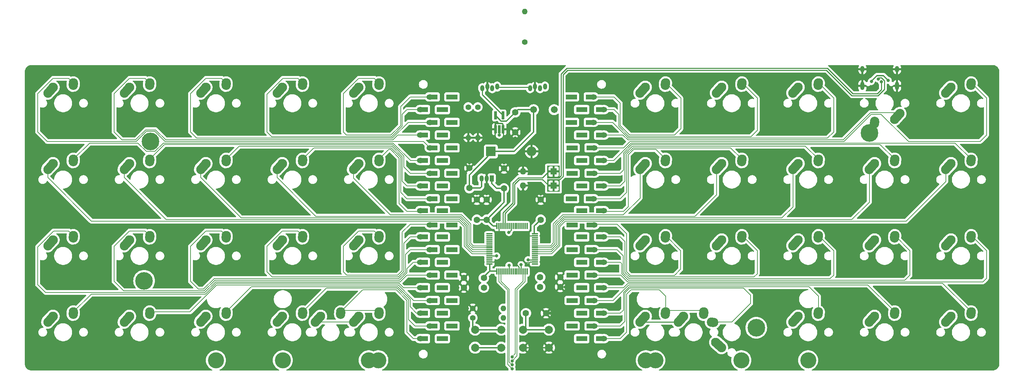
<source format=gbr>
%TF.GenerationSoftware,KiCad,Pcbnew,8.0.8*%
%TF.CreationDate,2025-03-13T22:48:22+01:00*%
%TF.ProjectId,LeSTMovoz revision 2,4c655354-4d6f-4766-9f7a-207265766973,rev?*%
%TF.SameCoordinates,Original*%
%TF.FileFunction,Copper,L1,Top*%
%TF.FilePolarity,Positive*%
%FSLAX46Y46*%
G04 Gerber Fmt 4.6, Leading zero omitted, Abs format (unit mm)*
G04 Created by KiCad (PCBNEW 8.0.8) date 2025-03-13 22:48:22*
%MOMM*%
%LPD*%
G01*
G04 APERTURE LIST*
G04 Aperture macros list*
%AMRoundRect*
0 Rectangle with rounded corners*
0 $1 Rounding radius*
0 $2 $3 $4 $5 $6 $7 $8 $9 X,Y pos of 4 corners*
0 Add a 4 corners polygon primitive as box body*
4,1,4,$2,$3,$4,$5,$6,$7,$8,$9,$2,$3,0*
0 Add four circle primitives for the rounded corners*
1,1,$1+$1,$2,$3*
1,1,$1+$1,$4,$5*
1,1,$1+$1,$6,$7*
1,1,$1+$1,$8,$9*
0 Add four rect primitives between the rounded corners*
20,1,$1+$1,$2,$3,$4,$5,0*
20,1,$1+$1,$4,$5,$6,$7,0*
20,1,$1+$1,$6,$7,$8,$9,0*
20,1,$1+$1,$8,$9,$2,$3,0*%
%AMHorizOval*
0 Thick line with rounded ends*
0 $1 width*
0 $2 $3 position (X,Y) of the first rounded end (center of the circle)*
0 $4 $5 position (X,Y) of the second rounded end (center of the circle)*
0 Add line between two ends*
20,1,$1,$2,$3,$4,$5,0*
0 Add two circle primitives to create the rounded ends*
1,1,$1,$2,$3*
1,1,$1,$4,$5*%
G04 Aperture macros list end*
%TA.AperFunction,ComponentPad*%
%ADD10C,4.400000*%
%TD*%
%TA.AperFunction,ComponentPad*%
%ADD11R,1.778000X1.300000*%
%TD*%
%TA.AperFunction,SMDPad,CuDef*%
%ADD12R,1.400000X1.300000*%
%TD*%
%TA.AperFunction,ComponentPad*%
%ADD13O,1.778000X1.300000*%
%TD*%
%TA.AperFunction,ComponentPad*%
%ADD14C,2.000000*%
%TD*%
%TA.AperFunction,ComponentPad*%
%ADD15C,1.400000*%
%TD*%
%TA.AperFunction,ComponentPad*%
%ADD16O,1.400000X1.400000*%
%TD*%
%TA.AperFunction,ComponentPad*%
%ADD17C,1.710000*%
%TD*%
%TA.AperFunction,ComponentPad*%
%ADD18C,1.600000*%
%TD*%
%TA.AperFunction,ComponentPad*%
%ADD19HorizOval,2.300000X0.655008X0.729993X-0.655008X-0.729993X0*%
%TD*%
%TA.AperFunction,ComponentPad*%
%ADD20C,2.300000*%
%TD*%
%TA.AperFunction,ComponentPad*%
%ADD21HorizOval,2.300000X0.020004X0.290000X-0.020004X-0.290000X0*%
%TD*%
%TA.AperFunction,ComponentPad*%
%ADD22C,4.000000*%
%TD*%
%TA.AperFunction,ComponentPad*%
%ADD23R,1.600000X1.600000*%
%TD*%
%TA.AperFunction,ComponentPad*%
%ADD24O,1.600000X1.600000*%
%TD*%
%TA.AperFunction,ComponentPad*%
%ADD25R,2.400000X2.400000*%
%TD*%
%TA.AperFunction,ComponentPad*%
%ADD26O,2.400000X2.400000*%
%TD*%
%TA.AperFunction,ComponentPad*%
%ADD27R,1.050000X1.500000*%
%TD*%
%TA.AperFunction,ComponentPad*%
%ADD28O,1.050000X1.500000*%
%TD*%
%TA.AperFunction,SMDPad,CuDef*%
%ADD29R,0.650000X2.000000*%
%TD*%
%TA.AperFunction,ComponentPad*%
%ADD30HorizOval,2.300000X-0.729993X0.655008X0.729993X-0.655008X0*%
%TD*%
%TA.AperFunction,ComponentPad*%
%ADD31HorizOval,2.300000X-0.290000X0.020004X0.290000X-0.020004X0*%
%TD*%
%TA.AperFunction,ComponentPad*%
%ADD32HorizOval,2.300000X-0.655008X-0.729993X0.655008X0.729993X0*%
%TD*%
%TA.AperFunction,ComponentPad*%
%ADD33HorizOval,2.300000X-0.020004X-0.290000X0.020004X0.290000X0*%
%TD*%
%TA.AperFunction,SMDPad,CuDef*%
%ADD34RoundRect,0.075000X0.075000X-0.700000X0.075000X0.700000X-0.075000X0.700000X-0.075000X-0.700000X0*%
%TD*%
%TA.AperFunction,SMDPad,CuDef*%
%ADD35RoundRect,0.075000X0.700000X-0.075000X0.700000X0.075000X-0.700000X0.075000X-0.700000X-0.075000X0*%
%TD*%
%TA.AperFunction,ComponentPad*%
%ADD36O,1.000000X1.500000*%
%TD*%
%TA.AperFunction,ComponentPad*%
%ADD37O,1.000000X1.600000*%
%TD*%
%TA.AperFunction,ComponentPad*%
%ADD38O,1.000000X2.100000*%
%TD*%
%TA.AperFunction,ViaPad*%
%ADD39C,0.800000*%
%TD*%
%TA.AperFunction,Conductor*%
%ADD40C,0.200000*%
%TD*%
%TA.AperFunction,Conductor*%
%ADD41C,0.380000*%
%TD*%
%TA.AperFunction,Conductor*%
%ADD42C,0.250000*%
%TD*%
G04 APERTURE END LIST*
D10*
%TO.P,,1*%
%TO.N,N/C*%
X55137500Y-42862500D03*
%TD*%
D11*
%TO.P,D6,1,K*%
%TO.N,ROW0*%
X159543750Y-31750000D03*
D12*
X160768750Y-31750000D03*
%TO.P,D6,2,A*%
%TO.N,Net-(D6-A)*%
X164318750Y-31750000D03*
D13*
X165543750Y-31750000D03*
%TD*%
D14*
%TO.P,SW2,1,A*%
%TO.N,NRST*%
X147962500Y-89825000D03*
X154462500Y-89825000D03*
%TO.P,SW2,2,B*%
%TO.N,GND*%
X147962500Y-94325000D03*
X154462500Y-94325000D03*
%TD*%
D15*
%TO.P,R4,1*%
%TO.N,GND*%
X135478264Y-84517916D03*
D16*
%TO.P,R4,2*%
%TO.N,Net-(R3-Pad2)*%
X143098264Y-84517916D03*
%TD*%
D17*
%TO.P,F1,1*%
%TO.N,VBUS*%
X155743750Y-34934000D03*
%TO.P,F1,2*%
%TO.N,+5V*%
X150643750Y-34934000D03*
%TD*%
D18*
%TO.P,C9,1*%
%TO.N,+3V3*%
X152400000Y-62396757D03*
%TO.P,C9,2*%
%TO.N,GND*%
X152400000Y-57396757D03*
%TD*%
D19*
%TO.P,MX24,1,1*%
%TO.N,COL3*%
X87332508Y-68167507D03*
D20*
X87987500Y-67437500D03*
D21*
%TO.P,MX24,2,2*%
%TO.N,Net-(D24-A)*%
X93007504Y-66647500D03*
D20*
X93027500Y-66357500D03*
%TD*%
D19*
%TO.P,MX10,1,1*%
%TO.N,COL9*%
X254020008Y-30067507D03*
D20*
X254675000Y-29337500D03*
D21*
%TO.P,MX10,2,2*%
%TO.N,Net-(D10-A)*%
X259695004Y-28547500D03*
D20*
X259715000Y-28257500D03*
%TD*%
D15*
%TO.P,R1,1*%
%TO.N,/CC1*%
X136725000Y-34290000D03*
D16*
%TO.P,R1,2*%
%TO.N,GND*%
X136725000Y-41910000D03*
%TD*%
D19*
%TO.P,MX19,1,1*%
%TO.N,COL8*%
X234970008Y-49117507D03*
D20*
X235625000Y-48387500D03*
D21*
%TO.P,MX19,2,2*%
%TO.N,Net-(D19-A)*%
X240645004Y-47597500D03*
D20*
X240665000Y-47307500D03*
%TD*%
D19*
%TO.P,MX5,1,1*%
%TO.N,COL4*%
X106382508Y-30067507D03*
D20*
X107037500Y-29337500D03*
D21*
%TO.P,MX5,2,2*%
%TO.N,Net-(D5-A)*%
X112057504Y-28547500D03*
D20*
X112077500Y-28257500D03*
%TD*%
D19*
%TO.P,MX6,1,1*%
%TO.N,COL5*%
X177820008Y-30067507D03*
D20*
X178475000Y-29337500D03*
D21*
%TO.P,MX6,2,2*%
%TO.N,Net-(D6-A)*%
X183495004Y-28547500D03*
D20*
X183515000Y-28257500D03*
%TD*%
D11*
%TO.P,D4,1,K*%
%TO.N,ROW0*%
X128412500Y-34925000D03*
D12*
X127187500Y-34925000D03*
%TO.P,D4,2,A*%
%TO.N,Net-(D4-A)*%
X123637500Y-34925000D03*
D13*
X122412500Y-34925000D03*
%TD*%
D19*
%TO.P,MX21,1,1*%
%TO.N,COL0*%
X30182508Y-68167507D03*
D20*
X30837500Y-67437500D03*
D21*
%TO.P,MX21,2,2*%
%TO.N,Net-(D21-A)*%
X35857504Y-66647500D03*
D20*
X35877500Y-66357500D03*
%TD*%
D10*
%TO.P,H6,1*%
%TO.N,N/C*%
X234387500Y-40736500D03*
%TD*%
D22*
%TO.P,S1,*%
%TO.N,*%
X202406250Y-97472500D03*
X178593750Y-97472500D03*
%TD*%
D18*
%TO.P,C6,1*%
%TO.N,+3V3*%
X136475000Y-62396757D03*
%TO.P,C6,2*%
%TO.N,GND*%
X136475000Y-57396757D03*
%TD*%
D19*
%TO.P,MX4,1,1*%
%TO.N,COL3*%
X87332508Y-30067507D03*
D20*
X87987500Y-29337500D03*
D21*
%TO.P,MX4,2,2*%
%TO.N,Net-(D4-A)*%
X93007504Y-28547500D03*
D20*
X93027500Y-28257500D03*
%TD*%
D18*
%TO.P,C7,1*%
%TO.N,+3V3*%
X138224728Y-79368071D03*
%TO.P,C7,2*%
%TO.N,GND*%
X133224728Y-79368071D03*
%TD*%
D19*
%TO.P,MX37,1,1*%
%TO.N,COL5*%
X177820008Y-87217507D03*
D20*
X178475000Y-86487500D03*
D21*
%TO.P,MX37,2,2*%
%TO.N,Net-(D36-A)*%
X183495004Y-85697500D03*
D20*
X183515000Y-85407500D03*
%TD*%
D19*
%TO.P,MX20,1,1*%
%TO.N,COL9*%
X254020008Y-49117507D03*
D20*
X254675000Y-48387500D03*
D21*
%TO.P,MX20,2,2*%
%TO.N,Net-(D20-A)*%
X259695004Y-47597500D03*
D20*
X259715000Y-47307500D03*
%TD*%
D22*
%TO.P,S2,*%
%TO.N,*%
X219075000Y-97472500D03*
X180975000Y-97472500D03*
%TD*%
D11*
%TO.P,D12,1,K*%
%TO.N,ROW1*%
X130793750Y-50800000D03*
D12*
X129568750Y-50800000D03*
%TO.P,D12,2,A*%
%TO.N,Net-(D12-A)*%
X126018750Y-50800000D03*
D13*
X124793750Y-50800000D03*
%TD*%
D19*
%TO.P,MX27,1,1*%
%TO.N,COL6*%
X196870008Y-68167507D03*
D20*
X197525000Y-67437500D03*
D21*
%TO.P,MX27,2,2*%
%TO.N,Net-(D27-A)*%
X202545004Y-66647500D03*
D20*
X202565000Y-66357500D03*
%TD*%
D19*
%TO.P,MX1,1,1*%
%TO.N,COL0*%
X30182508Y-30067507D03*
D20*
X30837500Y-29337500D03*
D21*
%TO.P,MX1,2,2*%
%TO.N,Net-(D1-A)*%
X35857504Y-28547500D03*
D20*
X35877500Y-28257500D03*
%TD*%
D19*
%TO.P,MX38,1,1*%
%TO.N,COL5*%
X187345008Y-87217507D03*
D20*
X188000000Y-86487500D03*
D21*
%TO.P,MX38,2,2*%
%TO.N,Net-(D36-A)*%
X193020004Y-85697500D03*
D20*
X193040000Y-85407500D03*
%TD*%
D23*
%TO.P,D45,1,K*%
%TO.N,D_N*%
X155610000Y-53900000D03*
D24*
%TO.P,D45,2,A*%
%TO.N,GND*%
X147990000Y-53900000D03*
%TD*%
D19*
%TO.P,MX12,1,1*%
%TO.N,COL1*%
X49232508Y-49117507D03*
D20*
X49887500Y-48387500D03*
D21*
%TO.P,MX12,2,2*%
%TO.N,Net-(D12-A)*%
X54907504Y-47597500D03*
D20*
X54927500Y-47307500D03*
%TD*%
D11*
%TO.P,D3,1,K*%
%TO.N,ROW0*%
X130793750Y-38100000D03*
D12*
X129568750Y-38100000D03*
%TO.P,D3,2,A*%
%TO.N,Net-(D3-A)*%
X126018750Y-38100000D03*
D13*
X124793750Y-38100000D03*
%TD*%
D11*
%TO.P,D8,1,K*%
%TO.N,ROW0*%
X159543750Y-38100000D03*
D12*
X160768750Y-38100000D03*
%TO.P,D8,2,A*%
%TO.N,Net-(D8-A)*%
X164318750Y-38100000D03*
D13*
X165543750Y-38100000D03*
%TD*%
D11*
%TO.P,D16,1,K*%
%TO.N,ROW1*%
X162100000Y-60125000D03*
D12*
X163325000Y-60125000D03*
%TO.P,D16,2,A*%
%TO.N,Net-(D16-A)*%
X166875000Y-60125000D03*
D13*
X168100000Y-60125000D03*
%TD*%
D19*
%TO.P,MX34,1,1*%
%TO.N,COL3*%
X87332508Y-87217507D03*
D20*
X87987500Y-86487500D03*
D21*
%TO.P,MX34,2,2*%
%TO.N,Net-(D34-A)*%
X93007504Y-85697500D03*
D20*
X93027500Y-85407500D03*
%TD*%
D18*
%TO.P,C1,1*%
%TO.N,GND*%
X134625429Y-49502571D03*
%TO.P,C1,2*%
%TO.N,+5V*%
X134625429Y-54502571D03*
%TD*%
D11*
%TO.P,D9,1,K*%
%TO.N,ROW0*%
X162100000Y-41275000D03*
D12*
X163325000Y-41275000D03*
%TO.P,D9,2,A*%
%TO.N,Net-(D9-A)*%
X166875000Y-41275000D03*
D13*
X168100000Y-41275000D03*
%TD*%
D11*
%TO.P,D24,1,K*%
%TO.N,ROW2*%
X128412500Y-66675000D03*
D12*
X127187500Y-66675000D03*
%TO.P,D24,2,A*%
%TO.N,Net-(D24-A)*%
X123637500Y-66675000D03*
D13*
X122412500Y-66675000D03*
%TD*%
D19*
%TO.P,MX41,1,1*%
%TO.N,COL8*%
X234970008Y-87217507D03*
D20*
X235625000Y-86487500D03*
D21*
%TO.P,MX41,2,2*%
%TO.N,Net-(D39-A)*%
X240645004Y-85697500D03*
D20*
X240665000Y-85407500D03*
%TD*%
D11*
%TO.P,D38,1,K*%
%TO.N,ROW3*%
X162100000Y-85725000D03*
D12*
X163325000Y-85725000D03*
%TO.P,D38,2,A*%
%TO.N,Net-(D38-A)*%
X166875000Y-85725000D03*
D13*
X168100000Y-85725000D03*
%TD*%
D11*
%TO.P,D29,1,K*%
%TO.N,ROW2*%
X162100000Y-73025000D03*
D12*
X163325000Y-73025000D03*
%TO.P,D29,2,A*%
%TO.N,Net-(D29-A)*%
X166875000Y-73025000D03*
D13*
X168100000Y-73025000D03*
%TD*%
D15*
%TO.P,R2,1*%
%TO.N,/CC2*%
X134343750Y-34290000D03*
D16*
%TO.P,R2,2*%
%TO.N,GND*%
X134343750Y-41910000D03*
%TD*%
D19*
%TO.P,MX28,1,1*%
%TO.N,COL7*%
X215920008Y-68167507D03*
D20*
X216575000Y-67437500D03*
D21*
%TO.P,MX28,2,2*%
%TO.N,Net-(D28-A)*%
X221595004Y-66647500D03*
D20*
X221615000Y-66357500D03*
%TD*%
D19*
%TO.P,MX8,1,1*%
%TO.N,COL7*%
X215920008Y-30067507D03*
D20*
X216575000Y-29337500D03*
D21*
%TO.P,MX8,2,2*%
%TO.N,Net-(D8-A)*%
X221595004Y-28547500D03*
D20*
X221615000Y-28257500D03*
%TD*%
D15*
%TO.P,R5,1*%
%TO.N,RGB MCU*%
X148431250Y-18097500D03*
D16*
%TO.P,R5,2*%
%TO.N,RGBin*%
X148431250Y-10477500D03*
%TD*%
D11*
%TO.P,D18,1,K*%
%TO.N,ROW1*%
X162100000Y-53975000D03*
D12*
X163325000Y-53975000D03*
%TO.P,D18,2,A*%
%TO.N,Net-(D18-A)*%
X166875000Y-53975000D03*
D13*
X168100000Y-53975000D03*
%TD*%
D19*
%TO.P,MX18,1,1*%
%TO.N,COL7*%
X215920008Y-49117507D03*
D20*
X216575000Y-48387500D03*
D21*
%TO.P,MX18,2,2*%
%TO.N,Net-(D18-A)*%
X221595004Y-47597500D03*
D20*
X221615000Y-47307500D03*
%TD*%
D11*
%TO.P,D7,1,K*%
%TO.N,ROW0*%
X162100000Y-34925000D03*
D12*
X163325000Y-34925000D03*
%TO.P,D7,2,A*%
%TO.N,Net-(D7-A)*%
X166875000Y-34925000D03*
D13*
X168100000Y-34925000D03*
%TD*%
D11*
%TO.P,D34,1,K*%
%TO.N,ROW3*%
X130793750Y-88900000D03*
D12*
X129568750Y-88900000D03*
%TO.P,D34,2,A*%
%TO.N,Net-(D34-A)*%
X126018750Y-88900000D03*
D13*
X124793750Y-88900000D03*
%TD*%
D11*
%TO.P,D20,1,K*%
%TO.N,ROW1*%
X162100000Y-47625000D03*
D12*
X163325000Y-47625000D03*
%TO.P,D20,2,A*%
%TO.N,Net-(D20-A)*%
X166875000Y-47625000D03*
D13*
X168100000Y-47625000D03*
%TD*%
D19*
%TO.P,MX33,1,1*%
%TO.N,COL2*%
X68282508Y-87217507D03*
D20*
X68937500Y-86487500D03*
D21*
%TO.P,MX33,2,2*%
%TO.N,Net-(D33-A)*%
X73957504Y-85697500D03*
D20*
X73977500Y-85407500D03*
%TD*%
D11*
%TO.P,D13,1,K*%
%TO.N,ROW1*%
X128412500Y-53975000D03*
D12*
X127187500Y-53975000D03*
%TO.P,D13,2,A*%
%TO.N,Net-(D13-A)*%
X123637500Y-53975000D03*
D13*
X122412500Y-53975000D03*
%TD*%
D25*
%TO.P,D43,1,A1*%
%TO.N,+5V*%
X139987678Y-45367784D03*
D26*
%TO.P,D43,2,A2*%
%TO.N,GND*%
X150147678Y-45367784D03*
%TD*%
D11*
%TO.P,D15,1,K*%
%TO.N,ROW1*%
X128412500Y-60125000D03*
D12*
X127187500Y-60125000D03*
%TO.P,D15,2,A*%
%TO.N,Net-(D15-A)*%
X123637500Y-60125000D03*
D13*
X122412500Y-60125000D03*
%TD*%
D19*
%TO.P,MX23,1,1*%
%TO.N,COL2*%
X68282508Y-68167507D03*
D20*
X68937500Y-67437500D03*
D21*
%TO.P,MX23,2,2*%
%TO.N,Net-(D23-A)*%
X73957504Y-66647500D03*
D20*
X73977500Y-66357500D03*
%TD*%
D11*
%TO.P,D33,1,K*%
%TO.N,ROW3*%
X128412500Y-85725000D03*
D12*
X127187500Y-85725000D03*
%TO.P,D33,2,A*%
%TO.N,Net-(D33-A)*%
X123637500Y-85725000D03*
D13*
X122412500Y-85725000D03*
%TD*%
D11*
%TO.P,D10,1,K*%
%TO.N,ROW0*%
X159718750Y-44450000D03*
D12*
X160943750Y-44450000D03*
%TO.P,D10,2,A*%
%TO.N,Net-(D10-A)*%
X164493750Y-44450000D03*
D13*
X165718750Y-44450000D03*
%TD*%
D11*
%TO.P,D36,1,K*%
%TO.N,ROW3*%
X162100000Y-92075000D03*
D12*
X163325000Y-92075000D03*
%TO.P,D36,2,A*%
%TO.N,Net-(D36-A)*%
X166875000Y-92075000D03*
D13*
X168100000Y-92075000D03*
%TD*%
D19*
%TO.P,MX14,1,1*%
%TO.N,COL3*%
X87332508Y-49117507D03*
D20*
X87987500Y-48387500D03*
D21*
%TO.P,MX14,2,2*%
%TO.N,Net-(D14-A)*%
X93007504Y-47597500D03*
D20*
X93027500Y-47307500D03*
%TD*%
D11*
%TO.P,D19,1,K*%
%TO.N,ROW1*%
X159718750Y-50800000D03*
D12*
X160943750Y-50800000D03*
%TO.P,D19,2,A*%
%TO.N,Net-(D19-A)*%
X164493750Y-50800000D03*
D13*
X165718750Y-50800000D03*
%TD*%
D11*
%TO.P,D5,1,K*%
%TO.N,ROW0*%
X130793750Y-31750000D03*
D12*
X129568750Y-31750000D03*
%TO.P,D5,2,A*%
%TO.N,Net-(D5-A)*%
X126018750Y-31750000D03*
D13*
X124793750Y-31750000D03*
%TD*%
D27*
%TO.P,U2,1,VO*%
%TO.N,+3V3*%
X140176250Y-52091988D03*
D28*
%TO.P,U2,2,GND*%
%TO.N,GND*%
X138906250Y-52091988D03*
%TO.P,U2,3,VI*%
%TO.N,+5V*%
X137636250Y-52091988D03*
%TD*%
D18*
%TO.P,C11,1*%
%TO.N,+3V3*%
X138906250Y-62396757D03*
%TO.P,C11,2*%
%TO.N,GND*%
X138906250Y-57396757D03*
%TD*%
D22*
%TO.P,S3,*%
%TO.N,*%
X109537500Y-97472500D03*
X71437500Y-97472500D03*
%TD*%
D11*
%TO.P,D23,1,K*%
%TO.N,ROW2*%
X130793750Y-69850000D03*
D12*
X129568750Y-69850000D03*
%TO.P,D23,2,A*%
%TO.N,Net-(D23-A)*%
X126018750Y-69850000D03*
D13*
X124793750Y-69850000D03*
%TD*%
D19*
%TO.P,MX17,1,1*%
%TO.N,COL6*%
X196870008Y-49117507D03*
D20*
X197525000Y-48387500D03*
D21*
%TO.P,MX17,2,2*%
%TO.N,Net-(D17-A)*%
X202545004Y-47597500D03*
D20*
X202565000Y-47307500D03*
%TD*%
D11*
%TO.P,D27,1,K*%
%TO.N,ROW2*%
X162100000Y-66675000D03*
D12*
X163325000Y-66675000D03*
%TO.P,D27,2,A*%
%TO.N,Net-(D27-A)*%
X166875000Y-66675000D03*
D13*
X168100000Y-66675000D03*
%TD*%
D11*
%TO.P,D2,1,K*%
%TO.N,ROW0*%
X128412500Y-41275000D03*
D12*
X127187500Y-41275000D03*
%TO.P,D2,2,A*%
%TO.N,Net-(D2-A)*%
X123637500Y-41275000D03*
D13*
X122412500Y-41275000D03*
%TD*%
D18*
%TO.P,C10,1*%
%TO.N,+3V3*%
X152268053Y-76738522D03*
%TO.P,C10,2*%
%TO.N,GND*%
X157268053Y-76738522D03*
%TD*%
D19*
%TO.P,MX16,1,1*%
%TO.N,COL5*%
X177820008Y-49117507D03*
D20*
X178475000Y-48387500D03*
D21*
%TO.P,MX16,2,2*%
%TO.N,Net-(D16-A)*%
X183495004Y-47597500D03*
D20*
X183515000Y-47307500D03*
%TD*%
D11*
%TO.P,D39,1,K*%
%TO.N,ROW3*%
X159718750Y-82550000D03*
D12*
X160943750Y-82550000D03*
%TO.P,D39,2,A*%
%TO.N,Net-(D39-A)*%
X164493750Y-82550000D03*
D13*
X165718750Y-82550000D03*
%TD*%
D11*
%TO.P,D17,1,K*%
%TO.N,ROW1*%
X159543750Y-57150000D03*
D12*
X160768750Y-57150000D03*
%TO.P,D17,2,A*%
%TO.N,Net-(D17-A)*%
X164318750Y-57150000D03*
D13*
X165543750Y-57150000D03*
%TD*%
D19*
%TO.P,MX31,1,1*%
%TO.N,COL0*%
X30182508Y-87217507D03*
D20*
X30837500Y-86487500D03*
D21*
%TO.P,MX31,2,2*%
%TO.N,Net-(D31-A)*%
X35857504Y-85697500D03*
D20*
X35877500Y-85407500D03*
%TD*%
D22*
%TO.P,S4,*%
%TO.N,*%
X111918750Y-97472500D03*
X88106250Y-97472500D03*
%TD*%
D11*
%TO.P,D40,1,K*%
%TO.N,ROW3*%
X162100000Y-79375000D03*
D12*
X163325000Y-79375000D03*
%TO.P,D40,2,A*%
%TO.N,Net-(D40-A)*%
X166875000Y-79375000D03*
D13*
X168100000Y-79375000D03*
%TD*%
D19*
%TO.P,MX26,1,1*%
%TO.N,COL5*%
X177820008Y-68167507D03*
D20*
X178475000Y-67437500D03*
D21*
%TO.P,MX26,2,2*%
%TO.N,Net-(D26-A)*%
X183495004Y-66647500D03*
D20*
X183515000Y-66357500D03*
%TD*%
D11*
%TO.P,D1,1,K*%
%TO.N,ROW0*%
X130793750Y-44450000D03*
D12*
X129568750Y-44450000D03*
%TO.P,D1,2,A*%
%TO.N,Net-(D1-A)*%
X126018750Y-44450000D03*
D13*
X124793750Y-44450000D03*
%TD*%
D15*
%TO.P,R3,1*%
%TO.N,BOOT0*%
X135478264Y-86899166D03*
D16*
%TO.P,R3,2*%
%TO.N,Net-(R3-Pad2)*%
X143098264Y-86899166D03*
%TD*%
D11*
%TO.P,D30,1,K*%
%TO.N,ROW2*%
X159718750Y-76200000D03*
D12*
X160943750Y-76200000D03*
%TO.P,D30,2,A*%
%TO.N,Net-(D30-A)*%
X164493750Y-76200000D03*
D13*
X165718750Y-76200000D03*
%TD*%
D18*
%TO.P,C8,1*%
%TO.N,+3V3*%
X138224728Y-76936821D03*
%TO.P,C8,2*%
%TO.N,GND*%
X133224728Y-76936821D03*
%TD*%
D19*
%TO.P,MX32,1,1*%
%TO.N,COL1*%
X49232508Y-87217507D03*
D20*
X49887500Y-86487500D03*
D21*
%TO.P,MX32,2,2*%
%TO.N,Net-(D32-A)*%
X54907504Y-85697500D03*
D20*
X54927500Y-85407500D03*
%TD*%
D29*
%TO.P,U3,1*%
%TO.N,GND*%
X141131250Y-39810000D03*
%TO.P,U3,2*%
%TO.N,RGB MCU*%
X142081250Y-39810000D03*
%TO.P,U3,3,GND*%
%TO.N,GND*%
X143031250Y-39810000D03*
%TO.P,U3,4*%
%TO.N,RGBin*%
X143031250Y-36390000D03*
%TO.P,U3,5,+5V*%
%TO.N,+5V*%
X141131250Y-36390000D03*
%TD*%
D11*
%TO.P,D31,1,K*%
%TO.N,ROW3*%
X128412500Y-79375000D03*
D12*
X127187500Y-79375000D03*
%TO.P,D31,2,A*%
%TO.N,Net-(D31-A)*%
X123637500Y-79375000D03*
D13*
X122412500Y-79375000D03*
%TD*%
D19*
%TO.P,MX3,1,1*%
%TO.N,COL2*%
X68282508Y-30067507D03*
D20*
X68937500Y-29337500D03*
D21*
%TO.P,MX3,2,2*%
%TO.N,Net-(D3-A)*%
X73957504Y-28547500D03*
D20*
X73977500Y-28257500D03*
%TD*%
D11*
%TO.P,D28,1,K*%
%TO.N,ROW2*%
X159718750Y-69850000D03*
D12*
X160943750Y-69850000D03*
%TO.P,D28,2,A*%
%TO.N,Net-(D28-A)*%
X164493750Y-69850000D03*
D13*
X165718750Y-69850000D03*
%TD*%
D19*
%TO.P,MX29,1,1*%
%TO.N,COL8*%
X234970008Y-68167507D03*
D20*
X235625000Y-67437500D03*
D21*
%TO.P,MX29,2,2*%
%TO.N,Net-(D29-A)*%
X240645004Y-66647500D03*
D20*
X240665000Y-66357500D03*
%TD*%
D30*
%TO.P,MX39,1,1*%
%TO.N,COL6*%
X196755007Y-93642492D03*
D20*
X196025000Y-92987500D03*
D31*
%TO.P,MX39,2,2*%
%TO.N,Net-(D37-A)*%
X195235000Y-87967496D03*
D20*
X194945000Y-87947500D03*
%TD*%
D11*
%TO.P,D11,1,K*%
%TO.N,ROW1*%
X128412500Y-47625000D03*
D12*
X127187500Y-47625000D03*
%TO.P,D11,2,A*%
%TO.N,Net-(D11-A)*%
X123637500Y-47625000D03*
D13*
X122412500Y-47625000D03*
%TD*%
D19*
%TO.P,MX7,1,1*%
%TO.N,COL6*%
X196870008Y-30067507D03*
D20*
X197525000Y-29337500D03*
D21*
%TO.P,MX7,2,2*%
%TO.N,Net-(D7-A)*%
X202545004Y-28547500D03*
D20*
X202565000Y-28257500D03*
%TD*%
D19*
%TO.P,MX22,1,1*%
%TO.N,COL1*%
X49232508Y-68167507D03*
D20*
X49887500Y-67437500D03*
D21*
%TO.P,MX22,2,2*%
%TO.N,Net-(D22-A)*%
X54907504Y-66647500D03*
D20*
X54927500Y-66357500D03*
%TD*%
D32*
%TO.P,MX9,1,1*%
%TO.N,Net-(D9-A)*%
X241279992Y-36607493D03*
D20*
X240625000Y-37337500D03*
D33*
%TO.P,MX9,2,2*%
%TO.N,COL8*%
X235604996Y-38127500D03*
D20*
X235585000Y-38417500D03*
%TD*%
D18*
%TO.P,C4,1*%
%TO.N,NRST*%
X148712500Y-85725000D03*
%TO.P,C4,2*%
%TO.N,GND*%
X153712500Y-85725000D03*
%TD*%
D11*
%TO.P,D37,1,K*%
%TO.N,ROW3*%
X159718750Y-88900000D03*
D12*
X160943750Y-88900000D03*
%TO.P,D37,2,A*%
%TO.N,Net-(D37-A)*%
X164493750Y-88900000D03*
D13*
X165718750Y-88900000D03*
%TD*%
D11*
%TO.P,D21,1,K*%
%TO.N,ROW2*%
X130793750Y-76200000D03*
D12*
X129568750Y-76200000D03*
%TO.P,D21,2,A*%
%TO.N,Net-(D21-A)*%
X126018750Y-76200000D03*
D13*
X124793750Y-76200000D03*
%TD*%
D18*
%TO.P,C5,1*%
%TO.N,+3V3*%
X152268053Y-79169772D03*
%TO.P,C5,2*%
%TO.N,GND*%
X157268053Y-79169772D03*
%TD*%
D19*
%TO.P,MX15,1,1*%
%TO.N,COL4*%
X106382508Y-49117507D03*
D20*
X107037500Y-48387500D03*
D21*
%TO.P,MX15,2,2*%
%TO.N,Net-(D15-A)*%
X112057504Y-47597500D03*
D20*
X112077500Y-47307500D03*
%TD*%
D10*
%TO.P,,1*%
%TO.N,N/C*%
X206137500Y-89371500D03*
%TD*%
%TO.P,,1*%
%TO.N,N/C*%
X53537500Y-77636500D03*
%TD*%
D19*
%TO.P,MX25,1,1*%
%TO.N,COL4*%
X106382508Y-68167507D03*
D20*
X107037500Y-67437500D03*
D21*
%TO.P,MX25,2,2*%
%TO.N,Net-(D25-A)*%
X112057504Y-66647500D03*
D20*
X112077500Y-66357500D03*
%TD*%
D19*
%TO.P,MX36,1,1*%
%TO.N,COL4*%
X96857508Y-87217507D03*
D20*
X97512500Y-86487500D03*
D21*
%TO.P,MX36,2,2*%
%TO.N,Net-(D35-A)*%
X102532504Y-85697500D03*
D20*
X102552500Y-85407500D03*
%TD*%
D19*
%TO.P,MX13,1,1*%
%TO.N,COL2*%
X68282508Y-49117507D03*
D20*
X68937500Y-48387500D03*
D21*
%TO.P,MX13,2,2*%
%TO.N,Net-(D13-A)*%
X73957504Y-47597500D03*
D20*
X73977500Y-47307500D03*
%TD*%
D34*
%TO.P,U1,1,VBAT*%
%TO.N,+3V3*%
X141506250Y-75343597D03*
%TO.P,U1,2,PC13*%
%TO.N,ROW0*%
X142006250Y-75343597D03*
%TO.P,U1,3,PC14*%
%TO.N,ROW1*%
X142506250Y-75343597D03*
%TO.P,U1,4,PC15*%
%TO.N,unconnected-(U1-PC15-Pad4)*%
X143006250Y-75343597D03*
%TO.P,U1,5,PF0*%
%TO.N,unconnected-(U1-PF0-Pad5)*%
X143506250Y-75343597D03*
%TO.P,U1,6,PF1*%
%TO.N,unconnected-(U1-PF1-Pad6)*%
X144006250Y-75343597D03*
%TO.P,U1,7,NRST*%
%TO.N,NRST*%
X144506250Y-75343597D03*
%TO.P,U1,8,PC0*%
%TO.N,unconnected-(U1-PC0-Pad8)*%
X145006250Y-75343597D03*
%TO.P,U1,9,PC1*%
%TO.N,unconnected-(U1-PC1-Pad9)*%
X145506250Y-75343597D03*
%TO.P,U1,10,PC2*%
%TO.N,unconnected-(U1-PC2-Pad10)*%
X146006250Y-75343597D03*
%TO.P,U1,11,PC3*%
%TO.N,unconnected-(U1-PC3-Pad11)*%
X146506250Y-75343597D03*
%TO.P,U1,12,VSSA*%
%TO.N,GND*%
X147006250Y-75343597D03*
%TO.P,U1,13,VDDA*%
%TO.N,+3V3*%
X147506250Y-75343597D03*
%TO.P,U1,14,PA0*%
%TO.N,ROW3*%
X148006250Y-75343597D03*
%TO.P,U1,15,PA1*%
%TO.N,ROW2*%
X148506250Y-75343597D03*
%TO.P,U1,16,PA2*%
%TO.N,unconnected-(U1-PA2-Pad16)*%
X149006250Y-75343597D03*
D35*
%TO.P,U1,17,PA3*%
%TO.N,unconnected-(U1-PA3-Pad17)*%
X150931250Y-73418597D03*
%TO.P,U1,18,VSS*%
%TO.N,GND*%
X150931250Y-72918597D03*
%TO.P,U1,19,VDD*%
%TO.N,+3V3*%
X150931250Y-72418597D03*
%TO.P,U1,20,PA4*%
%TO.N,unconnected-(U1-PA4-Pad20)*%
X150931250Y-71918597D03*
%TO.P,U1,21,PA5*%
%TO.N,unconnected-(U1-PA5-Pad21)*%
X150931250Y-71418597D03*
%TO.P,U1,22,PA6*%
%TO.N,COL9*%
X150931250Y-70918597D03*
%TO.P,U1,23,PA7*%
%TO.N,COL8*%
X150931250Y-70418597D03*
%TO.P,U1,24,PC4*%
%TO.N,COL7*%
X150931250Y-69918597D03*
%TO.P,U1,25,PC5*%
%TO.N,COL6*%
X150931250Y-69418597D03*
%TO.P,U1,26,PB0*%
%TO.N,COL5*%
X150931250Y-68918597D03*
%TO.P,U1,27,PB1*%
%TO.N,unconnected-(U1-PB1-Pad27)*%
X150931250Y-68418597D03*
%TO.P,U1,28,PB2*%
%TO.N,unconnected-(U1-PB2-Pad28)*%
X150931250Y-67918597D03*
%TO.P,U1,29,PB10*%
%TO.N,unconnected-(U1-PB10-Pad29)*%
X150931250Y-67418597D03*
%TO.P,U1,30,PB11*%
%TO.N,unconnected-(U1-PB11-Pad30)*%
X150931250Y-66918597D03*
%TO.P,U1,31,VSS*%
%TO.N,GND*%
X150931250Y-66418597D03*
%TO.P,U1,32,VDD*%
%TO.N,+3V3*%
X150931250Y-65918597D03*
D34*
%TO.P,U1,33,PB12*%
%TO.N,unconnected-(U1-PB12-Pad33)*%
X149006250Y-63993597D03*
%TO.P,U1,34,PB13*%
%TO.N,unconnected-(U1-PB13-Pad34)*%
X148506250Y-63993597D03*
%TO.P,U1,35,PB14*%
%TO.N,unconnected-(U1-PB14-Pad35)*%
X148006250Y-63993597D03*
%TO.P,U1,36,PB15*%
%TO.N,unconnected-(U1-PB15-Pad36)*%
X147506250Y-63993597D03*
%TO.P,U1,37,PC6*%
%TO.N,unconnected-(U1-PC6-Pad37)*%
X147006250Y-63993597D03*
%TO.P,U1,38,PC7*%
%TO.N,unconnected-(U1-PC7-Pad38)*%
X146506250Y-63993597D03*
%TO.P,U1,39,PC8*%
%TO.N,unconnected-(U1-PC8-Pad39)*%
X146006250Y-63993597D03*
%TO.P,U1,40,PC9*%
%TO.N,unconnected-(U1-PC9-Pad40)*%
X145506250Y-63993597D03*
%TO.P,U1,41,PA8*%
%TO.N,RGB MCU*%
X145006250Y-63993597D03*
%TO.P,U1,42,PA9*%
%TO.N,unconnected-(U1-PA9-Pad42)*%
X144506250Y-63993597D03*
%TO.P,U1,43,PA10*%
%TO.N,unconnected-(U1-PA10-Pad43)*%
X144006250Y-63993597D03*
%TO.P,U1,44,PA11*%
%TO.N,D_N*%
X143506250Y-63993597D03*
%TO.P,U1,45,PA12*%
%TO.N,D_P*%
X143006250Y-63993597D03*
%TO.P,U1,46,PA13*%
%TO.N,unconnected-(U1-PA13-Pad46)*%
X142506250Y-63993597D03*
%TO.P,U1,47,VSS*%
%TO.N,GND*%
X142006250Y-63993597D03*
%TO.P,U1,48,VDDIO2*%
%TO.N,+3V3*%
X141506250Y-63993597D03*
D35*
%TO.P,U1,49,PA14*%
%TO.N,unconnected-(U1-PA14-Pad49)*%
X139581250Y-65918597D03*
%TO.P,U1,50,PA15*%
%TO.N,unconnected-(U1-PA15-Pad50)*%
X139581250Y-66418597D03*
%TO.P,U1,51,PC10*%
%TO.N,unconnected-(U1-PC10-Pad51)*%
X139581250Y-66918597D03*
%TO.P,U1,52,PC11*%
%TO.N,unconnected-(U1-PC11-Pad52)*%
X139581250Y-67418597D03*
%TO.P,U1,53,PC12*%
%TO.N,unconnected-(U1-PC12-Pad53)*%
X139581250Y-67918597D03*
%TO.P,U1,54,PD2*%
%TO.N,unconnected-(U1-PD2-Pad54)*%
X139581250Y-68418597D03*
%TO.P,U1,55,PB3*%
%TO.N,COL4*%
X139581250Y-68918597D03*
%TO.P,U1,56,PB4*%
%TO.N,COL3*%
X139581250Y-69418597D03*
%TO.P,U1,57,PB5*%
%TO.N,COL2*%
X139581250Y-69918597D03*
%TO.P,U1,58,PB6*%
%TO.N,COL1*%
X139581250Y-70418597D03*
%TO.P,U1,59,PB7*%
%TO.N,COL0*%
X139581250Y-70918597D03*
%TO.P,U1,60,BOOT0*%
%TO.N,BOOT0*%
X139581250Y-71418597D03*
%TO.P,U1,61,PB8*%
%TO.N,unconnected-(U1-PB8-Pad61)*%
X139581250Y-71918597D03*
%TO.P,U1,62,PB9*%
%TO.N,unconnected-(U1-PB9-Pad62)*%
X139581250Y-72418597D03*
%TO.P,U1,63,VSS*%
%TO.N,GND*%
X139581250Y-72918597D03*
%TO.P,U1,64,VDD*%
%TO.N,+3V3*%
X139581250Y-73418597D03*
%TD*%
D19*
%TO.P,MX40,1,1*%
%TO.N,COL7*%
X215920008Y-87217507D03*
D20*
X216575000Y-86487500D03*
D21*
%TO.P,MX40,2,2*%
%TO.N,Net-(D38-A)*%
X221595004Y-85697500D03*
D20*
X221615000Y-85407500D03*
%TD*%
D11*
%TO.P,D25,1,K*%
%TO.N,ROW2*%
X130793750Y-63700000D03*
D12*
X129568750Y-63700000D03*
%TO.P,D25,2,A*%
%TO.N,Net-(D25-A)*%
X126018750Y-63700000D03*
D13*
X124793750Y-63700000D03*
%TD*%
D11*
%TO.P,D22,1,K*%
%TO.N,ROW2*%
X128412500Y-73025000D03*
D12*
X127187500Y-73025000D03*
%TO.P,D22,2,A*%
%TO.N,Net-(D22-A)*%
X123637500Y-73025000D03*
D13*
X122412500Y-73025000D03*
%TD*%
D18*
%TO.P,C3,1*%
%TO.N,+5V*%
X146050000Y-35600000D03*
%TO.P,C3,2*%
%TO.N,GND*%
X146050000Y-40600000D03*
%TD*%
D19*
%TO.P,MX2,1,1*%
%TO.N,COL1*%
X49232508Y-30067507D03*
D20*
X49887500Y-29337500D03*
D21*
%TO.P,MX2,2,2*%
%TO.N,Net-(D2-A)*%
X54907504Y-28547500D03*
D20*
X54927500Y-28257500D03*
%TD*%
D11*
%TO.P,D32,1,K*%
%TO.N,ROW3*%
X130793750Y-82550000D03*
D12*
X129568750Y-82550000D03*
%TO.P,D32,2,A*%
%TO.N,Net-(D32-A)*%
X126018750Y-82550000D03*
D13*
X124793750Y-82550000D03*
%TD*%
D19*
%TO.P,MX11,1,1*%
%TO.N,COL0*%
X30182508Y-49117507D03*
D20*
X30837500Y-48387500D03*
D21*
%TO.P,MX11,2,2*%
%TO.N,Net-(D11-A)*%
X35857504Y-47597500D03*
D20*
X35877500Y-47307500D03*
%TD*%
D19*
%TO.P,MX42,1,1*%
%TO.N,COL9*%
X254020008Y-87217507D03*
D20*
X254675000Y-86487500D03*
D21*
%TO.P,MX42,2,2*%
%TO.N,Net-(D40-A)*%
X259695004Y-85697500D03*
D20*
X259715000Y-85407500D03*
%TD*%
D19*
%TO.P,MX30,1,1*%
%TO.N,COL9*%
X254020008Y-68167507D03*
D20*
X254675000Y-67437500D03*
D21*
%TO.P,MX30,2,2*%
%TO.N,Net-(D30-A)*%
X259695004Y-66647500D03*
D20*
X259715000Y-66357500D03*
%TD*%
D19*
%TO.P,MX35,1,1*%
%TO.N,COL4*%
X106382508Y-87217507D03*
D20*
X107037500Y-86487500D03*
D21*
%TO.P,MX35,2,2*%
%TO.N,Net-(D35-A)*%
X112057504Y-85697500D03*
D20*
X112077500Y-85407500D03*
%TD*%
D18*
%TO.P,C2,1*%
%TO.N,GND*%
X143250429Y-49600098D03*
%TO.P,C2,2*%
%TO.N,+3V3*%
X143250429Y-54600098D03*
%TD*%
D11*
%TO.P,D14,1,K*%
%TO.N,ROW1*%
X130793750Y-57150000D03*
D12*
X129568750Y-57150000D03*
%TO.P,D14,2,A*%
%TO.N,Net-(D14-A)*%
X126018750Y-57150000D03*
D13*
X124793750Y-57150000D03*
%TD*%
D14*
%TO.P,SW1,1,1*%
%TO.N,+3V3*%
X142550000Y-94325000D03*
X136050000Y-94325000D03*
%TO.P,SW1,2,2*%
%TO.N,BOOT0*%
X142550000Y-89825000D03*
X136050000Y-89825000D03*
%TD*%
D11*
%TO.P,D35,1,K*%
%TO.N,ROW3*%
X128412500Y-92075000D03*
D12*
X127187500Y-92075000D03*
%TO.P,D35,2,A*%
%TO.N,Net-(D35-A)*%
X123637500Y-92075000D03*
D13*
X122412500Y-92075000D03*
%TD*%
D23*
%TO.P,D44,1,K*%
%TO.N,D_P*%
X155610000Y-50350000D03*
D24*
%TO.P,D44,2,A*%
%TO.N,GND*%
X147990000Y-50350000D03*
%TD*%
D11*
%TO.P,D26,1,K*%
%TO.N,ROW2*%
X159718750Y-63700000D03*
D12*
X160943750Y-63700000D03*
%TO.P,D26,2,A*%
%TO.N,Net-(D26-A)*%
X164493750Y-63700000D03*
D13*
X165718750Y-63700000D03*
%TD*%
D36*
%TO.P,D41,1,VDD*%
%TO.N,GND*%
X139075000Y-29168750D03*
%TO.P,D41,2,DOUT*%
%TO.N,Net-(D41-DOUT)*%
X141550000Y-29168750D03*
%TO.P,D41,3,VSS*%
%TO.N,+5V*%
X140325000Y-29568750D03*
%TO.P,D41,4,DIN*%
%TO.N,RGBin*%
X137850000Y-29568750D03*
%TD*%
%TO.P,D42,1,VDD*%
%TO.N,GND*%
X150981250Y-29168750D03*
%TO.P,D42,2,DOUT*%
%TO.N,unconnected-(D42-DOUT-Pad2)*%
X153456250Y-29168750D03*
%TO.P,D42,3,VSS*%
%TO.N,+5V*%
X152231250Y-29568750D03*
%TO.P,D42,4,DIN*%
%TO.N,Net-(D41-DOUT)*%
X149756250Y-29568750D03*
%TD*%
D37*
%TO.P,J1,S1,SHIELD*%
%TO.N,GND*%
X232593179Y-24843750D03*
D38*
X232593179Y-29023750D03*
D37*
X241233179Y-24843750D03*
D38*
X241233179Y-29023750D03*
%TD*%
D39*
%TO.N,ROW0*%
X145256250Y-99612500D03*
%TO.N,+3V3*%
X147506250Y-73637347D03*
X149225000Y-72418597D03*
%TO.N,GND*%
X134639368Y-48180169D03*
X154781250Y-85725000D03*
X158497078Y-79166259D03*
X151218121Y-94325000D03*
X134337230Y-43140918D03*
X147993035Y-48909578D03*
X138903834Y-50926187D03*
X139700000Y-27781250D03*
X138916029Y-55951516D03*
X136728259Y-43131429D03*
X145256250Y-69850000D03*
X141440643Y-38132380D03*
X147988133Y-55190941D03*
X134124773Y-84513768D03*
X143254528Y-48221381D03*
X136477558Y-55951516D03*
X152390511Y-56001989D03*
X146050000Y-42068750D03*
X152350974Y-45381023D03*
X131762500Y-79375000D03*
X151606250Y-27781250D03*
%TO.N,NRST*%
X144511040Y-73815330D03*
%TO.N,VBUS*%
X239013058Y-27618701D03*
X234834222Y-27897028D03*
%TO.N,BOOT0*%
X141416942Y-71425990D03*
%TO.N,D_N*%
X236524693Y-27255772D03*
%TO.N,D_P*%
X237343902Y-28000155D03*
%TO.N,ROW1*%
X145256250Y-98612997D03*
%TO.N,ROW2*%
X145256250Y-97613494D03*
%TO.N,ROW3*%
X145256250Y-96613991D03*
%TO.N,RGB MCU*%
X144462500Y-65571757D03*
X142081250Y-41275000D03*
%TD*%
D40*
%TO.N,Net-(D11-A)*%
X39922500Y-43262500D02*
X35877500Y-47307500D01*
X58337500Y-43262500D02*
X115603308Y-43262500D01*
X56237500Y-45362500D02*
X54101966Y-45362500D01*
X119965806Y-47625000D02*
X122412500Y-47625000D01*
X58337500Y-43262500D02*
X56237500Y-45362500D01*
X52001966Y-43262500D02*
X39922500Y-43262500D01*
X115603308Y-43262500D02*
X119965806Y-47625000D01*
X54101966Y-45362500D02*
X52001966Y-43262500D01*
%TO.N,Net-(D12-A)*%
X54927500Y-47307500D02*
X58572500Y-43662500D01*
X118275000Y-46499880D02*
X118275000Y-49212500D01*
X58572500Y-43662500D02*
X115437622Y-43662500D01*
X119862500Y-50800000D02*
X124793750Y-50800000D01*
X118275000Y-49212500D02*
X119862500Y-50800000D01*
X115437622Y-43662500D02*
X118275000Y-46499880D01*
%TO.N,Net-(D13-A)*%
X73977500Y-47307500D02*
X77222500Y-44062500D01*
X77222500Y-44062500D02*
X115271936Y-44062500D01*
X115271936Y-44062500D02*
X117875000Y-46665565D01*
X117875000Y-52787500D02*
X119062500Y-53975000D01*
X119062500Y-53975000D02*
X122412500Y-53975000D01*
X117875000Y-46665565D02*
X117875000Y-52787500D01*
%TO.N,Net-(D14-A)*%
X117475000Y-46831250D02*
X117475000Y-55562500D01*
X95872500Y-44462500D02*
X115106250Y-44462500D01*
X117475000Y-55562500D02*
X119062500Y-57150000D01*
X115106250Y-44462500D02*
X117475000Y-46831250D01*
X119062500Y-57150000D02*
X124793750Y-57150000D01*
X93027500Y-47307500D02*
X95872500Y-44462500D01*
%TO.N,Net-(D15-A)*%
X117075000Y-46996936D02*
X117075000Y-58337500D01*
X114940564Y-44862500D02*
X117075000Y-46996936D01*
X112077500Y-47307500D02*
X114522500Y-44862500D01*
X112077500Y-47307500D02*
X112077500Y-47847500D01*
X112077500Y-47847500D02*
X112037500Y-47887500D01*
X119062500Y-60325000D02*
X122412500Y-60325000D01*
X114522500Y-44862500D02*
X114940564Y-44862500D01*
X117075000Y-58337500D02*
X119062500Y-60325000D01*
%TO.N,Net-(D16-A)*%
X173037500Y-60325000D02*
X168100000Y-60325000D01*
X174231250Y-59131250D02*
X173037500Y-60325000D01*
X175584436Y-44862500D02*
X174231250Y-46215686D01*
X174231250Y-46215686D02*
X174231250Y-59131250D01*
X183515000Y-47307500D02*
X181070000Y-44862500D01*
X181070000Y-44862500D02*
X175584436Y-44862500D01*
%TO.N,Net-(D17-A)*%
X173831250Y-46050000D02*
X173831250Y-55562500D01*
X175418750Y-44462500D02*
X199720000Y-44462500D01*
X172243750Y-57150000D02*
X165543750Y-57150000D01*
X175418750Y-44462500D02*
X173831250Y-46050000D01*
X173831250Y-55562500D02*
X172243750Y-57150000D01*
X202565000Y-47307500D02*
X199720000Y-44462500D01*
%TO.N,Net-(D18-A)*%
X172243750Y-53975000D02*
X167306250Y-53975000D01*
X221615000Y-47307500D02*
X218370000Y-44062500D01*
X175253064Y-44062500D02*
X218370000Y-44062500D01*
X175253064Y-44062500D02*
X173431250Y-45884315D01*
X173431250Y-45884315D02*
X173431250Y-52787500D01*
X173431250Y-52787500D02*
X172243750Y-53975000D01*
%TO.N,Net-(D19-A)*%
X175087378Y-43662500D02*
X237020000Y-43662500D01*
X173031250Y-45718630D02*
X173031250Y-50012500D01*
X173031250Y-50012500D02*
X172243750Y-50800000D01*
X172243750Y-50800000D02*
X165718750Y-50800000D01*
X175087378Y-43662500D02*
X173031250Y-45718630D01*
X240665000Y-47307500D02*
X237020000Y-43662500D01*
%TO.N,Net-(D20-A)*%
X174921692Y-43262500D02*
X255670000Y-43262500D01*
X170559195Y-47625000D02*
X174921692Y-43262500D01*
X168100000Y-47625000D02*
X170559195Y-47625000D01*
X259715000Y-47307500D02*
X255670000Y-43262500D01*
%TO.N,Net-(D21-A)*%
X117373900Y-77888600D02*
X119062500Y-76200000D01*
X26987500Y-78581250D02*
X28942750Y-80536500D01*
X26987500Y-69194000D02*
X26987500Y-78581250D01*
X35877500Y-66357500D02*
X34727500Y-65207500D01*
X30974000Y-65207500D02*
X26987500Y-69194000D01*
X34727500Y-65207500D02*
X30974000Y-65207500D01*
X71335256Y-77888600D02*
X117373900Y-77888600D01*
X28942750Y-80536500D02*
X68687354Y-80536500D01*
X68687354Y-80536500D02*
X71335256Y-77888600D01*
X119062500Y-76200000D02*
X124793750Y-76200000D01*
%TO.N,Net-(D22-A)*%
X89614274Y-77488600D02*
X117208214Y-77488600D01*
X54927500Y-66357500D02*
X53777500Y-65207500D01*
X71185100Y-77473071D02*
X89598745Y-77473071D01*
X48386500Y-80136500D02*
X68521668Y-80136500D01*
X53777500Y-65207500D02*
X49886250Y-65207500D01*
X46037500Y-77787500D02*
X48386500Y-80136500D01*
X119062500Y-74612500D02*
X120650000Y-73025000D01*
X49886250Y-65207500D02*
X46037500Y-69056250D01*
X68521668Y-80136500D02*
X71185100Y-77473071D01*
X89598745Y-77473071D02*
X89614274Y-77488600D01*
X46037500Y-69056250D02*
X46037500Y-77787500D01*
X119062500Y-75634314D02*
X119062500Y-74612500D01*
X120650000Y-73025000D02*
X122412500Y-73025000D01*
X117208214Y-77488600D02*
X119062500Y-75634314D01*
%TO.N,Net-(D23-A)*%
X65087500Y-77787500D02*
X67036500Y-79736500D01*
X68936250Y-65207500D02*
X65087500Y-69056250D01*
X72827500Y-65207500D02*
X68936250Y-65207500D01*
X116681250Y-77088600D02*
X117042528Y-77088600D01*
X118662500Y-75468628D02*
X118662500Y-71043750D01*
X67036500Y-79736500D02*
X68355982Y-79736500D01*
X65087500Y-69056250D02*
X65087500Y-77787500D01*
X71019415Y-77073071D02*
X116665721Y-77073071D01*
X68355982Y-79736500D02*
X71019415Y-77073071D01*
X73977500Y-66357500D02*
X72827500Y-65207500D01*
X116665721Y-77073071D02*
X116681250Y-77088600D01*
X117042528Y-77088600D02*
X118662500Y-75468628D01*
X119856250Y-69850000D02*
X124793750Y-69850000D01*
X118662500Y-71043750D02*
X119856250Y-69850000D01*
%TO.N,Net-(D24-A)*%
X84137500Y-75406250D02*
X85404321Y-76673071D01*
X116892371Y-76673071D02*
X118262500Y-75302942D01*
X118262500Y-68262500D02*
X118268750Y-68262500D01*
X119856250Y-66675000D02*
X122412500Y-66675000D01*
X87986250Y-65207500D02*
X84137500Y-69056250D01*
X118268750Y-68262500D02*
X119856250Y-66675000D01*
X84137500Y-69056250D02*
X84137500Y-75406250D01*
X91877500Y-65207500D02*
X87986250Y-65207500D01*
X93027500Y-66357500D02*
X91877500Y-65207500D01*
X85404321Y-76673071D02*
X116892371Y-76673071D01*
X118262500Y-75302942D02*
X118262500Y-68262500D01*
%TO.N,Net-(D25-A)*%
X110927500Y-65207500D02*
X107036250Y-65207500D01*
X104775000Y-76273071D02*
X104775000Y-76200000D01*
X104848071Y-76273071D02*
X116726685Y-76273071D01*
X117862500Y-65493750D02*
X119856250Y-63500000D01*
X104775000Y-76200000D02*
X104848071Y-76273071D01*
X103187500Y-75406250D02*
X104054321Y-76273071D01*
X119856250Y-63500000D02*
X124793750Y-63500000D01*
X107036250Y-65207500D02*
X103187500Y-69056250D01*
X112077500Y-66357500D02*
X110927500Y-65207500D01*
X104054321Y-76273071D02*
X104775000Y-76273071D01*
X103187500Y-69056250D02*
X103187500Y-75406250D01*
X116726685Y-76273071D02*
X117862500Y-75137256D01*
X117862500Y-75137256D02*
X117862500Y-65493750D01*
%TO.N,Net-(D26-A)*%
X185737500Y-76288600D02*
X174713600Y-76288600D01*
X174713600Y-76288600D02*
X173831250Y-75406250D01*
X173831250Y-75406250D02*
X173831250Y-65881250D01*
X173831250Y-65881250D02*
X171450000Y-63500000D01*
X187280000Y-70122500D02*
X187280000Y-74746100D01*
X183515000Y-66357500D02*
X187280000Y-70122500D01*
X171450000Y-63500000D02*
X165718750Y-63500000D01*
X187280000Y-74746100D02*
X185737500Y-76288600D01*
%TO.N,Net-(D27-A)*%
X205541371Y-76688600D02*
X174547914Y-76688600D01*
X206375000Y-75854971D02*
X205541371Y-76688600D01*
X206375000Y-70167500D02*
X206375000Y-75854971D01*
X202565000Y-66357500D02*
X206375000Y-70167500D01*
X173393869Y-67825119D02*
X172243750Y-66675000D01*
X174547914Y-76688600D02*
X173393869Y-75534554D01*
X173393869Y-75534554D02*
X173393869Y-67825119D01*
X172243750Y-66675000D02*
X168100000Y-66675000D01*
%TO.N,Net-(D28-A)*%
X174382228Y-77088600D02*
X172993869Y-75700239D01*
X172993869Y-71393869D02*
X171450000Y-69850000D01*
X221615000Y-66357500D02*
X225425000Y-70167500D01*
X225425000Y-76200000D02*
X224536400Y-77088600D01*
X224536400Y-77088600D02*
X174382228Y-77088600D01*
X171450000Y-69850000D02*
X164493750Y-69850000D01*
X172993869Y-75700239D02*
X172993869Y-71393869D01*
X225425000Y-70167500D02*
X225425000Y-76200000D01*
%TO.N,Net-(D29-A)*%
X172593869Y-73375119D02*
X172243750Y-73025000D01*
X243186400Y-77488600D02*
X174216542Y-77488600D01*
X172243750Y-73025000D02*
X168100000Y-73025000D01*
X244449122Y-76225878D02*
X243186400Y-77488600D01*
X244449122Y-70141622D02*
X244449122Y-76225878D01*
X240665000Y-66357500D02*
X244449122Y-70141622D01*
X172593869Y-75865924D02*
X172593869Y-73375119D01*
X174216542Y-77488600D02*
X172593869Y-75865924D01*
%TO.N,Net-(D30-A)*%
X172362258Y-76200000D02*
X165718750Y-76200000D01*
X263525000Y-76993750D02*
X262630150Y-77888600D01*
X259715000Y-66357500D02*
X263525000Y-70167500D01*
X174050856Y-77888599D02*
X172362258Y-76200000D01*
X262630150Y-77888600D02*
X174050856Y-77888599D01*
X263525000Y-70167500D02*
X263525000Y-76993750D01*
%TO.N,Net-(D31-A)*%
X71500941Y-78288600D02*
X117063844Y-78288600D01*
X118150244Y-79375000D02*
X122412500Y-79375000D01*
X35877500Y-85407500D02*
X40348500Y-80936500D01*
X40348500Y-80936500D02*
X68853040Y-80936500D01*
X117063844Y-78288600D02*
X118150244Y-79375000D01*
X68853040Y-80936500D02*
X71500941Y-78288600D01*
%TO.N,Net-(D1-A)*%
X26987500Y-30956250D02*
X26987500Y-40481250D01*
X29368750Y-42862500D02*
X51593750Y-42862500D01*
X58737500Y-42862500D02*
X123206250Y-42862500D01*
X54093750Y-40362500D02*
X56237500Y-40362500D01*
X35877500Y-28257500D02*
X34727500Y-27107500D01*
X34727500Y-27107500D02*
X30836250Y-27107500D01*
X123206250Y-42862500D02*
X124793750Y-44450000D01*
X51593750Y-42862500D02*
X54093750Y-40362500D01*
X56237500Y-40362500D02*
X58737500Y-42862500D01*
X26987500Y-40481250D02*
X29368750Y-42862500D01*
X30836250Y-27107500D02*
X26987500Y-30956250D01*
%TO.N,Net-(D32-A)*%
X64947725Y-85407500D02*
X71666626Y-78688600D01*
X54927500Y-85407500D02*
X64947725Y-85407500D01*
X120759556Y-82550000D02*
X124793750Y-82550000D01*
X116898158Y-78688600D02*
X120759556Y-82550000D01*
X71666626Y-78688600D02*
X116898158Y-78688600D01*
%TO.N,Net-(D2-A)*%
X48018750Y-42462500D02*
X51428064Y-42462500D01*
X56403185Y-39962500D02*
X58903185Y-42462500D01*
X46037500Y-40481250D02*
X48018750Y-42462500D01*
X53777500Y-27107500D02*
X49886250Y-27107500D01*
X51428064Y-42462500D02*
X53928065Y-39962500D01*
X115590808Y-42462500D02*
X116778308Y-41275000D01*
X116778308Y-41275000D02*
X122412500Y-41275000D01*
X54927500Y-28257500D02*
X53777500Y-27107500D01*
X58903185Y-42462500D02*
X115590808Y-42462500D01*
X53928065Y-39962500D02*
X56403185Y-39962500D01*
X49886250Y-27107500D02*
X46037500Y-30956250D01*
X46037500Y-30956250D02*
X46037500Y-40481250D01*
%TO.N,Net-(D33-A)*%
X116732472Y-79088600D02*
X119862500Y-82218630D01*
X119862500Y-82218630D02*
X119862500Y-84137500D01*
X121450000Y-85725000D02*
X122412500Y-85725000D01*
X119862500Y-84137500D02*
X121450000Y-85725000D01*
X73977500Y-85407500D02*
X80296400Y-79088600D01*
X80296400Y-79088600D02*
X116732472Y-79088600D01*
%TO.N,Net-(D3-A)*%
X119387622Y-38100000D02*
X124793750Y-38100000D01*
X65087500Y-30956250D02*
X65087500Y-40481250D01*
X72827500Y-27107500D02*
X68936250Y-27107500D01*
X65087500Y-40481250D02*
X66668750Y-42062500D01*
X66668750Y-42062500D02*
X115425122Y-42062500D01*
X115425122Y-42062500D02*
X119387622Y-38100000D01*
X73977500Y-28257500D02*
X72827500Y-27107500D01*
X68936250Y-27107500D02*
X65087500Y-30956250D01*
%TO.N,Net-(D34-A)*%
X119462500Y-87312500D02*
X121050000Y-88900000D01*
X119462500Y-82384315D02*
X119462500Y-87312500D01*
X116566786Y-79488600D02*
X119462500Y-82384315D01*
X121050000Y-88900000D02*
X124793750Y-88900000D01*
X98946400Y-79488600D02*
X116566786Y-79488600D01*
X93027500Y-85407500D02*
X98946400Y-79488600D01*
%TO.N,Net-(D4-A)*%
X84137500Y-31094000D02*
X84137500Y-40481250D01*
X91877500Y-27107500D02*
X88124000Y-27107500D01*
X117875000Y-36112500D02*
X119062500Y-34925000D01*
X119062500Y-34925000D02*
X122412500Y-34925000D01*
X88124000Y-27107500D02*
X84137500Y-31094000D01*
X93027500Y-28257500D02*
X91877500Y-27107500D01*
X117875000Y-39046935D02*
X117875000Y-36112500D01*
X84137500Y-40481250D02*
X85318750Y-41662500D01*
X85318750Y-41662500D02*
X115259436Y-41662500D01*
X115259436Y-41662500D02*
X117875000Y-39046935D01*
%TO.N,Net-(D35-A)*%
X102552500Y-85407500D02*
X102952836Y-85007164D01*
X102952836Y-85007164D02*
X111677164Y-85007164D01*
X120650000Y-92075000D02*
X122412500Y-92075000D01*
X111677164Y-85007164D02*
X112077500Y-85407500D01*
X119062500Y-82550000D02*
X119062500Y-90487500D01*
X108071400Y-79888600D02*
X116401100Y-79888600D01*
X119062500Y-90487500D02*
X120650000Y-92075000D01*
X116401100Y-79888600D02*
X119062500Y-82550000D01*
X102552500Y-85407500D02*
X108071400Y-79888600D01*
%TO.N,ROW0*%
X144156250Y-79952113D02*
X144156250Y-98512500D01*
X142006250Y-75343597D02*
X142006250Y-77802113D01*
X142006250Y-77802113D02*
X144156250Y-79952113D01*
X144156250Y-98512500D02*
X145256250Y-99612500D01*
%TO.N,Net-(D36-A)*%
X183885000Y-85037500D02*
X192670000Y-85037500D01*
X183515000Y-81457725D02*
X181945875Y-79888600D01*
X174905150Y-79888600D02*
X173831250Y-80962500D01*
X181945875Y-79888600D02*
X174905150Y-79888600D01*
X173831250Y-90487500D02*
X172243750Y-92075000D01*
X183515000Y-85407500D02*
X183515000Y-81457725D01*
X192670000Y-85037500D02*
X193040000Y-85407500D01*
X173831250Y-80962500D02*
X173831250Y-90487500D01*
X183515000Y-85407500D02*
X183885000Y-85037500D01*
X172243750Y-92075000D02*
X168100000Y-92075000D01*
%TO.N,Net-(D5-A)*%
X117475000Y-34131250D02*
X119856250Y-31750000D01*
X103968750Y-41262500D02*
X115093750Y-41262500D01*
X112077500Y-28257500D02*
X110927500Y-27107500D01*
X103187500Y-40481250D02*
X103968750Y-41262500D01*
X115093750Y-41262500D02*
X117475000Y-38881250D01*
X110927500Y-27107500D02*
X107036250Y-27107500D01*
X103187500Y-30956250D02*
X103187500Y-40481250D01*
X117475000Y-38881250D02*
X117475000Y-34131250D01*
X107036250Y-27107500D02*
X103187500Y-30956250D01*
X119856250Y-31750000D02*
X124793750Y-31750000D01*
%TO.N,Net-(D37-A)*%
X172243750Y-88900000D02*
X165718750Y-88900000D01*
X200025000Y-87947500D02*
X194945000Y-87947500D01*
X174620958Y-79488600D02*
X173431250Y-80678308D01*
X173431250Y-80678308D02*
X173431250Y-87712500D01*
X204750150Y-81261625D02*
X204750150Y-83222350D01*
X174620958Y-79488600D02*
X202977125Y-79488600D01*
X204750150Y-83222350D02*
X200025000Y-87947500D01*
X173431250Y-87712500D02*
X172243750Y-88900000D01*
X202977125Y-79488600D02*
X204750150Y-81261625D01*
%TO.N,Net-(D6-A)*%
X187325000Y-32067500D02*
X187325000Y-39687500D01*
X187325000Y-39687500D02*
X185750000Y-41262500D01*
X172243750Y-38893750D02*
X172243750Y-33337500D01*
X185750000Y-41262500D02*
X174612500Y-41262500D01*
X170656250Y-31750000D02*
X165543750Y-31750000D01*
X174612500Y-41262500D02*
X172243750Y-38893750D01*
X172243750Y-33337500D02*
X170656250Y-31750000D01*
X183515000Y-28257500D02*
X187325000Y-32067500D01*
%TO.N,Net-(D38-A)*%
X221615000Y-81457725D02*
X219245875Y-79088600D01*
X174455272Y-79088600D02*
X173031250Y-80512623D01*
X174455272Y-79088600D02*
X219245875Y-79088600D01*
X172243750Y-85725000D02*
X168100000Y-85725000D01*
X173031250Y-80512623D02*
X173031250Y-84937500D01*
X173031250Y-84937500D02*
X172243750Y-85725000D01*
X221615000Y-85407500D02*
X221615000Y-81457725D01*
%TO.N,Net-(D7-A)*%
X206375000Y-32067500D02*
X206375000Y-40075000D01*
X174446814Y-41662500D02*
X171843750Y-39059435D01*
X170656250Y-34925000D02*
X166875000Y-34925000D01*
X171843750Y-36112500D02*
X170656250Y-34925000D01*
X171843750Y-39059435D02*
X171843750Y-36112500D01*
X174446814Y-41662500D02*
X204787500Y-41662500D01*
X202565000Y-28257500D02*
X206375000Y-32067500D01*
X206375000Y-40075000D02*
X204787500Y-41662500D01*
%TO.N,Net-(D39-A)*%
X233946100Y-78688600D02*
X174289586Y-78688600D01*
X170428185Y-82550000D02*
X165718750Y-82550000D01*
X240665000Y-85407500D02*
X233946100Y-78688600D01*
X174289586Y-78688600D02*
X170428185Y-82550000D01*
%TO.N,Net-(D8-A)*%
X221615000Y-28257500D02*
X225425000Y-32067500D01*
X170318629Y-38100000D02*
X165543750Y-38100000D01*
X174281128Y-42062500D02*
X223837500Y-42062500D01*
X225425000Y-32067500D02*
X225425000Y-40481250D01*
X225425000Y-40481250D02*
X223843750Y-42062500D01*
X223843750Y-42062500D02*
X223837500Y-42062500D01*
X174281128Y-42062500D02*
X170318629Y-38100000D01*
%TO.N,Net-(D40-A)*%
X174123900Y-78288600D02*
X173037500Y-79375000D01*
X173037500Y-79375000D02*
X168100000Y-79375000D01*
X252596100Y-78288600D02*
X174123900Y-78288600D01*
X259715000Y-85407500D02*
X252596100Y-78288600D01*
%TO.N,Net-(D10-A)*%
X227971935Y-42862500D02*
X174625000Y-42862500D01*
X263525000Y-41275000D02*
X261937500Y-42862500D01*
X244056468Y-42862500D02*
X237275368Y-36081400D01*
X261937500Y-42862500D02*
X244056468Y-42862500D01*
X237275368Y-36081400D02*
X234753036Y-36081400D01*
X174625000Y-42862500D02*
X173037500Y-44450000D01*
X263525000Y-32067500D02*
X263525000Y-41275000D01*
X234753036Y-36081400D02*
X227971935Y-42862500D01*
X173037500Y-44450000D02*
X165718750Y-44450000D01*
X259715000Y-28257500D02*
X263525000Y-32067500D01*
D41*
%TO.N,+3V3*%
X141466250Y-75303597D02*
X141466250Y-75343597D01*
D42*
X149225000Y-72418597D02*
X150931250Y-72418597D01*
D41*
X150812500Y-65799847D02*
X150891250Y-65878597D01*
X140176250Y-52091988D02*
X140176250Y-53361988D01*
X138906250Y-62396757D02*
X140503090Y-63993597D01*
X139700000Y-75224847D02*
X139700000Y-73537347D01*
X150812500Y-63984257D02*
X150812500Y-65799847D01*
X136050000Y-94325000D02*
X142550000Y-94325000D01*
X140503090Y-63993597D02*
X141466250Y-63993597D01*
X139670941Y-75224847D02*
X138211531Y-76684257D01*
D42*
X147506250Y-73637347D02*
X147506250Y-75343597D01*
D41*
X139700000Y-75224847D02*
X139670941Y-75224847D01*
X143250429Y-58052578D02*
X143250429Y-54600098D01*
X141387500Y-75224847D02*
X141466250Y-75303597D01*
X150891250Y-65878597D02*
X150931250Y-65878597D01*
X152400000Y-62396757D02*
X150812500Y-63984257D01*
X139700000Y-73537347D02*
X139621250Y-73458597D01*
X139621250Y-73458597D02*
X139581250Y-73458597D01*
X139700000Y-75224847D02*
X141387500Y-75224847D01*
X141414360Y-54600098D02*
X143250429Y-54600098D01*
X138906250Y-62396757D02*
X136475000Y-62396757D01*
X138906250Y-62396757D02*
X143250429Y-58052578D01*
X140176250Y-53361988D02*
X141414360Y-54600098D01*
%TO.N,GND*%
X141287500Y-38420000D02*
X142081250Y-38420000D01*
X241233179Y-29023750D02*
X241233179Y-24843750D01*
D42*
X139581250Y-72918597D02*
X142187653Y-72918597D01*
D41*
X154462500Y-94325000D02*
X151218121Y-94325000D01*
X142796250Y-38420000D02*
X143031250Y-38655000D01*
D42*
X149525305Y-73143597D02*
X148549847Y-73143597D01*
D41*
X232593179Y-29023750D02*
X232593179Y-24843750D01*
D42*
X148549847Y-73143597D02*
X145256250Y-69850000D01*
X149225000Y-66418597D02*
X148687653Y-66418597D01*
X142006250Y-63993597D02*
X142006250Y-65624847D01*
D41*
X141131250Y-38576250D02*
X141287500Y-38420000D01*
D42*
X142006250Y-66600000D02*
X145256250Y-69850000D01*
X142187653Y-72918597D02*
X145256250Y-69850000D01*
D41*
X141131250Y-39810000D02*
X141131250Y-38576250D01*
D42*
X149750305Y-72918597D02*
X149525305Y-73143597D01*
D41*
X142081250Y-38420000D02*
X142796250Y-38420000D01*
D42*
X147006250Y-74162652D02*
X145256250Y-72412652D01*
X147006250Y-75343597D02*
X147006250Y-74162652D01*
X142006250Y-65624847D02*
X142006250Y-66600000D01*
D41*
X147962500Y-94325000D02*
X151218121Y-94325000D01*
X141728263Y-38420000D02*
X141440643Y-38132380D01*
D42*
X148687653Y-66418597D02*
X145256250Y-69850000D01*
X145256250Y-72412652D02*
X145256250Y-69850000D01*
D41*
X142081250Y-38420000D02*
X141728263Y-38420000D01*
D42*
X150931250Y-66418597D02*
X149225000Y-66418597D01*
D41*
X143031250Y-38655000D02*
X143031250Y-39810000D01*
D42*
X150931250Y-72918597D02*
X149750305Y-72918597D01*
D41*
%TO.N,NRST*%
X147962500Y-89825000D02*
X154462500Y-89825000D01*
D42*
X144511040Y-75338807D02*
X144506250Y-75343597D01*
D41*
X148712500Y-85725000D02*
X148712500Y-89075000D01*
D42*
X144511040Y-73815330D02*
X144511040Y-75338807D01*
D41*
X148712500Y-89075000D02*
X147962500Y-89825000D01*
%TO.N,+5V*%
X150643750Y-34934000D02*
X146716000Y-34934000D01*
X139987678Y-45866022D02*
X134625429Y-51228271D01*
X143870000Y-37780000D02*
X146050000Y-35600000D01*
X141131250Y-36390000D02*
X142521250Y-37780000D01*
X150643750Y-34934000D02*
X150643750Y-40481250D01*
X150643750Y-40481250D02*
X145757216Y-45367784D01*
X137636250Y-52091988D02*
X137636250Y-54155738D01*
X134625429Y-51228271D02*
X134625429Y-54502571D01*
X139987678Y-45367784D02*
X139987678Y-45866022D01*
X142521250Y-37780000D02*
X143870000Y-37780000D01*
X145757216Y-45367784D02*
X139987678Y-45367784D01*
X137289417Y-54502571D02*
X134625429Y-54502571D01*
X137636250Y-54155738D02*
X137289417Y-54502571D01*
X146716000Y-34934000D02*
X146050000Y-35600000D01*
%TO.N,VBUS*%
X236197464Y-26465772D02*
X237860129Y-26465772D01*
X234834222Y-27829014D02*
X236197464Y-26465772D01*
X237860129Y-26465772D02*
X239013058Y-27618701D01*
X234834222Y-27897028D02*
X234834222Y-27829014D01*
%TO.N,BOOT0*%
X136050000Y-89825000D02*
X142550000Y-89825000D01*
X135478264Y-89253264D02*
X136050000Y-89825000D01*
D42*
X139588643Y-71425990D02*
X139581250Y-71418597D01*
X141416942Y-71425990D02*
X139588643Y-71425990D01*
D41*
X135478264Y-86899166D02*
X135478264Y-89253264D01*
D42*
%TO.N,D_N*%
X155768750Y-52387500D02*
X157142242Y-52387500D01*
X157142242Y-52387500D02*
X157956250Y-51573492D01*
X223632380Y-25056250D02*
X229993051Y-31416922D01*
X152859999Y-52350000D02*
X154409999Y-53900000D01*
X147059071Y-52350000D02*
X152859999Y-52350000D01*
X237356552Y-26987500D02*
X236792965Y-26987500D01*
X159093750Y-25056250D02*
X223632380Y-25056250D01*
X154409999Y-53900000D02*
X155610000Y-53900000D01*
X143506250Y-60805700D02*
X145904738Y-58407212D01*
X145904738Y-53504333D02*
X147059071Y-52350000D01*
X236792965Y-26987500D02*
X236524693Y-27255772D01*
X143506250Y-63993597D02*
X143506250Y-60805700D01*
X157956250Y-26193750D02*
X159093750Y-25056250D01*
X238068902Y-27699850D02*
X237356552Y-26987500D01*
X157956250Y-51573492D02*
X157956250Y-26193750D01*
X155610000Y-52546250D02*
X155768750Y-52387500D01*
X236513029Y-31416922D02*
X238068902Y-29861049D01*
X155610000Y-53900000D02*
X155610000Y-52546250D01*
X145904738Y-58407212D02*
X145904738Y-53504333D01*
X238068902Y-29861049D02*
X238068902Y-27699850D01*
X229993051Y-31416922D02*
X236513029Y-31416922D01*
%TO.N,D_P*%
X157506250Y-51387096D02*
X157506250Y-26007354D01*
X157506250Y-26007354D02*
X158907354Y-24606250D01*
X237343902Y-29949653D02*
X237343902Y-28000155D01*
X223818776Y-24606250D02*
X230168775Y-30956250D01*
X145454738Y-58220812D02*
X145454738Y-53317933D01*
X155768750Y-51937500D02*
X156955846Y-51937500D01*
X143006250Y-60669300D02*
X145454738Y-58220812D01*
X158907354Y-24606250D02*
X223818776Y-24606250D01*
X146872671Y-51900000D02*
X152859999Y-51900000D01*
X143006250Y-63993597D02*
X143006250Y-60669300D01*
X154409999Y-50350000D02*
X155610000Y-50350000D01*
X236337305Y-30956250D02*
X237343902Y-29949653D01*
X155610000Y-51778750D02*
X155768750Y-51937500D01*
X230168775Y-30956250D02*
X236337305Y-30956250D01*
X155610000Y-50350000D02*
X155610000Y-51778750D01*
X145454738Y-53317933D02*
X146872671Y-51900000D01*
X152859999Y-51900000D02*
X154409999Y-50350000D01*
X156955846Y-51937500D02*
X157506250Y-51387096D01*
D40*
%TO.N,Net-(D9-A)*%
X241935000Y-35877500D02*
X241738900Y-35681400D01*
X174115442Y-42462500D02*
X172927942Y-41275000D01*
X172927942Y-41275000D02*
X168100000Y-41275000D01*
X234587350Y-35681400D02*
X227806250Y-42462500D01*
X174115442Y-42462500D02*
X227806250Y-42462500D01*
X241738900Y-35681400D02*
X234587350Y-35681400D01*
%TO.N,ROW1*%
X144556250Y-97912997D02*
X145256250Y-98612997D01*
X142506250Y-77736427D02*
X144556250Y-79786427D01*
X144556250Y-79786427D02*
X144556250Y-97912997D01*
X142506250Y-75343597D02*
X142506250Y-77736427D01*
%TO.N,ROW2*%
X146450000Y-79859257D02*
X146450000Y-96419744D01*
X148506250Y-75343597D02*
X148506250Y-77803007D01*
X148506250Y-77803007D02*
X146450000Y-79859257D01*
X146450000Y-96419744D02*
X145256250Y-97613494D01*
%TO.N,ROW3*%
X146050000Y-79693571D02*
X146050000Y-95820241D01*
X148006250Y-75343597D02*
X148006250Y-77737321D01*
X148006250Y-77737321D02*
X146050000Y-79693571D01*
X146050000Y-95820241D02*
X145256250Y-96613991D01*
%TO.N,COL0*%
X40385224Y-62750000D02*
X131982750Y-62750000D01*
X131982750Y-62750000D02*
X133350000Y-64117250D01*
X133350000Y-64117250D02*
X133350000Y-68937744D01*
X29527500Y-49847500D02*
X29527500Y-51892275D01*
X29527500Y-51892275D02*
X40385224Y-62750000D01*
X133350000Y-68937744D02*
X135330854Y-70918597D01*
X135330854Y-70918597D02*
X139581250Y-70918597D01*
%TO.N,COL1*%
X135396539Y-70418597D02*
X139581250Y-70418597D01*
X132148436Y-62350000D02*
X59035224Y-62350000D01*
X132148436Y-62350000D02*
X133750000Y-63951565D01*
X133750000Y-63951565D02*
X133750000Y-68772058D01*
X133750000Y-68772058D02*
X135396539Y-70418597D01*
X48577500Y-51892275D02*
X48577500Y-49847500D01*
X59035224Y-62350000D02*
X48577500Y-51892275D01*
%TO.N,COL2*%
X132314122Y-61950001D02*
X134150000Y-63785878D01*
X134150000Y-68606372D02*
X135462226Y-69918597D01*
X134150000Y-63785878D02*
X134150000Y-68606372D01*
X77685224Y-61950000D02*
X132314122Y-61950001D01*
X67627500Y-51892275D02*
X77685224Y-61950000D01*
X135462226Y-69918597D02*
X139581250Y-69918597D01*
X67627500Y-49847500D02*
X67627500Y-51892275D01*
%TO.N,COL3*%
X86677500Y-51892275D02*
X96335224Y-61550000D01*
X134550000Y-68440686D02*
X135527911Y-69418597D01*
X134550000Y-63620192D02*
X134550000Y-68440686D01*
X86677500Y-49847500D02*
X86677500Y-51892275D01*
X135527911Y-69418597D02*
X139581250Y-69418597D01*
X96335224Y-61550000D02*
X132479808Y-61550000D01*
X132479808Y-61550000D02*
X134550000Y-63620192D01*
%TO.N,COL4*%
X132645492Y-61150000D02*
X134937500Y-63442006D01*
X134950000Y-68275000D02*
X134950000Y-63454507D01*
X132645492Y-61150000D02*
X114857946Y-61150000D01*
X114857946Y-61150000D02*
X105727500Y-52019554D01*
X134950000Y-63454507D02*
X134937500Y-63442006D01*
X135593597Y-68918597D02*
X134950000Y-68275000D01*
X139581250Y-68918597D02*
X135593597Y-68918597D01*
X96202500Y-87947500D02*
X105727500Y-87947500D01*
X105727500Y-52019554D02*
X105727500Y-49847500D01*
%TO.N,COL5*%
X177165000Y-56991250D02*
X177165000Y-49847500D01*
X157867006Y-61150001D02*
X173006250Y-61150000D01*
X154856006Y-68918597D02*
X155562500Y-68212102D01*
D42*
X177165000Y-87947500D02*
X186690000Y-87947500D01*
D40*
X155562500Y-68212102D02*
X155562500Y-63454506D01*
X150931250Y-68918597D02*
X154856006Y-68918597D01*
X173006250Y-61150000D02*
X177165000Y-56991250D01*
X155562500Y-63454506D02*
X157867006Y-61150001D01*
%TO.N,COL6*%
X196215000Y-49847500D02*
X196215000Y-56197500D01*
X155962500Y-68377788D02*
X154921692Y-69418597D01*
X158032692Y-61550001D02*
X155962500Y-63620192D01*
X190862500Y-61550000D02*
X158032692Y-61550001D01*
X154921692Y-69418597D02*
X150931250Y-69418597D01*
X155962500Y-63620192D02*
X155962500Y-68377788D01*
X196215000Y-56197500D02*
X190862500Y-61550000D01*
%TO.N,COL7*%
X212525000Y-61950000D02*
X215265000Y-59210000D01*
X158198377Y-61950001D02*
X212525000Y-61950000D01*
X156362500Y-68543474D02*
X156362500Y-63785878D01*
X150931250Y-69918597D02*
X154987377Y-69918597D01*
X215265000Y-59210000D02*
X215265000Y-49847500D01*
X156362500Y-63785878D02*
X158198377Y-61950001D01*
X154987377Y-69918597D02*
X156362500Y-68543474D01*
%TO.N,COL8*%
X150931250Y-70418597D02*
X155053063Y-70418597D01*
X155053063Y-70418597D02*
X156762500Y-68709160D01*
X229987500Y-62350000D02*
X234315000Y-58022500D01*
X158364064Y-62350000D02*
X229987500Y-62350000D01*
X156762500Y-63951564D02*
X158364064Y-62350000D01*
X156762500Y-68709160D02*
X156762500Y-63951564D01*
X234315000Y-58022500D02*
X234315000Y-49847500D01*
%TO.N,COL9*%
X157162500Y-68874847D02*
X155118750Y-70918597D01*
X243464912Y-62750000D02*
X158529750Y-62750000D01*
X157162500Y-64117250D02*
X157162500Y-68874847D01*
X253365000Y-52849912D02*
X243464912Y-62750000D01*
X158529750Y-62750000D02*
X157162500Y-64117250D01*
X253365000Y-49847500D02*
X253365000Y-52849912D01*
X155118750Y-70918597D02*
X150931250Y-70918597D01*
D42*
%TO.N,Net-(D41-DOUT)*%
X141550000Y-29368750D02*
X149756250Y-29368750D01*
%TO.N,RGBin*%
X137850000Y-31208750D02*
X143031250Y-36390000D01*
X137850000Y-29368750D02*
X137850000Y-31208750D01*
%TO.N,RGB MCU*%
X142081250Y-39810000D02*
X142081250Y-41275000D01*
X145006250Y-63993597D02*
X145006250Y-65028007D01*
X145006250Y-65028007D02*
X144462500Y-65571757D01*
%TD*%
%TA.AperFunction,Conductor*%
%TO.N,D_N*%
G36*
X157170915Y-52207869D02*
G01*
X157172853Y-52214258D01*
X157172853Y-55353731D01*
X157169485Y-55361863D01*
X157161353Y-55365231D01*
X154009353Y-55365231D01*
X154001221Y-55361863D01*
X153997853Y-55353731D01*
X153997853Y-53052171D01*
X154310000Y-53052171D01*
X154310000Y-53649999D01*
X154310001Y-53650000D01*
X155294314Y-53650000D01*
X155289920Y-53654394D01*
X155237259Y-53745606D01*
X155210000Y-53847339D01*
X155210000Y-53952661D01*
X155237259Y-54054394D01*
X155289920Y-54145606D01*
X155294314Y-54150000D01*
X154310001Y-54150000D01*
X154310000Y-54150001D01*
X154310000Y-54747828D01*
X154316401Y-54807374D01*
X154366647Y-54942088D01*
X154366649Y-54942091D01*
X154452809Y-55057186D01*
X154452813Y-55057190D01*
X154567908Y-55143350D01*
X154567911Y-55143352D01*
X154702625Y-55193598D01*
X154762171Y-55200000D01*
X155359999Y-55200000D01*
X155360000Y-55199999D01*
X155360000Y-54215686D01*
X155364394Y-54220080D01*
X155455606Y-54272741D01*
X155557339Y-54300000D01*
X155662661Y-54300000D01*
X155764394Y-54272741D01*
X155855606Y-54220080D01*
X155860000Y-54215686D01*
X155860000Y-55199999D01*
X155860001Y-55200000D01*
X156457829Y-55200000D01*
X156517374Y-55193598D01*
X156652088Y-55143352D01*
X156652091Y-55143350D01*
X156767186Y-55057190D01*
X156767190Y-55057186D01*
X156853350Y-54942091D01*
X156853352Y-54942088D01*
X156903598Y-54807374D01*
X156910000Y-54747828D01*
X156910000Y-54150001D01*
X156909999Y-54150000D01*
X155925686Y-54150000D01*
X155930080Y-54145606D01*
X155982741Y-54054394D01*
X156010000Y-53952661D01*
X156010000Y-53847339D01*
X155982741Y-53745606D01*
X155930080Y-53654394D01*
X155925686Y-53650000D01*
X156909999Y-53650000D01*
X156910000Y-53649999D01*
X156910000Y-53052171D01*
X156903598Y-52992625D01*
X156853352Y-52857911D01*
X156853350Y-52857908D01*
X156767190Y-52742813D01*
X156767186Y-52742809D01*
X156652091Y-52656649D01*
X156652088Y-52656647D01*
X156517374Y-52606401D01*
X156457829Y-52600000D01*
X155860001Y-52600000D01*
X155860000Y-52600001D01*
X155860000Y-53584314D01*
X155855606Y-53579920D01*
X155764394Y-53527259D01*
X155662661Y-53500000D01*
X155557339Y-53500000D01*
X155455606Y-53527259D01*
X155364394Y-53579920D01*
X155360000Y-53584314D01*
X155360000Y-52600001D01*
X155359999Y-52600000D01*
X154762171Y-52600000D01*
X154702625Y-52606401D01*
X154567911Y-52656647D01*
X154567908Y-52656649D01*
X154452813Y-52742809D01*
X154452809Y-52742813D01*
X154366649Y-52857908D01*
X154366647Y-52857911D01*
X154316401Y-52992625D01*
X154310000Y-53052171D01*
X153997853Y-53052171D01*
X153997853Y-52291494D01*
X154001221Y-52283362D01*
X154009353Y-52279994D01*
X154010486Y-52280050D01*
X154010805Y-52280081D01*
X154010807Y-52280082D01*
X154010809Y-52280082D01*
X155677436Y-52280082D01*
X155704252Y-52278323D01*
X155704255Y-52278322D01*
X155704264Y-52278322D01*
X155707240Y-52277930D01*
X155733590Y-52272688D01*
X155751490Y-52267891D01*
X155754465Y-52267500D01*
X157002650Y-52267500D01*
X157002651Y-52267500D01*
X157081285Y-52251860D01*
X157089417Y-52248492D01*
X157154964Y-52204695D01*
X157163597Y-52202979D01*
X157170915Y-52207869D01*
G37*
%TD.AperFunction*%
%TD*%
%TA.AperFunction,Conductor*%
%TO.N,D_P*%
G36*
X157170939Y-48902950D02*
G01*
X157174307Y-48911082D01*
X157174307Y-51890344D01*
X157170939Y-51898476D01*
X157010783Y-52058632D01*
X157002651Y-52062000D01*
X155725897Y-52062000D01*
X155680403Y-52074190D01*
X155677427Y-52074582D01*
X154010807Y-52074582D01*
X154002675Y-52071214D01*
X153999307Y-52063082D01*
X153999307Y-49502171D01*
X154310000Y-49502171D01*
X154310000Y-50099999D01*
X154310001Y-50100000D01*
X155294314Y-50100000D01*
X155289920Y-50104394D01*
X155237259Y-50195606D01*
X155210000Y-50297339D01*
X155210000Y-50402661D01*
X155237259Y-50504394D01*
X155289920Y-50595606D01*
X155294314Y-50600000D01*
X154310001Y-50600000D01*
X154310000Y-50600001D01*
X154310000Y-51197828D01*
X154316401Y-51257374D01*
X154366647Y-51392088D01*
X154366649Y-51392091D01*
X154452809Y-51507186D01*
X154452813Y-51507190D01*
X154567908Y-51593350D01*
X154567911Y-51593352D01*
X154702625Y-51643598D01*
X154762171Y-51650000D01*
X155359999Y-51650000D01*
X155360000Y-51649999D01*
X155360000Y-50665686D01*
X155364394Y-50670080D01*
X155455606Y-50722741D01*
X155557339Y-50750000D01*
X155662661Y-50750000D01*
X155764394Y-50722741D01*
X155855606Y-50670080D01*
X155860000Y-50665686D01*
X155860000Y-51649999D01*
X155860001Y-51650000D01*
X156457829Y-51650000D01*
X156517374Y-51643598D01*
X156652088Y-51593352D01*
X156652091Y-51593350D01*
X156767186Y-51507190D01*
X156767190Y-51507186D01*
X156853350Y-51392091D01*
X156853352Y-51392088D01*
X156903598Y-51257374D01*
X156910000Y-51197828D01*
X156910000Y-50600001D01*
X156909999Y-50600000D01*
X155925686Y-50600000D01*
X155930080Y-50595606D01*
X155982741Y-50504394D01*
X156010000Y-50402661D01*
X156010000Y-50297339D01*
X155982741Y-50195606D01*
X155930080Y-50104394D01*
X155925686Y-50100000D01*
X156909999Y-50100000D01*
X156910000Y-50099999D01*
X156910000Y-49502171D01*
X156903598Y-49442625D01*
X156853352Y-49307911D01*
X156853350Y-49307908D01*
X156767190Y-49192813D01*
X156767186Y-49192809D01*
X156652091Y-49106649D01*
X156652088Y-49106647D01*
X156517374Y-49056401D01*
X156457829Y-49050000D01*
X155860001Y-49050000D01*
X155860000Y-49050001D01*
X155860000Y-50034314D01*
X155855606Y-50029920D01*
X155764394Y-49977259D01*
X155662661Y-49950000D01*
X155557339Y-49950000D01*
X155455606Y-49977259D01*
X155364394Y-50029920D01*
X155360000Y-50034314D01*
X155360000Y-49050001D01*
X155359999Y-49050000D01*
X154762171Y-49050000D01*
X154702625Y-49056401D01*
X154567911Y-49106647D01*
X154567908Y-49106649D01*
X154452813Y-49192809D01*
X154452809Y-49192813D01*
X154366649Y-49307908D01*
X154366647Y-49307911D01*
X154316401Y-49442625D01*
X154310000Y-49502171D01*
X153999307Y-49502171D01*
X153999307Y-48911082D01*
X154002675Y-48902950D01*
X154010807Y-48899582D01*
X157162807Y-48899582D01*
X157170939Y-48902950D01*
G37*
%TD.AperFunction*%
%TD*%
%TA.AperFunction,Conductor*%
%TO.N,GND*%
G36*
X158632773Y-23832185D02*
G01*
X158678528Y-23884989D01*
X158688472Y-23954147D01*
X158659447Y-24017703D01*
X158616302Y-24048815D01*
X158616438Y-24049069D01*
X158614553Y-24050075D01*
X158613188Y-24051060D01*
X158611070Y-24051938D01*
X158611068Y-24051939D01*
X158611061Y-24051942D01*
X158508622Y-24120390D01*
X158465059Y-24163953D01*
X158421496Y-24207517D01*
X158421493Y-24207520D01*
X157107520Y-25521493D01*
X157107517Y-25521496D01*
X157063954Y-25565058D01*
X157020392Y-25608620D01*
X156999800Y-25639439D01*
X156999799Y-25639438D01*
X156951939Y-25711066D01*
X156951935Y-25711073D01*
X156904790Y-25824892D01*
X156904788Y-25824899D01*
X156904787Y-25824902D01*
X156904787Y-25824903D01*
X156885773Y-25920501D01*
X156883998Y-25929423D01*
X156883997Y-25929427D01*
X156880750Y-25945748D01*
X156880750Y-33849942D01*
X156861065Y-33916981D01*
X156808261Y-33962736D01*
X156739103Y-33972680D01*
X156675547Y-33943655D01*
X156665528Y-33933933D01*
X156664957Y-33933313D01*
X156664945Y-33933302D01*
X156487687Y-33795336D01*
X156487676Y-33795329D01*
X156290120Y-33688418D01*
X156290117Y-33688417D01*
X156290114Y-33688415D01*
X156290108Y-33688413D01*
X156290106Y-33688412D01*
X156077648Y-33615474D01*
X155856070Y-33578500D01*
X155631430Y-33578500D01*
X155409851Y-33615474D01*
X155197393Y-33688412D01*
X155197379Y-33688418D01*
X154999823Y-33795329D01*
X154999812Y-33795336D01*
X154822554Y-33933302D01*
X154822551Y-33933305D01*
X154822548Y-33933307D01*
X154822548Y-33933308D01*
X154815462Y-33941006D01*
X154670405Y-34098579D01*
X154670402Y-34098583D01*
X154547537Y-34286640D01*
X154457300Y-34492360D01*
X154402154Y-34710130D01*
X154383604Y-34933994D01*
X154383604Y-34934005D01*
X154402154Y-35157869D01*
X154457300Y-35375639D01*
X154547537Y-35581359D01*
X154670402Y-35769416D01*
X154670404Y-35769419D01*
X154822548Y-35934692D01*
X154822551Y-35934694D01*
X154822554Y-35934697D01*
X154999812Y-36072663D01*
X154999819Y-36072667D01*
X154999821Y-36072669D01*
X155197386Y-36179585D01*
X155409854Y-36252526D01*
X155631430Y-36289500D01*
X155856070Y-36289500D01*
X156077646Y-36252526D01*
X156290114Y-36179585D01*
X156487679Y-36072669D01*
X156491448Y-36069736D01*
X156592336Y-35991211D01*
X156664952Y-35934692D01*
X156665520Y-35934074D01*
X156665814Y-35933897D01*
X156668722Y-35931221D01*
X156669272Y-35931819D01*
X156725404Y-35898084D01*
X156795242Y-35900183D01*
X156852860Y-35939705D01*
X156879962Y-36004104D01*
X156880750Y-36018057D01*
X156880750Y-48270082D01*
X156861065Y-48337121D01*
X156808261Y-48382876D01*
X156756750Y-48394082D01*
X154010802Y-48394082D01*
X153956799Y-48396974D01*
X153956788Y-48396976D01*
X153817379Y-48432553D01*
X153809242Y-48435923D01*
X153714364Y-48487730D01*
X153714358Y-48487734D01*
X153609061Y-48585777D01*
X153609055Y-48585785D01*
X153535650Y-48709514D01*
X153535643Y-48709528D01*
X153532281Y-48717646D01*
X153514283Y-48768663D01*
X153493807Y-48911083D01*
X153493807Y-50330240D01*
X153474122Y-50397279D01*
X153457488Y-50417921D01*
X152637228Y-51238181D01*
X152575905Y-51271666D01*
X152549547Y-51274500D01*
X149167867Y-51274500D01*
X149100828Y-51254815D01*
X149055073Y-51202011D01*
X149045129Y-51132853D01*
X149066292Y-51079376D01*
X149120134Y-51002482D01*
X149216265Y-50796326D01*
X149216269Y-50796317D01*
X149268872Y-50600000D01*
X148305686Y-50600000D01*
X148310080Y-50595606D01*
X148362741Y-50504394D01*
X148390000Y-50402661D01*
X148390000Y-50297339D01*
X148362741Y-50195606D01*
X148310080Y-50104394D01*
X148305686Y-50100000D01*
X149268872Y-50100000D01*
X149268872Y-50099999D01*
X149216269Y-49903682D01*
X149216265Y-49903673D01*
X149120134Y-49697517D01*
X148989657Y-49511179D01*
X148828820Y-49350342D01*
X148642482Y-49219865D01*
X148436328Y-49123734D01*
X148240000Y-49071127D01*
X148240000Y-50034314D01*
X148235606Y-50029920D01*
X148144394Y-49977259D01*
X148042661Y-49950000D01*
X147937339Y-49950000D01*
X147835606Y-49977259D01*
X147744394Y-50029920D01*
X147740000Y-50034314D01*
X147740000Y-49071127D01*
X147543671Y-49123734D01*
X147337517Y-49219865D01*
X147151179Y-49350342D01*
X146990342Y-49511179D01*
X146859865Y-49697517D01*
X146763734Y-49903673D01*
X146763730Y-49903682D01*
X146711127Y-50099999D01*
X146711128Y-50100000D01*
X147674314Y-50100000D01*
X147669920Y-50104394D01*
X147617259Y-50195606D01*
X147590000Y-50297339D01*
X147590000Y-50402661D01*
X147617259Y-50504394D01*
X147669920Y-50595606D01*
X147674314Y-50600000D01*
X146711128Y-50600000D01*
X146763730Y-50796317D01*
X146763734Y-50796326D01*
X146859865Y-51002482D01*
X146913708Y-51079376D01*
X146936035Y-51145582D01*
X146919025Y-51213350D01*
X146868077Y-51261163D01*
X146817067Y-51273323D01*
X146817125Y-51273903D01*
X146812886Y-51274320D01*
X146812133Y-51274500D01*
X146811064Y-51274500D01*
X146780804Y-51280519D01*
X146712405Y-51294124D01*
X146690218Y-51298537D01*
X146677426Y-51303836D01*
X146657717Y-51312000D01*
X146576385Y-51345688D01*
X146576383Y-51345689D01*
X146544802Y-51366792D01*
X146544800Y-51366793D01*
X146473939Y-51414140D01*
X146442582Y-51445498D01*
X146386813Y-51501267D01*
X146386810Y-51501270D01*
X145056008Y-52832072D01*
X145056005Y-52832075D01*
X145012442Y-52875637D01*
X144968880Y-52919199D01*
X144947322Y-52951464D01*
X144947321Y-52951465D01*
X144900428Y-53021642D01*
X144900428Y-53021643D01*
X144900426Y-53021645D01*
X144900426Y-53021647D01*
X144874467Y-53084318D01*
X144853276Y-53135476D01*
X144853273Y-53135486D01*
X144846146Y-53171312D01*
X144846147Y-53171313D01*
X144836738Y-53218623D01*
X144836737Y-53218629D01*
X144829238Y-53256325D01*
X144829238Y-57910359D01*
X144809553Y-57977398D01*
X144792919Y-57998040D01*
X143673507Y-59117452D01*
X142607520Y-60183439D01*
X142607517Y-60183442D01*
X142563955Y-60227003D01*
X142520394Y-60270564D01*
X142487466Y-60319843D01*
X142451938Y-60373014D01*
X142451935Y-60373019D01*
X142439080Y-60404056D01*
X142404788Y-60486844D01*
X142404785Y-60486856D01*
X142380750Y-60607689D01*
X142380750Y-62611037D01*
X142361065Y-62678076D01*
X142308261Y-62723831D01*
X142288865Y-62730806D01*
X142287280Y-62731231D01*
X142238979Y-62734401D01*
X142156250Y-62723508D01*
X142154095Y-62725398D01*
X142136565Y-62785099D01*
X142107737Y-62816435D01*
X142081736Y-62836386D01*
X142016569Y-62861581D01*
X141948124Y-62847543D01*
X141930765Y-62836387D01*
X141904762Y-62816435D01*
X141863560Y-62760007D01*
X141857370Y-62724491D01*
X141856249Y-62723508D01*
X141773520Y-62734401D01*
X141739777Y-62732190D01*
X141739543Y-62733971D01*
X141731486Y-62732910D01*
X141711701Y-62730305D01*
X141618977Y-62718097D01*
X141618970Y-62718097D01*
X141393530Y-62718097D01*
X141393522Y-62718097D01*
X141281014Y-62732910D01*
X141281013Y-62732910D01*
X141141020Y-62790897D01*
X141141017Y-62790898D01*
X141141017Y-62790899D01*
X141020799Y-62883146D01*
X140964743Y-62956200D01*
X140928550Y-63003367D01*
X140870936Y-63142459D01*
X140827095Y-63196862D01*
X140760800Y-63218927D01*
X140693101Y-63201648D01*
X140668694Y-63182687D01*
X140225088Y-62739081D01*
X140191603Y-62677758D01*
X140192781Y-62629110D01*
X140190944Y-62628786D01*
X140191881Y-62623461D01*
X140191885Y-62623449D01*
X140211718Y-62396757D01*
X140191885Y-62170065D01*
X140191882Y-62170054D01*
X140190944Y-62164728D01*
X140193239Y-62164323D01*
X140194642Y-62104403D01*
X140225086Y-62054433D01*
X143786775Y-58492746D01*
X143862342Y-58379652D01*
X143914393Y-58253989D01*
X143933577Y-58157546D01*
X143940929Y-58120588D01*
X143940929Y-55768772D01*
X143960614Y-55701733D01*
X143993804Y-55667198D01*
X144089568Y-55600145D01*
X144250476Y-55439237D01*
X144380997Y-55252832D01*
X144477168Y-55046594D01*
X144536064Y-54826790D01*
X144555897Y-54600098D01*
X144536064Y-54373406D01*
X144477168Y-54153602D01*
X144380997Y-53947364D01*
X144250476Y-53760959D01*
X144250474Y-53760956D01*
X144089570Y-53600052D01*
X143903163Y-53469530D01*
X143903161Y-53469529D01*
X143696926Y-53373359D01*
X143696917Y-53373356D01*
X143477126Y-53314464D01*
X143477122Y-53314463D01*
X143477121Y-53314463D01*
X143477120Y-53314462D01*
X143477115Y-53314462D01*
X143250431Y-53294630D01*
X143250427Y-53294630D01*
X143023742Y-53314462D01*
X143023731Y-53314464D01*
X142803940Y-53373356D01*
X142803931Y-53373359D01*
X142597696Y-53469529D01*
X142597694Y-53469530D01*
X142411287Y-53600052D01*
X142250383Y-53760956D01*
X142183329Y-53856721D01*
X142128752Y-53900346D01*
X142081754Y-53909598D01*
X141751736Y-53909598D01*
X141684697Y-53889913D01*
X141664055Y-53873279D01*
X141105453Y-53314677D01*
X141071968Y-53253354D01*
X141076952Y-53183662D01*
X141093867Y-53152685D01*
X141112252Y-53128126D01*
X141145046Y-53084319D01*
X141195341Y-52949471D01*
X141201750Y-52889861D01*
X141201749Y-51294116D01*
X141195341Y-51234505D01*
X141187420Y-51213269D01*
X141145047Y-51099659D01*
X141145043Y-51099652D01*
X141058797Y-50984443D01*
X141058794Y-50984440D01*
X140943585Y-50898194D01*
X140943578Y-50898190D01*
X140808732Y-50847896D01*
X140808733Y-50847896D01*
X140749133Y-50841489D01*
X140749131Y-50841488D01*
X140749123Y-50841488D01*
X140749114Y-50841488D01*
X139603379Y-50841488D01*
X139603373Y-50841489D01*
X139543766Y-50847896D01*
X139408921Y-50898190D01*
X139408916Y-50898193D01*
X139407346Y-50899369D01*
X139405508Y-50900054D01*
X139401136Y-50902442D01*
X139400792Y-50901813D01*
X139341881Y-50923784D01*
X139285586Y-50914661D01*
X139205234Y-50881378D01*
X139205227Y-50881376D01*
X139156250Y-50871633D01*
X139156250Y-51236317D01*
X139155539Y-51249572D01*
X139151717Y-51285125D01*
X139150750Y-51294115D01*
X139150750Y-51806158D01*
X139136505Y-51791913D01*
X139050995Y-51742544D01*
X138955620Y-51716988D01*
X138856880Y-51716988D01*
X138761505Y-51742544D01*
X138675995Y-51791913D01*
X138661750Y-51806158D01*
X138661750Y-51765984D01*
X138661749Y-51765983D01*
X138658633Y-51750314D01*
X138656250Y-51726122D01*
X138656250Y-50871634D01*
X138656249Y-50871633D01*
X138607272Y-50881376D01*
X138607265Y-50881378D01*
X138420731Y-50958642D01*
X138420729Y-50958643D01*
X138340587Y-51012192D01*
X138273910Y-51033069D01*
X138206530Y-51014584D01*
X138202808Y-51012192D01*
X138122004Y-50958200D01*
X137935377Y-50880897D01*
X137935369Y-50880895D01*
X137737257Y-50841488D01*
X137737253Y-50841488D01*
X137535247Y-50841488D01*
X137535242Y-50841488D01*
X137337130Y-50880895D01*
X137337122Y-50880897D01*
X137150497Y-50958200D01*
X137150487Y-50958205D01*
X136982531Y-51070429D01*
X136839691Y-51213269D01*
X136727467Y-51381225D01*
X136727462Y-51381235D01*
X136650159Y-51567860D01*
X136650157Y-51567868D01*
X136610750Y-51765980D01*
X136610750Y-52417995D01*
X136650157Y-52616107D01*
X136650159Y-52616115D01*
X136727462Y-52802740D01*
X136727467Y-52802750D01*
X136839690Y-52970704D01*
X136839691Y-52970705D01*
X136839692Y-52970706D01*
X136909432Y-53040446D01*
X136942916Y-53101767D01*
X136945750Y-53128126D01*
X136945750Y-53688071D01*
X136926065Y-53755110D01*
X136873261Y-53800865D01*
X136821750Y-53812071D01*
X135794104Y-53812071D01*
X135727065Y-53792386D01*
X135692529Y-53759194D01*
X135625474Y-53663429D01*
X135464572Y-53502527D01*
X135368805Y-53435470D01*
X135325181Y-53380893D01*
X135315929Y-53333895D01*
X135315929Y-51565646D01*
X135335614Y-51498607D01*
X135352243Y-51477970D01*
X137230118Y-49600095D01*
X141945463Y-49600095D01*
X141945463Y-49600100D01*
X141965287Y-49826697D01*
X141965289Y-49826708D01*
X142024159Y-50046415D01*
X142024164Y-50046429D01*
X142120292Y-50252576D01*
X142171403Y-50325570D01*
X142850429Y-49646544D01*
X142850429Y-49652759D01*
X142877688Y-49754492D01*
X142930349Y-49845704D01*
X143004823Y-49920178D01*
X143096035Y-49972839D01*
X143197768Y-50000098D01*
X143203982Y-50000098D01*
X142524955Y-50679123D01*
X142597942Y-50730230D01*
X142597950Y-50730234D01*
X142804097Y-50826362D01*
X142804111Y-50826367D01*
X143023818Y-50885237D01*
X143023829Y-50885239D01*
X143250427Y-50905064D01*
X143250431Y-50905064D01*
X143477028Y-50885239D01*
X143477039Y-50885237D01*
X143696746Y-50826367D01*
X143696760Y-50826362D01*
X143902907Y-50730234D01*
X143975900Y-50679122D01*
X143296876Y-50000098D01*
X143303090Y-50000098D01*
X143404823Y-49972839D01*
X143496035Y-49920178D01*
X143570509Y-49845704D01*
X143623170Y-49754492D01*
X143650429Y-49652759D01*
X143650429Y-49646545D01*
X144329453Y-50325569D01*
X144380565Y-50252576D01*
X144476693Y-50046429D01*
X144476698Y-50046415D01*
X144535568Y-49826708D01*
X144535570Y-49826697D01*
X144555395Y-49600100D01*
X144555395Y-49600095D01*
X144535570Y-49373498D01*
X144535568Y-49373487D01*
X144476698Y-49153780D01*
X144476693Y-49153766D01*
X144380565Y-48947619D01*
X144380561Y-48947611D01*
X144329454Y-48874624D01*
X143650429Y-49553649D01*
X143650429Y-49547437D01*
X143623170Y-49445704D01*
X143570509Y-49354492D01*
X143496035Y-49280018D01*
X143404823Y-49227357D01*
X143303090Y-49200098D01*
X143296874Y-49200098D01*
X143975901Y-48521072D01*
X143902907Y-48469961D01*
X143696760Y-48373833D01*
X143696746Y-48373828D01*
X143477039Y-48314958D01*
X143477028Y-48314956D01*
X143250431Y-48295132D01*
X143250427Y-48295132D01*
X143023829Y-48314956D01*
X143023818Y-48314958D01*
X142804111Y-48373828D01*
X142804102Y-48373832D01*
X142597945Y-48469964D01*
X142597941Y-48469966D01*
X142524955Y-48521071D01*
X142524955Y-48521072D01*
X143203982Y-49200098D01*
X143197768Y-49200098D01*
X143096035Y-49227357D01*
X143004823Y-49280018D01*
X142930349Y-49354492D01*
X142877688Y-49445704D01*
X142850429Y-49547437D01*
X142850429Y-49553650D01*
X142171403Y-48874624D01*
X142171402Y-48874624D01*
X142120297Y-48947610D01*
X142120295Y-48947614D01*
X142024163Y-49153771D01*
X142024159Y-49153780D01*
X141965289Y-49373487D01*
X141965287Y-49373498D01*
X141945463Y-49600095D01*
X137230118Y-49600095D01*
X139725611Y-47104601D01*
X139786934Y-47071117D01*
X139813292Y-47068283D01*
X141235549Y-47068283D01*
X141235550Y-47068283D01*
X141295161Y-47061875D01*
X141430009Y-47011580D01*
X141545224Y-46925330D01*
X141631474Y-46810115D01*
X141681769Y-46675267D01*
X141688178Y-46615657D01*
X141688178Y-46182284D01*
X141707863Y-46115245D01*
X141760667Y-46069490D01*
X141812178Y-46058284D01*
X145825226Y-46058284D01*
X145914972Y-46040431D01*
X145958628Y-46031748D01*
X146084290Y-45979697D01*
X146197384Y-45904130D01*
X146983730Y-45117784D01*
X148461646Y-45117784D01*
X149599196Y-45117784D01*
X149588567Y-45136193D01*
X149547678Y-45288793D01*
X149547678Y-45446775D01*
X149588567Y-45599375D01*
X149599196Y-45617784D01*
X148461646Y-45617784D01*
X148461952Y-45621863D01*
X148461953Y-45621870D01*
X148518645Y-45870259D01*
X148518651Y-45870278D01*
X148611736Y-46107455D01*
X148611735Y-46107455D01*
X148739133Y-46328112D01*
X148897998Y-46527324D01*
X149084775Y-46700626D01*
X149295294Y-46844155D01*
X149295302Y-46844160D01*
X149524854Y-46954705D01*
X149524852Y-46954705D01*
X149768330Y-47029808D01*
X149768338Y-47029810D01*
X149897678Y-47049304D01*
X149897678Y-45916266D01*
X149916087Y-45926895D01*
X150068687Y-45967784D01*
X150226669Y-45967784D01*
X150379269Y-45926895D01*
X150397678Y-45916266D01*
X150397678Y-47049303D01*
X150527017Y-47029810D01*
X150527025Y-47029808D01*
X150770502Y-46954705D01*
X151000054Y-46844160D01*
X151000055Y-46844159D01*
X151210583Y-46700624D01*
X151397357Y-46527324D01*
X151556222Y-46328112D01*
X151683619Y-46107455D01*
X151776704Y-45870278D01*
X151776710Y-45870259D01*
X151833402Y-45621870D01*
X151833403Y-45621863D01*
X151833710Y-45617784D01*
X150696160Y-45617784D01*
X150706789Y-45599375D01*
X150747678Y-45446775D01*
X150747678Y-45288793D01*
X150706789Y-45136193D01*
X150696160Y-45117784D01*
X151833709Y-45117784D01*
X151833403Y-45113704D01*
X151833402Y-45113697D01*
X151776710Y-44865308D01*
X151776704Y-44865289D01*
X151683619Y-44628112D01*
X151683620Y-44628112D01*
X151556222Y-44407455D01*
X151397357Y-44208243D01*
X151210583Y-44034943D01*
X151000055Y-43891408D01*
X151000054Y-43891407D01*
X150770501Y-43780862D01*
X150770503Y-43780862D01*
X150527032Y-43705761D01*
X150527026Y-43705760D01*
X150397678Y-43686263D01*
X150397678Y-44819301D01*
X150379269Y-44808673D01*
X150226669Y-44767784D01*
X150068687Y-44767784D01*
X149916087Y-44808673D01*
X149897678Y-44819301D01*
X149897678Y-43686263D01*
X149768329Y-43705760D01*
X149768323Y-43705761D01*
X149524853Y-43780862D01*
X149295302Y-43891407D01*
X149295294Y-43891412D01*
X149084775Y-44034941D01*
X148897998Y-44208243D01*
X148739133Y-44407455D01*
X148611736Y-44628112D01*
X148518651Y-44865289D01*
X148518645Y-44865308D01*
X148461953Y-45113697D01*
X148461952Y-45113704D01*
X148461646Y-45117784D01*
X146983730Y-45117784D01*
X151180096Y-40921418D01*
X151255663Y-40808324D01*
X151307714Y-40682661D01*
X151324156Y-40600002D01*
X151334250Y-40549260D01*
X151334250Y-36174681D01*
X151353935Y-36107642D01*
X151384465Y-36076890D01*
X151383632Y-36075820D01*
X151512312Y-35975663D01*
X151564952Y-35934692D01*
X151717096Y-35769419D01*
X151839963Y-35581358D01*
X151930200Y-35375639D01*
X151985345Y-35157873D01*
X151998408Y-35000234D01*
X152003896Y-34934005D01*
X152003896Y-34933994D01*
X151989549Y-34760858D01*
X151985345Y-34710127D01*
X151930200Y-34492361D01*
X151839963Y-34286642D01*
X151829112Y-34270034D01*
X151717097Y-34098583D01*
X151717096Y-34098581D01*
X151564952Y-33933308D01*
X151564947Y-33933304D01*
X151564945Y-33933302D01*
X151387687Y-33795336D01*
X151387676Y-33795329D01*
X151190120Y-33688418D01*
X151190117Y-33688417D01*
X151190114Y-33688415D01*
X151190108Y-33688413D01*
X151190106Y-33688412D01*
X150977648Y-33615474D01*
X150756070Y-33578500D01*
X150531430Y-33578500D01*
X150309851Y-33615474D01*
X150097393Y-33688412D01*
X150097379Y-33688418D01*
X149899823Y-33795329D01*
X149899812Y-33795336D01*
X149722554Y-33933302D01*
X149722551Y-33933305D01*
X149722548Y-33933307D01*
X149722548Y-33933308D01*
X149715462Y-33941006D01*
X149570405Y-34098579D01*
X149570402Y-34098583D01*
X149512426Y-34187322D01*
X149459280Y-34232679D01*
X149408618Y-34243500D01*
X146647990Y-34243500D01*
X146514593Y-34270034D01*
X146514587Y-34270036D01*
X146474498Y-34286642D01*
X146474497Y-34286642D01*
X146395049Y-34319550D01*
X146325580Y-34327019D01*
X146315505Y-34324764D01*
X146276700Y-34314367D01*
X146276697Y-34314366D01*
X146276692Y-34314365D01*
X146276689Y-34314364D01*
X146276686Y-34314364D01*
X146050002Y-34294532D01*
X146049998Y-34294532D01*
X145823313Y-34314364D01*
X145823302Y-34314366D01*
X145603511Y-34373258D01*
X145603502Y-34373261D01*
X145397267Y-34469431D01*
X145397265Y-34469432D01*
X145210858Y-34599954D01*
X145049954Y-34760858D01*
X144919432Y-34947265D01*
X144919431Y-34947267D01*
X144823261Y-35153502D01*
X144823258Y-35153511D01*
X144764366Y-35373302D01*
X144764364Y-35373313D01*
X144744532Y-35599998D01*
X144744532Y-35600001D01*
X144764364Y-35826686D01*
X144765306Y-35832026D01*
X144763019Y-35832429D01*
X144761592Y-35892398D01*
X144731161Y-35942323D01*
X144068430Y-36605055D01*
X144007107Y-36638540D01*
X143937416Y-36633556D01*
X143881482Y-36591685D01*
X143857065Y-36526220D01*
X143856749Y-36517374D01*
X143856749Y-35342129D01*
X143856748Y-35342123D01*
X143856747Y-35342116D01*
X143850341Y-35282517D01*
X143839005Y-35252124D01*
X143800047Y-35147671D01*
X143800043Y-35147664D01*
X143713797Y-35032455D01*
X143713794Y-35032452D01*
X143598585Y-34946206D01*
X143598578Y-34946202D01*
X143463736Y-34895910D01*
X143463735Y-34895909D01*
X143463733Y-34895909D01*
X143404123Y-34889500D01*
X143404113Y-34889500D01*
X142658379Y-34889500D01*
X142658373Y-34889501D01*
X142598768Y-34895908D01*
X142544499Y-34916149D01*
X142474808Y-34921132D01*
X142413487Y-34887647D01*
X138511819Y-30985979D01*
X138478334Y-30924656D01*
X138475500Y-30898298D01*
X138475500Y-30659533D01*
X138495185Y-30592494D01*
X138511814Y-30571856D01*
X138627139Y-30456532D01*
X138644707Y-30430239D01*
X138698315Y-30385435D01*
X138767640Y-30376726D01*
X138782203Y-30380100D01*
X138825000Y-30388612D01*
X138825000Y-30057698D01*
X138827383Y-30033506D01*
X138850500Y-29917293D01*
X138850500Y-29672147D01*
X138930255Y-29718194D01*
X139025630Y-29743750D01*
X139124370Y-29743750D01*
X139219745Y-29718194D01*
X139305255Y-29668825D01*
X139324500Y-29649580D01*
X139324500Y-29918290D01*
X139325000Y-29928458D01*
X139325000Y-30388612D01*
X139366689Y-30380320D01*
X139374683Y-30377009D01*
X139444152Y-30369539D01*
X139506632Y-30400812D01*
X139525240Y-30422678D01*
X139547860Y-30456531D01*
X139547863Y-30456535D01*
X139687214Y-30595886D01*
X139687218Y-30595889D01*
X139851079Y-30705378D01*
X139851092Y-30705385D01*
X139997446Y-30766006D01*
X140033165Y-30780801D01*
X140033169Y-30780801D01*
X140033170Y-30780802D01*
X140226456Y-30819250D01*
X140226459Y-30819250D01*
X140423543Y-30819250D01*
X140553582Y-30793382D01*
X140616835Y-30780801D01*
X140798914Y-30705382D01*
X140962782Y-30595889D01*
X141102139Y-30456532D01*
X141119415Y-30430675D01*
X141173025Y-30385871D01*
X141242350Y-30377162D01*
X141257390Y-30380647D01*
X141451456Y-30419250D01*
X141451459Y-30419250D01*
X141648543Y-30419250D01*
X141802567Y-30388612D01*
X141841835Y-30380801D01*
X142023914Y-30305382D01*
X142187782Y-30195889D01*
X142327139Y-30056532D01*
X142331934Y-30049356D01*
X142385547Y-30004553D01*
X142435034Y-29994250D01*
X148669294Y-29994250D01*
X148736333Y-30013935D01*
X148782088Y-30066739D01*
X148790911Y-30094057D01*
X148794197Y-30110580D01*
X148794200Y-30110589D01*
X148869614Y-30292657D01*
X148869621Y-30292670D01*
X148979110Y-30456531D01*
X148979113Y-30456535D01*
X149118464Y-30595886D01*
X149118468Y-30595889D01*
X149282329Y-30705378D01*
X149282342Y-30705385D01*
X149428696Y-30766006D01*
X149464415Y-30780801D01*
X149464419Y-30780801D01*
X149464420Y-30780802D01*
X149657706Y-30819250D01*
X149657709Y-30819250D01*
X149854793Y-30819250D01*
X149984832Y-30793382D01*
X150048085Y-30780801D01*
X150230164Y-30705382D01*
X150394032Y-30595889D01*
X150533389Y-30456532D01*
X150550957Y-30430239D01*
X150604565Y-30385435D01*
X150673890Y-30376726D01*
X150688453Y-30380100D01*
X150731250Y-30388612D01*
X150731250Y-30057698D01*
X150733633Y-30033506D01*
X150756750Y-29917293D01*
X150756750Y-29672147D01*
X150836505Y-29718194D01*
X150931880Y-29743750D01*
X151030620Y-29743750D01*
X151125995Y-29718194D01*
X151211505Y-29668825D01*
X151230750Y-29649580D01*
X151230750Y-29918290D01*
X151231250Y-29928458D01*
X151231250Y-30388612D01*
X151272939Y-30380320D01*
X151280933Y-30377009D01*
X151350402Y-30369539D01*
X151412882Y-30400812D01*
X151431490Y-30422678D01*
X151454110Y-30456531D01*
X151454113Y-30456535D01*
X151593464Y-30595886D01*
X151593468Y-30595889D01*
X151757329Y-30705378D01*
X151757342Y-30705385D01*
X151903696Y-30766006D01*
X151939415Y-30780801D01*
X151939419Y-30780801D01*
X151939420Y-30780802D01*
X152132706Y-30819250D01*
X152132709Y-30819250D01*
X152329793Y-30819250D01*
X152459832Y-30793382D01*
X152523085Y-30780801D01*
X152705164Y-30705382D01*
X152869032Y-30595889D01*
X153008389Y-30456532D01*
X153025665Y-30430675D01*
X153079275Y-30385871D01*
X153148600Y-30377162D01*
X153163640Y-30380647D01*
X153357706Y-30419250D01*
X153357709Y-30419250D01*
X153554793Y-30419250D01*
X153708817Y-30388612D01*
X153748085Y-30380801D01*
X153930164Y-30305382D01*
X154094032Y-30195889D01*
X154233389Y-30056532D01*
X154342882Y-29892664D01*
X154418301Y-29710585D01*
X154432500Y-29639201D01*
X154456750Y-29517293D01*
X154456750Y-28820206D01*
X154418302Y-28626920D01*
X154418301Y-28626919D01*
X154418301Y-28626915D01*
X154413726Y-28615870D01*
X154342885Y-28444842D01*
X154342878Y-28444829D01*
X154233389Y-28280968D01*
X154233386Y-28280964D01*
X154094035Y-28141613D01*
X154094031Y-28141610D01*
X153930170Y-28032121D01*
X153930157Y-28032114D01*
X153748089Y-27956700D01*
X153748079Y-27956697D01*
X153554793Y-27918250D01*
X153554791Y-27918250D01*
X153357709Y-27918250D01*
X153357707Y-27918250D01*
X153164420Y-27956697D01*
X153164410Y-27956700D01*
X152982342Y-28032114D01*
X152982329Y-28032121D01*
X152818468Y-28141610D01*
X152818464Y-28141613D01*
X152679111Y-28280966D01*
X152661833Y-28306825D01*
X152608220Y-28351629D01*
X152538895Y-28360335D01*
X152523846Y-28356850D01*
X152329793Y-28318250D01*
X152329791Y-28318250D01*
X152132709Y-28318250D01*
X152132707Y-28318250D01*
X151939421Y-28356697D01*
X151939415Y-28356699D01*
X151930803Y-28360266D01*
X151861334Y-28367731D01*
X151798856Y-28336452D01*
X151780254Y-28314591D01*
X151758002Y-28281288D01*
X151757998Y-28281283D01*
X151618716Y-28142001D01*
X151618712Y-28141998D01*
X151454934Y-28032564D01*
X151454921Y-28032557D01*
X151272941Y-27957179D01*
X151272933Y-27957177D01*
X151231250Y-27948885D01*
X151231250Y-29088420D01*
X151211505Y-29068675D01*
X151125995Y-29019306D01*
X151030620Y-28993750D01*
X150931880Y-28993750D01*
X150836505Y-29019306D01*
X150750995Y-29068675D01*
X150732022Y-29087647D01*
X150731250Y-29079802D01*
X150731250Y-27948886D01*
X150731249Y-27948885D01*
X150689566Y-27957177D01*
X150689558Y-27957179D01*
X150507578Y-28032557D01*
X150507565Y-28032564D01*
X150343787Y-28141998D01*
X150343783Y-28142001D01*
X150204503Y-28281281D01*
X150204495Y-28281290D01*
X150187330Y-28306979D01*
X150133716Y-28351782D01*
X150064391Y-28360487D01*
X150048236Y-28356745D01*
X150048080Y-28356697D01*
X149854793Y-28318250D01*
X149854791Y-28318250D01*
X149657709Y-28318250D01*
X149657707Y-28318250D01*
X149464420Y-28356697D01*
X149464410Y-28356700D01*
X149282342Y-28432114D01*
X149282329Y-28432121D01*
X149118468Y-28541610D01*
X149118464Y-28541613D01*
X148979111Y-28680966D01*
X148974316Y-28688144D01*
X148920703Y-28732947D01*
X148871216Y-28743250D01*
X142636956Y-28743250D01*
X142569917Y-28723565D01*
X142524162Y-28670761D01*
X142515339Y-28643443D01*
X142512052Y-28626919D01*
X142512049Y-28626910D01*
X142436635Y-28444842D01*
X142436628Y-28444829D01*
X142327139Y-28280968D01*
X142327136Y-28280964D01*
X142187785Y-28141613D01*
X142187781Y-28141610D01*
X142023920Y-28032121D01*
X142023907Y-28032114D01*
X141841839Y-27956700D01*
X141841829Y-27956697D01*
X141648543Y-27918250D01*
X141648541Y-27918250D01*
X141451459Y-27918250D01*
X141451457Y-27918250D01*
X141258170Y-27956697D01*
X141258160Y-27956700D01*
X141076092Y-28032114D01*
X141076079Y-28032121D01*
X140912218Y-28141610D01*
X140912214Y-28141613D01*
X140772861Y-28280966D01*
X140755583Y-28306825D01*
X140701970Y-28351629D01*
X140632645Y-28360335D01*
X140617596Y-28356850D01*
X140423543Y-28318250D01*
X140423541Y-28318250D01*
X140226459Y-28318250D01*
X140226457Y-28318250D01*
X140033171Y-28356697D01*
X140033165Y-28356699D01*
X140024553Y-28360266D01*
X139955084Y-28367731D01*
X139892606Y-28336452D01*
X139874004Y-28314591D01*
X139851752Y-28281288D01*
X139851748Y-28281283D01*
X139712466Y-28142001D01*
X139712462Y-28141998D01*
X139548684Y-28032564D01*
X139548671Y-28032557D01*
X139366691Y-27957179D01*
X139366683Y-27957177D01*
X139325000Y-27948885D01*
X139325000Y-29088420D01*
X139305255Y-29068675D01*
X139219745Y-29019306D01*
X139124370Y-28993750D01*
X139025630Y-28993750D01*
X138930255Y-29019306D01*
X138844745Y-29068675D01*
X138825772Y-29087647D01*
X138825000Y-29079802D01*
X138825000Y-27948886D01*
X138824999Y-27948885D01*
X138783316Y-27957177D01*
X138783308Y-27957179D01*
X138601328Y-28032557D01*
X138601315Y-28032564D01*
X138437537Y-28141998D01*
X138437533Y-28142001D01*
X138298253Y-28281281D01*
X138298245Y-28281290D01*
X138281080Y-28306979D01*
X138227466Y-28351782D01*
X138158141Y-28360487D01*
X138141986Y-28356745D01*
X138141830Y-28356697D01*
X137948543Y-28318250D01*
X137948541Y-28318250D01*
X137751459Y-28318250D01*
X137751457Y-28318250D01*
X137558170Y-28356697D01*
X137558160Y-28356700D01*
X137376092Y-28432114D01*
X137376079Y-28432121D01*
X137212218Y-28541610D01*
X137212214Y-28541613D01*
X137072863Y-28680964D01*
X137072860Y-28680968D01*
X136963371Y-28844829D01*
X136963364Y-28844842D01*
X136887950Y-29026910D01*
X136887948Y-29026919D01*
X136849500Y-29220206D01*
X136849500Y-29220207D01*
X136849500Y-29220209D01*
X136849500Y-29917291D01*
X136849500Y-29917293D01*
X136849499Y-29917293D01*
X136887947Y-30110579D01*
X136887950Y-30110589D01*
X136963364Y-30292657D01*
X136963371Y-30292670D01*
X137072859Y-30456530D01*
X137072860Y-30456531D01*
X137072861Y-30456532D01*
X137188182Y-30571853D01*
X137221666Y-30633174D01*
X137224500Y-30659533D01*
X137224500Y-31270361D01*
X137248535Y-31391194D01*
X137248540Y-31391211D01*
X137295685Y-31505030D01*
X137295690Y-31505039D01*
X137329914Y-31556257D01*
X137329915Y-31556259D01*
X137364141Y-31607483D01*
X137455586Y-31698928D01*
X137455608Y-31698948D01*
X140542191Y-34785531D01*
X140575676Y-34846854D01*
X140570692Y-34916546D01*
X140528822Y-34972477D01*
X140448704Y-35032454D01*
X140448703Y-35032455D01*
X140448702Y-35032456D01*
X140362456Y-35147664D01*
X140362452Y-35147671D01*
X140312158Y-35282517D01*
X140305751Y-35342116D01*
X140305751Y-35342123D01*
X140305750Y-35342135D01*
X140305750Y-37437870D01*
X140305751Y-37437876D01*
X140312158Y-37497483D01*
X140362452Y-37632328D01*
X140362456Y-37632335D01*
X140448702Y-37747544D01*
X140448705Y-37747547D01*
X140563914Y-37833793D01*
X140563921Y-37833797D01*
X140608868Y-37850561D01*
X140698767Y-37884091D01*
X140758377Y-37890500D01*
X141504122Y-37890499D01*
X141563733Y-37884091D01*
X141563741Y-37884087D01*
X141565243Y-37883733D01*
X141566460Y-37883798D01*
X141571447Y-37883262D01*
X141571533Y-37884069D01*
X141635013Y-37887462D01*
X141681460Y-37916724D01*
X141862555Y-38097819D01*
X141896040Y-38159142D01*
X141891056Y-38228834D01*
X141849184Y-38284767D01*
X141783720Y-38309184D01*
X141774876Y-38309500D01*
X141708380Y-38309500D01*
X141708373Y-38309501D01*
X141648765Y-38315909D01*
X141641221Y-38317692D01*
X141640925Y-38316439D01*
X141579176Y-38320855D01*
X141565607Y-38316870D01*
X141563622Y-38316401D01*
X141504094Y-38310000D01*
X141381250Y-38310000D01*
X141381250Y-38434497D01*
X141361565Y-38501536D01*
X141356517Y-38508808D01*
X141312454Y-38567668D01*
X141312452Y-38567671D01*
X141262158Y-38702517D01*
X141255751Y-38762116D01*
X141255750Y-38762135D01*
X141255750Y-40857867D01*
X141255752Y-40857887D01*
X141256445Y-40864336D01*
X141251086Y-40915902D01*
X141203420Y-41062604D01*
X141195576Y-41086744D01*
X141175790Y-41275000D01*
X141195576Y-41463256D01*
X141195577Y-41463259D01*
X141254068Y-41643277D01*
X141254071Y-41643284D01*
X141348717Y-41807216D01*
X141427925Y-41895185D01*
X141475379Y-41947888D01*
X141628515Y-42059148D01*
X141628520Y-42059151D01*
X141801442Y-42136142D01*
X141801447Y-42136144D01*
X141986604Y-42175500D01*
X141986605Y-42175500D01*
X142175894Y-42175500D01*
X142175896Y-42175500D01*
X142361053Y-42136144D01*
X142533980Y-42059151D01*
X142687121Y-41947888D01*
X142813783Y-41807216D01*
X142908429Y-41643284D01*
X142966924Y-41463256D01*
X142983031Y-41310000D01*
X143281250Y-41310000D01*
X143404078Y-41310000D01*
X143404094Y-41309999D01*
X143463622Y-41303598D01*
X143463629Y-41303596D01*
X143598336Y-41253354D01*
X143598343Y-41253350D01*
X143713437Y-41167190D01*
X143713440Y-41167187D01*
X143799600Y-41052093D01*
X143799604Y-41052086D01*
X143849846Y-40917379D01*
X143849848Y-40917372D01*
X143856249Y-40857844D01*
X143856250Y-40857827D01*
X143856250Y-40599997D01*
X144745034Y-40599997D01*
X144745034Y-40600002D01*
X144764858Y-40826599D01*
X144764860Y-40826610D01*
X144823730Y-41046317D01*
X144823735Y-41046331D01*
X144919863Y-41252478D01*
X144970974Y-41325472D01*
X145650000Y-40646446D01*
X145650000Y-40652661D01*
X145677259Y-40754394D01*
X145729920Y-40845606D01*
X145804394Y-40920080D01*
X145895606Y-40972741D01*
X145997339Y-41000000D01*
X146003553Y-41000000D01*
X145324526Y-41679025D01*
X145397513Y-41730132D01*
X145397521Y-41730136D01*
X145603668Y-41826264D01*
X145603682Y-41826269D01*
X145823389Y-41885139D01*
X145823400Y-41885141D01*
X146049998Y-41904966D01*
X146050002Y-41904966D01*
X146276599Y-41885141D01*
X146276610Y-41885139D01*
X146496317Y-41826269D01*
X146496331Y-41826264D01*
X146702478Y-41730136D01*
X146775471Y-41679024D01*
X146096447Y-41000000D01*
X146102661Y-41000000D01*
X146204394Y-40972741D01*
X146295606Y-40920080D01*
X146370080Y-40845606D01*
X146422741Y-40754394D01*
X146450000Y-40652661D01*
X146450000Y-40646447D01*
X147129024Y-41325471D01*
X147180136Y-41252478D01*
X147276264Y-41046331D01*
X147276269Y-41046317D01*
X147335139Y-40826610D01*
X147335141Y-40826599D01*
X147354966Y-40600002D01*
X147354966Y-40599997D01*
X147335141Y-40373400D01*
X147335139Y-40373389D01*
X147276269Y-40153682D01*
X147276264Y-40153668D01*
X147180136Y-39947521D01*
X147180132Y-39947513D01*
X147129025Y-39874526D01*
X146450000Y-40553551D01*
X146450000Y-40547339D01*
X146422741Y-40445606D01*
X146370080Y-40354394D01*
X146295606Y-40279920D01*
X146204394Y-40227259D01*
X146102661Y-40200000D01*
X146096445Y-40200000D01*
X146775472Y-39520974D01*
X146702478Y-39469863D01*
X146496331Y-39373735D01*
X146496317Y-39373730D01*
X146276610Y-39314860D01*
X146276599Y-39314858D01*
X146050002Y-39295034D01*
X146049998Y-39295034D01*
X145823400Y-39314858D01*
X145823389Y-39314860D01*
X145603682Y-39373730D01*
X145603673Y-39373734D01*
X145397516Y-39469866D01*
X145397512Y-39469868D01*
X145324526Y-39520973D01*
X145324526Y-39520974D01*
X146003553Y-40200000D01*
X145997339Y-40200000D01*
X145895606Y-40227259D01*
X145804394Y-40279920D01*
X145729920Y-40354394D01*
X145677259Y-40445606D01*
X145650000Y-40547339D01*
X145650000Y-40553552D01*
X144970974Y-39874526D01*
X144970973Y-39874526D01*
X144919868Y-39947512D01*
X144919866Y-39947516D01*
X144823734Y-40153673D01*
X144823730Y-40153682D01*
X144764860Y-40373389D01*
X144764858Y-40373400D01*
X144745034Y-40599997D01*
X143856250Y-40599997D01*
X143856250Y-40060000D01*
X143281250Y-40060000D01*
X143281250Y-41310000D01*
X142983031Y-41310000D01*
X142986710Y-41275000D01*
X142966924Y-41086744D01*
X142911412Y-40915898D01*
X142906056Y-40864320D01*
X142906750Y-40857873D01*
X142906749Y-39683998D01*
X142926434Y-39616961D01*
X142979237Y-39571206D01*
X143030749Y-39560000D01*
X143856250Y-39560000D01*
X143856250Y-38762172D01*
X143856249Y-38762155D01*
X143849848Y-38702627D01*
X143849846Y-38702619D01*
X143825683Y-38637833D01*
X143820699Y-38568141D01*
X143854184Y-38506818D01*
X143915508Y-38473334D01*
X143931993Y-38471561D01*
X143931948Y-38471097D01*
X143938010Y-38470500D01*
X144028730Y-38452454D01*
X144071412Y-38443964D01*
X144197074Y-38391913D01*
X144310168Y-38316346D01*
X145707676Y-36918836D01*
X145768997Y-36885353D01*
X145817648Y-36886520D01*
X145817971Y-36884694D01*
X145823297Y-36885632D01*
X145823308Y-36885635D01*
X146016239Y-36902514D01*
X146049998Y-36905468D01*
X146050000Y-36905468D01*
X146050002Y-36905468D01*
X146106673Y-36900509D01*
X146276692Y-36885635D01*
X146496496Y-36826739D01*
X146702734Y-36730568D01*
X146889139Y-36600047D01*
X147050047Y-36439139D01*
X147180568Y-36252734D01*
X147276739Y-36046496D01*
X147335635Y-35826692D01*
X147343422Y-35737692D01*
X147368875Y-35672623D01*
X147425466Y-35631645D01*
X147466950Y-35624500D01*
X149408618Y-35624500D01*
X149475657Y-35644185D01*
X149512426Y-35680678D01*
X149570402Y-35769416D01*
X149570404Y-35769419D01*
X149722548Y-35934692D01*
X149722551Y-35934694D01*
X149722554Y-35934697D01*
X149903868Y-36075820D01*
X149902634Y-36077404D01*
X149942411Y-36123980D01*
X149953250Y-36174681D01*
X149953250Y-40143874D01*
X149933565Y-40210913D01*
X149916931Y-40231555D01*
X145507521Y-44640965D01*
X145446198Y-44674450D01*
X145419840Y-44677284D01*
X141812177Y-44677284D01*
X141745138Y-44657599D01*
X141699383Y-44604795D01*
X141688177Y-44553284D01*
X141688177Y-44119913D01*
X141688176Y-44119907D01*
X141688175Y-44119900D01*
X141681769Y-44060301D01*
X141672310Y-44034941D01*
X141631475Y-43925455D01*
X141631471Y-43925448D01*
X141545225Y-43810239D01*
X141545222Y-43810236D01*
X141430013Y-43723990D01*
X141430006Y-43723986D01*
X141295160Y-43673692D01*
X141295161Y-43673692D01*
X141235561Y-43667285D01*
X141235559Y-43667284D01*
X141235551Y-43667284D01*
X141235542Y-43667284D01*
X138739807Y-43667284D01*
X138739801Y-43667285D01*
X138680194Y-43673692D01*
X138545349Y-43723986D01*
X138545342Y-43723990D01*
X138430133Y-43810236D01*
X138430130Y-43810239D01*
X138343884Y-43925448D01*
X138343880Y-43925455D01*
X138293586Y-44060301D01*
X138287179Y-44119900D01*
X138287179Y-44119907D01*
X138287178Y-44119919D01*
X138287178Y-46538645D01*
X138267493Y-46605684D01*
X138250859Y-46626326D01*
X135967136Y-48910048D01*
X135905813Y-48943533D01*
X135836121Y-48938549D01*
X135780188Y-48896677D01*
X135767072Y-48874770D01*
X135755562Y-48850086D01*
X135755561Y-48850084D01*
X135704454Y-48777097D01*
X135025429Y-49456124D01*
X135025429Y-49449910D01*
X134998170Y-49348177D01*
X134945509Y-49256965D01*
X134871035Y-49182491D01*
X134779823Y-49129830D01*
X134678090Y-49102571D01*
X134671874Y-49102571D01*
X135350901Y-48423545D01*
X135277907Y-48372434D01*
X135071760Y-48276306D01*
X135071746Y-48276301D01*
X134852039Y-48217431D01*
X134852028Y-48217429D01*
X134625431Y-48197605D01*
X134625427Y-48197605D01*
X134398829Y-48217429D01*
X134398818Y-48217431D01*
X134179111Y-48276301D01*
X134179102Y-48276305D01*
X133972945Y-48372437D01*
X133972941Y-48372439D01*
X133899955Y-48423544D01*
X133899955Y-48423545D01*
X134578982Y-49102571D01*
X134572768Y-49102571D01*
X134471035Y-49129830D01*
X134379823Y-49182491D01*
X134305349Y-49256965D01*
X134252688Y-49348177D01*
X134225429Y-49449910D01*
X134225429Y-49456123D01*
X133546403Y-48777097D01*
X133546402Y-48777097D01*
X133495297Y-48850083D01*
X133495295Y-48850087D01*
X133399163Y-49056244D01*
X133399159Y-49056253D01*
X133340289Y-49275960D01*
X133340287Y-49275971D01*
X133320463Y-49502568D01*
X133320463Y-49502573D01*
X133340287Y-49729170D01*
X133340289Y-49729181D01*
X133399159Y-49948888D01*
X133399164Y-49948902D01*
X133495292Y-50155049D01*
X133546403Y-50228043D01*
X134225429Y-49549017D01*
X134225429Y-49555232D01*
X134252688Y-49656965D01*
X134305349Y-49748177D01*
X134379823Y-49822651D01*
X134471035Y-49875312D01*
X134572768Y-49902571D01*
X134578982Y-49902571D01*
X133899955Y-50581596D01*
X133972942Y-50632703D01*
X133972946Y-50632705D01*
X134009657Y-50649824D01*
X134062096Y-50695997D01*
X134081248Y-50763190D01*
X134061032Y-50830071D01*
X134060355Y-50831096D01*
X134013518Y-50901192D01*
X134013514Y-50901199D01*
X133961465Y-51026858D01*
X133961463Y-51026866D01*
X133937366Y-51148010D01*
X133937365Y-51148015D01*
X133934929Y-51160258D01*
X133934929Y-53333895D01*
X133915244Y-53400934D01*
X133882053Y-53435470D01*
X133786285Y-53502527D01*
X133625383Y-53663429D01*
X133494861Y-53849836D01*
X133494860Y-53849838D01*
X133398690Y-54056073D01*
X133398687Y-54056082D01*
X133339795Y-54275873D01*
X133339793Y-54275884D01*
X133319961Y-54502569D01*
X133319961Y-54502572D01*
X133339793Y-54729257D01*
X133339795Y-54729268D01*
X133398687Y-54949059D01*
X133398690Y-54949068D01*
X133494860Y-55155303D01*
X133494861Y-55155305D01*
X133625383Y-55341712D01*
X133786287Y-55502616D01*
X133786290Y-55502618D01*
X133972695Y-55633139D01*
X134178933Y-55729310D01*
X134398737Y-55788206D01*
X134560659Y-55802372D01*
X134625427Y-55808039D01*
X134625429Y-55808039D01*
X134625431Y-55808039D01*
X134682102Y-55803080D01*
X134852121Y-55788206D01*
X135071925Y-55729310D01*
X135278163Y-55633139D01*
X135464568Y-55502618D01*
X135625476Y-55341710D01*
X135663222Y-55287801D01*
X135692529Y-55245948D01*
X135747106Y-55202323D01*
X135794104Y-55193071D01*
X137357427Y-55193071D01*
X137447173Y-55175218D01*
X137490829Y-55166535D01*
X137616491Y-55114484D01*
X137729585Y-55038917D01*
X138172596Y-54595906D01*
X138248163Y-54482812D01*
X138300214Y-54357150D01*
X138320005Y-54257655D01*
X138326750Y-54223748D01*
X138326750Y-53371982D01*
X138346435Y-53304943D01*
X138399239Y-53259188D01*
X138468397Y-53249244D01*
X138498203Y-53257421D01*
X138607270Y-53302598D01*
X138607275Y-53302600D01*
X138656250Y-53312341D01*
X138656250Y-52457853D01*
X138658633Y-52433659D01*
X138661750Y-52417990D01*
X138661750Y-52377818D01*
X138675995Y-52392063D01*
X138761505Y-52441432D01*
X138856880Y-52466988D01*
X138955620Y-52466988D01*
X139050995Y-52441432D01*
X139136505Y-52392063D01*
X139150751Y-52377817D01*
X139150751Y-52889862D01*
X139155540Y-52934409D01*
X139156250Y-52947663D01*
X139156250Y-53312340D01*
X139205224Y-53302599D01*
X139205228Y-53302598D01*
X139285583Y-53269314D01*
X139355052Y-53261845D01*
X139400975Y-53281833D01*
X139401138Y-53281535D01*
X139404470Y-53283354D01*
X139407345Y-53284606D01*
X139408919Y-53285784D01*
X139408921Y-53285784D01*
X139416707Y-53290037D01*
X139415535Y-53292181D01*
X139461007Y-53326211D01*
X139485433Y-53391672D01*
X139485750Y-53400535D01*
X139485750Y-53429996D01*
X139485750Y-53429998D01*
X139485749Y-53429998D01*
X139512284Y-53563394D01*
X139512286Y-53563400D01*
X139564335Y-53689059D01*
X139564340Y-53689068D01*
X139639903Y-53802155D01*
X139639906Y-53802159D01*
X140974188Y-55136441D01*
X140974192Y-55136444D01*
X141087279Y-55212007D01*
X141087285Y-55212010D01*
X141087286Y-55212011D01*
X141212948Y-55264062D01*
X141212952Y-55264062D01*
X141212953Y-55264063D01*
X141346349Y-55290598D01*
X141346352Y-55290598D01*
X141482368Y-55290598D01*
X142081754Y-55290598D01*
X142148793Y-55310283D01*
X142183329Y-55343475D01*
X142250383Y-55439239D01*
X142411286Y-55600142D01*
X142411289Y-55600144D01*
X142411290Y-55600145D01*
X142507052Y-55667197D01*
X142550677Y-55721773D01*
X142559929Y-55768772D01*
X142559929Y-57715201D01*
X142540244Y-57782240D01*
X142523610Y-57802882D01*
X139248573Y-61077918D01*
X139187250Y-61111403D01*
X139138596Y-61110245D01*
X139138276Y-61112063D01*
X139132936Y-61111121D01*
X138906252Y-61091289D01*
X138906248Y-61091289D01*
X138679563Y-61111121D01*
X138679552Y-61111123D01*
X138459761Y-61170015D01*
X138459752Y-61170018D01*
X138253517Y-61266188D01*
X138253515Y-61266189D01*
X138067108Y-61396711D01*
X137906204Y-61557615D01*
X137839150Y-61653380D01*
X137784573Y-61697005D01*
X137737575Y-61706257D01*
X137643675Y-61706257D01*
X137576636Y-61686572D01*
X137542100Y-61653380D01*
X137475045Y-61557615D01*
X137314141Y-61396711D01*
X137127734Y-61266189D01*
X137127732Y-61266188D01*
X136921497Y-61170018D01*
X136921488Y-61170015D01*
X136701697Y-61111123D01*
X136701693Y-61111122D01*
X136701692Y-61111122D01*
X136701691Y-61111121D01*
X136701686Y-61111121D01*
X136475002Y-61091289D01*
X136474998Y-61091289D01*
X136248313Y-61111121D01*
X136248302Y-61111123D01*
X136028511Y-61170015D01*
X136028502Y-61170018D01*
X135822267Y-61266188D01*
X135822265Y-61266189D01*
X135635858Y-61396711D01*
X135474954Y-61557615D01*
X135344432Y-61744022D01*
X135344431Y-61744024D01*
X135248261Y-61950259D01*
X135248258Y-61950268D01*
X135189366Y-62170059D01*
X135189364Y-62170070D01*
X135169532Y-62396755D01*
X135169532Y-62396759D01*
X135180878Y-62526453D01*
X135167111Y-62594953D01*
X135118496Y-62645136D01*
X135050467Y-62661069D01*
X134984623Y-62637693D01*
X134969674Y-62624945D01*
X133014208Y-60669480D01*
X133014206Y-60669479D01*
X133014201Y-60669475D01*
X132877282Y-60590426D01*
X132877277Y-60590423D01*
X132839094Y-60580192D01*
X132724549Y-60549499D01*
X132724546Y-60549499D01*
X132566434Y-60549500D01*
X129926000Y-60549500D01*
X129858961Y-60529815D01*
X129813206Y-60477011D01*
X129802000Y-60425500D01*
X129801999Y-59427129D01*
X129801998Y-59427123D01*
X129801997Y-59427116D01*
X129795591Y-59367517D01*
X129766327Y-59289057D01*
X129745297Y-59232671D01*
X129745293Y-59232664D01*
X129659047Y-59117455D01*
X129659044Y-59117452D01*
X129543835Y-59031206D01*
X129543828Y-59031202D01*
X129408982Y-58980908D01*
X129408983Y-58980908D01*
X129349383Y-58974501D01*
X129349381Y-58974500D01*
X129349373Y-58974500D01*
X127935380Y-58974500D01*
X127935373Y-58974500D01*
X126439629Y-58974500D01*
X126439623Y-58974501D01*
X126380016Y-58980908D01*
X126245171Y-59031202D01*
X126245164Y-59031206D01*
X126129955Y-59117452D01*
X126129952Y-59117455D01*
X126043706Y-59232664D01*
X126043702Y-59232671D01*
X125993408Y-59367517D01*
X125987001Y-59427116D01*
X125987001Y-59427123D01*
X125987000Y-59427135D01*
X125987001Y-60425500D01*
X125967317Y-60492539D01*
X125914513Y-60538294D01*
X125863001Y-60549500D01*
X124962000Y-60549500D01*
X124894961Y-60529815D01*
X124849206Y-60477011D01*
X124838000Y-60425500D01*
X124837999Y-59427129D01*
X124837998Y-59427123D01*
X124837997Y-59427116D01*
X124831591Y-59367517D01*
X124802327Y-59289057D01*
X124781297Y-59232671D01*
X124781293Y-59232664D01*
X124695047Y-59117455D01*
X124695044Y-59117452D01*
X124579835Y-59031206D01*
X124579828Y-59031202D01*
X124444982Y-58980908D01*
X124444983Y-58980908D01*
X124385383Y-58974501D01*
X124385381Y-58974500D01*
X124385373Y-58974500D01*
X124385364Y-58974500D01*
X122889629Y-58974500D01*
X122889625Y-58974501D01*
X122837135Y-58980143D01*
X122830027Y-58980908D01*
X122822306Y-58981738D01*
X122822148Y-58980272D01*
X122786819Y-58981591D01*
X122757458Y-58976941D01*
X122742046Y-58974500D01*
X122082954Y-58974500D01*
X122082949Y-58974500D01*
X121904089Y-59002829D01*
X121731863Y-59058787D01*
X121731860Y-59058788D01*
X121570502Y-59141006D01*
X121424005Y-59247441D01*
X121424000Y-59247445D01*
X121295945Y-59375500D01*
X121295941Y-59375505D01*
X121189506Y-59522002D01*
X121120825Y-59656795D01*
X121072850Y-59707591D01*
X121010340Y-59724500D01*
X119362597Y-59724500D01*
X119295558Y-59704815D01*
X119274916Y-59688181D01*
X117711819Y-58125084D01*
X117678334Y-58063761D01*
X117675500Y-58037403D01*
X117675500Y-56911597D01*
X117695185Y-56844558D01*
X117747989Y-56798803D01*
X117817147Y-56788859D01*
X117880703Y-56817884D01*
X117887181Y-56823916D01*
X118577639Y-57514374D01*
X118577649Y-57514385D01*
X118581979Y-57518715D01*
X118581980Y-57518716D01*
X118693784Y-57630520D01*
X118756104Y-57666500D01*
X118830715Y-57709577D01*
X118983443Y-57750501D01*
X118983446Y-57750501D01*
X119149153Y-57750501D01*
X119149169Y-57750500D01*
X123505761Y-57750500D01*
X123572800Y-57770185D01*
X123606080Y-57801616D01*
X123677193Y-57899497D01*
X123805250Y-58027554D01*
X123805255Y-58027558D01*
X123907106Y-58101556D01*
X123951756Y-58133996D01*
X124034001Y-58175902D01*
X124113110Y-58216211D01*
X124113113Y-58216212D01*
X124198001Y-58243793D01*
X124285341Y-58272171D01*
X124368179Y-58285291D01*
X124464199Y-58300500D01*
X124464204Y-58300500D01*
X125123293Y-58300500D01*
X125123296Y-58300500D01*
X125168069Y-58293408D01*
X125203395Y-58294734D01*
X125203554Y-58293262D01*
X125217266Y-58294736D01*
X125270877Y-58300500D01*
X126766622Y-58300499D01*
X126826233Y-58294091D01*
X126961081Y-58243796D01*
X127076296Y-58157546D01*
X127162546Y-58042331D01*
X127212841Y-57907483D01*
X127219250Y-57847873D01*
X127219249Y-56452128D01*
X127219249Y-56452127D01*
X128368250Y-56452127D01*
X128368250Y-57847870D01*
X128368251Y-57847876D01*
X128374658Y-57907483D01*
X128424952Y-58042328D01*
X128424956Y-58042335D01*
X128511202Y-58157544D01*
X128511205Y-58157547D01*
X128626414Y-58243793D01*
X128626421Y-58243797D01*
X128761267Y-58294091D01*
X128761266Y-58294091D01*
X128767266Y-58294736D01*
X128820877Y-58300500D01*
X129856870Y-58300499D01*
X129856877Y-58300500D01*
X131730622Y-58300499D01*
X131790233Y-58294091D01*
X131925081Y-58243796D01*
X132040296Y-58157546D01*
X132126546Y-58042331D01*
X132176841Y-57907483D01*
X132183250Y-57847873D01*
X132183250Y-57396754D01*
X135170034Y-57396754D01*
X135170034Y-57396759D01*
X135189858Y-57623356D01*
X135189860Y-57623367D01*
X135248730Y-57843074D01*
X135248735Y-57843088D01*
X135344863Y-58049235D01*
X135395974Y-58122229D01*
X136075000Y-57443203D01*
X136075000Y-57449418D01*
X136102259Y-57551151D01*
X136154920Y-57642363D01*
X136229394Y-57716837D01*
X136320606Y-57769498D01*
X136422339Y-57796757D01*
X136428553Y-57796757D01*
X135749526Y-58475782D01*
X135822513Y-58526889D01*
X135822521Y-58526893D01*
X136028668Y-58623021D01*
X136028682Y-58623026D01*
X136248389Y-58681896D01*
X136248400Y-58681898D01*
X136474998Y-58701723D01*
X136475002Y-58701723D01*
X136701599Y-58681898D01*
X136701610Y-58681896D01*
X136921317Y-58623026D01*
X136921331Y-58623021D01*
X137127478Y-58526893D01*
X137200471Y-58475781D01*
X136521447Y-57796757D01*
X136527661Y-57796757D01*
X136629394Y-57769498D01*
X136720606Y-57716837D01*
X136795080Y-57642363D01*
X136847741Y-57551151D01*
X136875000Y-57449418D01*
X136875000Y-57443204D01*
X137554024Y-58122228D01*
X137589051Y-58072208D01*
X137643629Y-58028584D01*
X137713127Y-58021392D01*
X137775482Y-58052915D01*
X137792200Y-58072209D01*
X137827224Y-58122229D01*
X138506250Y-57443203D01*
X138506250Y-57449418D01*
X138533509Y-57551151D01*
X138586170Y-57642363D01*
X138660644Y-57716837D01*
X138751856Y-57769498D01*
X138853589Y-57796757D01*
X138859803Y-57796757D01*
X138180776Y-58475782D01*
X138253763Y-58526889D01*
X138253771Y-58526893D01*
X138459918Y-58623021D01*
X138459932Y-58623026D01*
X138679639Y-58681896D01*
X138679650Y-58681898D01*
X138906248Y-58701723D01*
X138906252Y-58701723D01*
X139132849Y-58681898D01*
X139132860Y-58681896D01*
X139352567Y-58623026D01*
X139352581Y-58623021D01*
X139558728Y-58526893D01*
X139631721Y-58475781D01*
X138952697Y-57796757D01*
X138958911Y-57796757D01*
X139060644Y-57769498D01*
X139151856Y-57716837D01*
X139226330Y-57642363D01*
X139278991Y-57551151D01*
X139306250Y-57449418D01*
X139306250Y-57443204D01*
X139985274Y-58122228D01*
X140036386Y-58049235D01*
X140132514Y-57843088D01*
X140132519Y-57843074D01*
X140191389Y-57623367D01*
X140191391Y-57623356D01*
X140211216Y-57396759D01*
X140211216Y-57396754D01*
X140191391Y-57170157D01*
X140191389Y-57170146D01*
X140132519Y-56950439D01*
X140132514Y-56950425D01*
X140036386Y-56744278D01*
X140036382Y-56744270D01*
X139985275Y-56671283D01*
X139306250Y-57350308D01*
X139306250Y-57344096D01*
X139278991Y-57242363D01*
X139226330Y-57151151D01*
X139151856Y-57076677D01*
X139060644Y-57024016D01*
X138958911Y-56996757D01*
X138952695Y-56996757D01*
X139631722Y-56317731D01*
X139558728Y-56266620D01*
X139352581Y-56170492D01*
X139352567Y-56170487D01*
X139132860Y-56111617D01*
X139132849Y-56111615D01*
X138906252Y-56091791D01*
X138906248Y-56091791D01*
X138679650Y-56111615D01*
X138679639Y-56111617D01*
X138459932Y-56170487D01*
X138459923Y-56170491D01*
X138253766Y-56266623D01*
X138253762Y-56266625D01*
X138180776Y-56317730D01*
X138180776Y-56317731D01*
X138859803Y-56996757D01*
X138853589Y-56996757D01*
X138751856Y-57024016D01*
X138660644Y-57076677D01*
X138586170Y-57151151D01*
X138533509Y-57242363D01*
X138506250Y-57344096D01*
X138506250Y-57350309D01*
X137827224Y-56671283D01*
X137827223Y-56671283D01*
X137792199Y-56721304D01*
X137737622Y-56764928D01*
X137668123Y-56772121D01*
X137605769Y-56740599D01*
X137589049Y-56721304D01*
X137554024Y-56671284D01*
X136875000Y-57350308D01*
X136875000Y-57344096D01*
X136847741Y-57242363D01*
X136795080Y-57151151D01*
X136720606Y-57076677D01*
X136629394Y-57024016D01*
X136527661Y-56996757D01*
X136521445Y-56996757D01*
X137200472Y-56317731D01*
X137127478Y-56266620D01*
X136921331Y-56170492D01*
X136921317Y-56170487D01*
X136701610Y-56111617D01*
X136701599Y-56111615D01*
X136475002Y-56091791D01*
X136474998Y-56091791D01*
X136248400Y-56111615D01*
X136248389Y-56111617D01*
X136028682Y-56170487D01*
X136028673Y-56170491D01*
X135822516Y-56266623D01*
X135822512Y-56266625D01*
X135749526Y-56317730D01*
X135749526Y-56317731D01*
X136428553Y-56996757D01*
X136422339Y-56996757D01*
X136320606Y-57024016D01*
X136229394Y-57076677D01*
X136154920Y-57151151D01*
X136102259Y-57242363D01*
X136075000Y-57344096D01*
X136075000Y-57350309D01*
X135395974Y-56671283D01*
X135395973Y-56671283D01*
X135344868Y-56744269D01*
X135344866Y-56744273D01*
X135248734Y-56950430D01*
X135248730Y-56950439D01*
X135189860Y-57170146D01*
X135189858Y-57170157D01*
X135170034Y-57396754D01*
X132183250Y-57396754D01*
X132183249Y-56452128D01*
X132176841Y-56392517D01*
X132148947Y-56317730D01*
X132126547Y-56257671D01*
X132126543Y-56257664D01*
X132040297Y-56142455D01*
X132040294Y-56142452D01*
X131925085Y-56056206D01*
X131925078Y-56056202D01*
X131790232Y-56005908D01*
X131790233Y-56005908D01*
X131730633Y-55999501D01*
X131730631Y-55999500D01*
X131730623Y-55999500D01*
X130316630Y-55999500D01*
X130316623Y-55999500D01*
X128820879Y-55999500D01*
X128820873Y-55999501D01*
X128761266Y-56005908D01*
X128626421Y-56056202D01*
X128626414Y-56056206D01*
X128511205Y-56142452D01*
X128511202Y-56142455D01*
X128424956Y-56257664D01*
X128424952Y-56257671D01*
X128374658Y-56392517D01*
X128368251Y-56452116D01*
X128368250Y-56452127D01*
X127219249Y-56452127D01*
X127212841Y-56392517D01*
X127184947Y-56317730D01*
X127162547Y-56257671D01*
X127162543Y-56257664D01*
X127076297Y-56142455D01*
X127076294Y-56142452D01*
X126961085Y-56056206D01*
X126961078Y-56056202D01*
X126826232Y-56005908D01*
X126826233Y-56005908D01*
X126766633Y-55999501D01*
X126766631Y-55999500D01*
X126766623Y-55999500D01*
X126766614Y-55999500D01*
X125270879Y-55999500D01*
X125270875Y-55999501D01*
X125218385Y-56005143D01*
X125211277Y-56005908D01*
X125203556Y-56006738D01*
X125203398Y-56005272D01*
X125168069Y-56006591D01*
X125147810Y-56003382D01*
X125123296Y-55999500D01*
X124464204Y-55999500D01*
X124464199Y-55999500D01*
X124285339Y-56027829D01*
X124113113Y-56083787D01*
X124113110Y-56083788D01*
X123951752Y-56166006D01*
X123805255Y-56272441D01*
X123805250Y-56272445D01*
X123677193Y-56400502D01*
X123606080Y-56498384D01*
X123550750Y-56541051D01*
X123505761Y-56549500D01*
X119362597Y-56549500D01*
X119295558Y-56529815D01*
X119274916Y-56513181D01*
X118111819Y-55350084D01*
X118078334Y-55288761D01*
X118075500Y-55262403D01*
X118075500Y-54136597D01*
X118095185Y-54069558D01*
X118147989Y-54023803D01*
X118217147Y-54013859D01*
X118280703Y-54042884D01*
X118287176Y-54048911D01*
X118693784Y-54455520D01*
X118693786Y-54455521D01*
X118693790Y-54455524D01*
X118830709Y-54534573D01*
X118830716Y-54534577D01*
X118983443Y-54575501D01*
X118983445Y-54575501D01*
X119149154Y-54575501D01*
X119149170Y-54575500D01*
X121124511Y-54575500D01*
X121191550Y-54595185D01*
X121224829Y-54626615D01*
X121237498Y-54644052D01*
X121295943Y-54724497D01*
X121424000Y-54852554D01*
X121424005Y-54852558D01*
X121488832Y-54899657D01*
X121570506Y-54958996D01*
X121675984Y-55012740D01*
X121731860Y-55041211D01*
X121731863Y-55041212D01*
X121816751Y-55068793D01*
X121904091Y-55097171D01*
X121986929Y-55110291D01*
X122082949Y-55125500D01*
X122082954Y-55125500D01*
X122742043Y-55125500D01*
X122742046Y-55125500D01*
X122786819Y-55118408D01*
X122822145Y-55119734D01*
X122822304Y-55118262D01*
X122836016Y-55119736D01*
X122889627Y-55125500D01*
X124385372Y-55125499D01*
X124444983Y-55119091D01*
X124579831Y-55068796D01*
X124695046Y-54982546D01*
X124781296Y-54867331D01*
X124831591Y-54732483D01*
X124838000Y-54672873D01*
X124837999Y-53277135D01*
X125987000Y-53277135D01*
X125987000Y-54672870D01*
X125987001Y-54672876D01*
X125993408Y-54732483D01*
X126043702Y-54867328D01*
X126043706Y-54867335D01*
X126129952Y-54982544D01*
X126129955Y-54982547D01*
X126245164Y-55068793D01*
X126245171Y-55068797D01*
X126380017Y-55119091D01*
X126380016Y-55119091D01*
X126386016Y-55119736D01*
X126439627Y-55125500D01*
X127475620Y-55125499D01*
X127475627Y-55125500D01*
X129349372Y-55125499D01*
X129408983Y-55119091D01*
X129543831Y-55068796D01*
X129659046Y-54982546D01*
X129745296Y-54867331D01*
X129795591Y-54732483D01*
X129802000Y-54672873D01*
X129801999Y-53277128D01*
X129795711Y-53218629D01*
X129795591Y-53217516D01*
X129745297Y-53082671D01*
X129745293Y-53082664D01*
X129659047Y-52967455D01*
X129659044Y-52967452D01*
X129543835Y-52881206D01*
X129543828Y-52881202D01*
X129408982Y-52830908D01*
X129408983Y-52830908D01*
X129349383Y-52824501D01*
X129349381Y-52824500D01*
X129349373Y-52824500D01*
X127935380Y-52824500D01*
X127935373Y-52824500D01*
X126439629Y-52824500D01*
X126439623Y-52824501D01*
X126380016Y-52830908D01*
X126245171Y-52881202D01*
X126245164Y-52881206D01*
X126129955Y-52967452D01*
X126129952Y-52967455D01*
X126043706Y-53082664D01*
X126043702Y-53082671D01*
X125993408Y-53217517D01*
X125988643Y-53261845D01*
X125987001Y-53277123D01*
X125987000Y-53277135D01*
X124837999Y-53277135D01*
X124837999Y-53277128D01*
X124831711Y-53218629D01*
X124831591Y-53217516D01*
X124781297Y-53082671D01*
X124781293Y-53082664D01*
X124695047Y-52967455D01*
X124695044Y-52967452D01*
X124579835Y-52881206D01*
X124579828Y-52881202D01*
X124444982Y-52830908D01*
X124444983Y-52830908D01*
X124385383Y-52824501D01*
X124385381Y-52824500D01*
X124385373Y-52824500D01*
X124385364Y-52824500D01*
X122889629Y-52824500D01*
X122889625Y-52824501D01*
X122837135Y-52830143D01*
X122830027Y-52830908D01*
X122822306Y-52831738D01*
X122822148Y-52830272D01*
X122786819Y-52831591D01*
X122753411Y-52826300D01*
X122742046Y-52824500D01*
X122082954Y-52824500D01*
X122082949Y-52824500D01*
X121904089Y-52852829D01*
X121731863Y-52908787D01*
X121731860Y-52908788D01*
X121570502Y-52991006D01*
X121424005Y-53097441D01*
X121424000Y-53097445D01*
X121295943Y-53225502D01*
X121239931Y-53302599D01*
X121231311Y-53314464D01*
X121224830Y-53323384D01*
X121169500Y-53366051D01*
X121124511Y-53374500D01*
X119362598Y-53374500D01*
X119295559Y-53354815D01*
X119274917Y-53338181D01*
X118511819Y-52575083D01*
X118478334Y-52513760D01*
X118475500Y-52487402D01*
X118475500Y-50561597D01*
X118495185Y-50494558D01*
X118547989Y-50448803D01*
X118617147Y-50438859D01*
X118680703Y-50467884D01*
X118687181Y-50473916D01*
X119377639Y-51164374D01*
X119377649Y-51164385D01*
X119381979Y-51168715D01*
X119381980Y-51168716D01*
X119493784Y-51280520D01*
X119517335Y-51294117D01*
X119550423Y-51313220D01*
X119550422Y-51313220D01*
X119550425Y-51313221D01*
X119630709Y-51359574D01*
X119630710Y-51359575D01*
X119630712Y-51359575D01*
X119630715Y-51359577D01*
X119783443Y-51400501D01*
X119783446Y-51400501D01*
X119949153Y-51400501D01*
X119949169Y-51400500D01*
X123505761Y-51400500D01*
X123572800Y-51420185D01*
X123606080Y-51451616D01*
X123677193Y-51549497D01*
X123805250Y-51677554D01*
X123805255Y-51677558D01*
X123905396Y-51750314D01*
X123951756Y-51783996D01*
X124057234Y-51837740D01*
X124113110Y-51866211D01*
X124113113Y-51866212D01*
X124198001Y-51893793D01*
X124285341Y-51922171D01*
X124368179Y-51935291D01*
X124464199Y-51950500D01*
X124464204Y-51950500D01*
X125123293Y-51950500D01*
X125123296Y-51950500D01*
X125168069Y-51943408D01*
X125203395Y-51944734D01*
X125203554Y-51943262D01*
X125217266Y-51944736D01*
X125270877Y-51950500D01*
X126766622Y-51950499D01*
X126826233Y-51944091D01*
X126961081Y-51893796D01*
X127076296Y-51807546D01*
X127162546Y-51692331D01*
X127212841Y-51557483D01*
X127219250Y-51497873D01*
X127219249Y-50102135D01*
X128368250Y-50102135D01*
X128368250Y-51497870D01*
X128368251Y-51497876D01*
X128374658Y-51557483D01*
X128424952Y-51692328D01*
X128424956Y-51692335D01*
X128511202Y-51807544D01*
X128511205Y-51807547D01*
X128626414Y-51893793D01*
X128626421Y-51893797D01*
X128761267Y-51944091D01*
X128761266Y-51944091D01*
X128767266Y-51944736D01*
X128820877Y-51950500D01*
X129856870Y-51950499D01*
X129856877Y-51950500D01*
X131730622Y-51950499D01*
X131790233Y-51944091D01*
X131925081Y-51893796D01*
X132040296Y-51807546D01*
X132126546Y-51692331D01*
X132176841Y-51557483D01*
X132183250Y-51497873D01*
X132183249Y-50102128D01*
X132176841Y-50042517D01*
X132152501Y-49977259D01*
X132126547Y-49907671D01*
X132126543Y-49907664D01*
X132040297Y-49792455D01*
X132040294Y-49792452D01*
X131925085Y-49706206D01*
X131925078Y-49706202D01*
X131790232Y-49655908D01*
X131790233Y-49655908D01*
X131730633Y-49649501D01*
X131730631Y-49649500D01*
X131730623Y-49649500D01*
X130316630Y-49649500D01*
X130316623Y-49649500D01*
X128820879Y-49649500D01*
X128820873Y-49649501D01*
X128761266Y-49655908D01*
X128626421Y-49706202D01*
X128626414Y-49706206D01*
X128511205Y-49792452D01*
X128511202Y-49792455D01*
X128424956Y-49907664D01*
X128424952Y-49907671D01*
X128374658Y-50042517D01*
X128368251Y-50102116D01*
X128368251Y-50102123D01*
X128368250Y-50102135D01*
X127219249Y-50102135D01*
X127219249Y-50102128D01*
X127212841Y-50042517D01*
X127188501Y-49977259D01*
X127162547Y-49907671D01*
X127162543Y-49907664D01*
X127076297Y-49792455D01*
X127076294Y-49792452D01*
X126961085Y-49706206D01*
X126961078Y-49706202D01*
X126826232Y-49655908D01*
X126826233Y-49655908D01*
X126766633Y-49649501D01*
X126766631Y-49649500D01*
X126766623Y-49649500D01*
X126766614Y-49649500D01*
X125270879Y-49649500D01*
X125270875Y-49649501D01*
X125218385Y-49655143D01*
X125211277Y-49655908D01*
X125203556Y-49656738D01*
X125203398Y-49655272D01*
X125168069Y-49656591D01*
X125143873Y-49652759D01*
X125123296Y-49649500D01*
X124464204Y-49649500D01*
X124464199Y-49649500D01*
X124285339Y-49677829D01*
X124113113Y-49733787D01*
X124113110Y-49733788D01*
X123951752Y-49816006D01*
X123805255Y-49922441D01*
X123805250Y-49922445D01*
X123677193Y-50050502D01*
X123606080Y-50148384D01*
X123550750Y-50191051D01*
X123505761Y-50199500D01*
X120162597Y-50199500D01*
X120095558Y-50179815D01*
X120074916Y-50163181D01*
X118911819Y-49000084D01*
X118878334Y-48938761D01*
X118875500Y-48912403D01*
X118875500Y-47683290D01*
X118895185Y-47616251D01*
X118947989Y-47570496D01*
X119017147Y-47560552D01*
X119080703Y-47589577D01*
X119087175Y-47595604D01*
X119367461Y-47875890D01*
X119480945Y-47989374D01*
X119480955Y-47989385D01*
X119485285Y-47993715D01*
X119485286Y-47993716D01*
X119597090Y-48105520D01*
X119597092Y-48105521D01*
X119597096Y-48105524D01*
X119734015Y-48184573D01*
X119734022Y-48184577D01*
X119845825Y-48214534D01*
X119886748Y-48225500D01*
X119886749Y-48225500D01*
X121124511Y-48225500D01*
X121191550Y-48245185D01*
X121224829Y-48276615D01*
X121227464Y-48280242D01*
X121295943Y-48374497D01*
X121424000Y-48502554D01*
X121424005Y-48502558D01*
X121474614Y-48539327D01*
X121570506Y-48608996D01*
X121644092Y-48646490D01*
X121731860Y-48691211D01*
X121731863Y-48691212D01*
X121816751Y-48718793D01*
X121904091Y-48747171D01*
X121986929Y-48760291D01*
X122082949Y-48775500D01*
X122082954Y-48775500D01*
X122742043Y-48775500D01*
X122742046Y-48775500D01*
X122786819Y-48768408D01*
X122822145Y-48769734D01*
X122822304Y-48768262D01*
X122836016Y-48769736D01*
X122889627Y-48775500D01*
X124385372Y-48775499D01*
X124444983Y-48769091D01*
X124579831Y-48718796D01*
X124695046Y-48632546D01*
X124781296Y-48517331D01*
X124831591Y-48382483D01*
X124838000Y-48322873D01*
X124837999Y-46927135D01*
X125987000Y-46927135D01*
X125987000Y-48322870D01*
X125987001Y-48322876D01*
X125993408Y-48382483D01*
X126043702Y-48517328D01*
X126043706Y-48517335D01*
X126129952Y-48632544D01*
X126129955Y-48632547D01*
X126245164Y-48718793D01*
X126245171Y-48718797D01*
X126380017Y-48769091D01*
X126380016Y-48769091D01*
X126386016Y-48769736D01*
X126439627Y-48775500D01*
X127475620Y-48775499D01*
X127475627Y-48775500D01*
X129349372Y-48775499D01*
X129408983Y-48769091D01*
X129543831Y-48718796D01*
X129659046Y-48632546D01*
X129745296Y-48517331D01*
X129795591Y-48382483D01*
X129802000Y-48322873D01*
X129801999Y-46927128D01*
X129795591Y-46867517D01*
X129786879Y-46844160D01*
X129745297Y-46732671D01*
X129745293Y-46732664D01*
X129659047Y-46617455D01*
X129659044Y-46617452D01*
X129543835Y-46531206D01*
X129543828Y-46531202D01*
X129408982Y-46480908D01*
X129408983Y-46480908D01*
X129349383Y-46474501D01*
X129349381Y-46474500D01*
X129349373Y-46474500D01*
X127935380Y-46474500D01*
X127935373Y-46474500D01*
X126439629Y-46474500D01*
X126439623Y-46474501D01*
X126380016Y-46480908D01*
X126245171Y-46531202D01*
X126245164Y-46531206D01*
X126129955Y-46617452D01*
X126129952Y-46617455D01*
X126043706Y-46732664D01*
X126043702Y-46732671D01*
X125993408Y-46867517D01*
X125987447Y-46922965D01*
X125987001Y-46927123D01*
X125987000Y-46927135D01*
X124837999Y-46927135D01*
X124837999Y-46927128D01*
X124831591Y-46867517D01*
X124822879Y-46844160D01*
X124781297Y-46732671D01*
X124781293Y-46732664D01*
X124695047Y-46617455D01*
X124695044Y-46617452D01*
X124579835Y-46531206D01*
X124579828Y-46531202D01*
X124444982Y-46480908D01*
X124444983Y-46480908D01*
X124385383Y-46474501D01*
X124385381Y-46474500D01*
X124385373Y-46474500D01*
X124385364Y-46474500D01*
X122889629Y-46474500D01*
X122889625Y-46474501D01*
X122837135Y-46480143D01*
X122830027Y-46480908D01*
X122822306Y-46481738D01*
X122822148Y-46480272D01*
X122786819Y-46481591D01*
X122766560Y-46478382D01*
X122742046Y-46474500D01*
X122082954Y-46474500D01*
X122082949Y-46474500D01*
X121904089Y-46502829D01*
X121731863Y-46558787D01*
X121731860Y-46558788D01*
X121570502Y-46641006D01*
X121424005Y-46747441D01*
X121424000Y-46747445D01*
X121295943Y-46875502D01*
X121224830Y-46973384D01*
X121169500Y-47016051D01*
X121124511Y-47024500D01*
X120265903Y-47024500D01*
X120198864Y-47004815D01*
X120178222Y-46988181D01*
X116864724Y-43674681D01*
X116831239Y-43613358D01*
X116836223Y-43543666D01*
X116878095Y-43487733D01*
X116943559Y-43463316D01*
X116952405Y-43463000D01*
X122906153Y-43463000D01*
X122973192Y-43482685D01*
X122993834Y-43499319D01*
X123438323Y-43943808D01*
X123471808Y-44005131D01*
X123468573Y-44069806D01*
X123432579Y-44180587D01*
X123404250Y-44359448D01*
X123404250Y-44540551D01*
X123432579Y-44719410D01*
X123488537Y-44891636D01*
X123488538Y-44891639D01*
X123543434Y-44999376D01*
X123569483Y-45050500D01*
X123570756Y-45052997D01*
X123677191Y-45199494D01*
X123677195Y-45199499D01*
X123805250Y-45327554D01*
X123805255Y-45327558D01*
X123933037Y-45420396D01*
X123951756Y-45433996D01*
X124047313Y-45482685D01*
X124113110Y-45516211D01*
X124113113Y-45516212D01*
X124184948Y-45539552D01*
X124285341Y-45572171D01*
X124368179Y-45585291D01*
X124464199Y-45600500D01*
X124464204Y-45600500D01*
X125123293Y-45600500D01*
X125123296Y-45600500D01*
X125168069Y-45593408D01*
X125203395Y-45594734D01*
X125203554Y-45593262D01*
X125217266Y-45594736D01*
X125270877Y-45600500D01*
X126766622Y-45600499D01*
X126826233Y-45594091D01*
X126961081Y-45543796D01*
X127076296Y-45457546D01*
X127162546Y-45342331D01*
X127212841Y-45207483D01*
X127219250Y-45147873D01*
X127219249Y-43752135D01*
X128368250Y-43752135D01*
X128368250Y-45147870D01*
X128368251Y-45147876D01*
X128374658Y-45207483D01*
X128424952Y-45342328D01*
X128424956Y-45342335D01*
X128511202Y-45457544D01*
X128511205Y-45457547D01*
X128626414Y-45543793D01*
X128626421Y-45543797D01*
X128761267Y-45594091D01*
X128761266Y-45594091D01*
X128767266Y-45594736D01*
X128820877Y-45600500D01*
X129856870Y-45600499D01*
X129856877Y-45600500D01*
X131730622Y-45600499D01*
X131790233Y-45594091D01*
X131925081Y-45543796D01*
X132040296Y-45457546D01*
X132126546Y-45342331D01*
X132176841Y-45207483D01*
X132183250Y-45147873D01*
X132183249Y-43752128D01*
X132176841Y-43692517D01*
X132174508Y-43686263D01*
X132126547Y-43557671D01*
X132126543Y-43557664D01*
X132040297Y-43442455D01*
X132040294Y-43442452D01*
X131925085Y-43356206D01*
X131925078Y-43356202D01*
X131790232Y-43305908D01*
X131790233Y-43305908D01*
X131730633Y-43299501D01*
X131730631Y-43299500D01*
X131730623Y-43299500D01*
X130316630Y-43299500D01*
X130316623Y-43299500D01*
X128820879Y-43299500D01*
X128820873Y-43299501D01*
X128761266Y-43305908D01*
X128626421Y-43356202D01*
X128626414Y-43356206D01*
X128511205Y-43442452D01*
X128511202Y-43442455D01*
X128424956Y-43557664D01*
X128424952Y-43557671D01*
X128374658Y-43692517D01*
X128371275Y-43723988D01*
X128368251Y-43752123D01*
X128368250Y-43752135D01*
X127219249Y-43752135D01*
X127219249Y-43752128D01*
X127212841Y-43692517D01*
X127210508Y-43686263D01*
X127162547Y-43557671D01*
X127162543Y-43557664D01*
X127076297Y-43442455D01*
X127076294Y-43442452D01*
X126961085Y-43356206D01*
X126961078Y-43356202D01*
X126826232Y-43305908D01*
X126826233Y-43305908D01*
X126766633Y-43299501D01*
X126766631Y-43299500D01*
X126766623Y-43299500D01*
X126766614Y-43299500D01*
X125270879Y-43299500D01*
X125270875Y-43299501D01*
X125218385Y-43305143D01*
X125211277Y-43305908D01*
X125203556Y-43306738D01*
X125203398Y-43305272D01*
X125168069Y-43306591D01*
X125147810Y-43303382D01*
X125123296Y-43299500D01*
X125123295Y-43299500D01*
X124543847Y-43299500D01*
X124476808Y-43279815D01*
X124456166Y-43263181D01*
X123830165Y-42637180D01*
X123796680Y-42575857D01*
X123801664Y-42506165D01*
X123843536Y-42450232D01*
X123909000Y-42425815D01*
X123917846Y-42425499D01*
X124385371Y-42425499D01*
X124385372Y-42425499D01*
X124444983Y-42419091D01*
X124579831Y-42368796D01*
X124695046Y-42282546D01*
X124781296Y-42167331D01*
X124831591Y-42032483D01*
X124838000Y-41972873D01*
X124837999Y-40577135D01*
X125987000Y-40577135D01*
X125987000Y-41972870D01*
X125987001Y-41972876D01*
X125993408Y-42032483D01*
X126043702Y-42167328D01*
X126043706Y-42167335D01*
X126129952Y-42282544D01*
X126129955Y-42282547D01*
X126245164Y-42368793D01*
X126245171Y-42368797D01*
X126380017Y-42419091D01*
X126380016Y-42419091D01*
X126386016Y-42419736D01*
X126439627Y-42425500D01*
X127475620Y-42425499D01*
X127475627Y-42425500D01*
X129349372Y-42425499D01*
X129408983Y-42419091D01*
X129543831Y-42368796D01*
X129659046Y-42282546D01*
X129745296Y-42167331D01*
X129748030Y-42160000D01*
X133167255Y-42160000D01*
X133219989Y-42345349D01*
X133319118Y-42544425D01*
X133453141Y-42721900D01*
X133617488Y-42871721D01*
X133806570Y-42988797D01*
X133806572Y-42988798D01*
X134013945Y-43069135D01*
X134093750Y-43084052D01*
X134593750Y-43084052D01*
X134673554Y-43069135D01*
X134880927Y-42988798D01*
X134880929Y-42988797D01*
X135070011Y-42871721D01*
X135234358Y-42721900D01*
X135368381Y-42544425D01*
X135423375Y-42433984D01*
X135470878Y-42382747D01*
X135538541Y-42365326D01*
X135604881Y-42387252D01*
X135645375Y-42433984D01*
X135700368Y-42544425D01*
X135834391Y-42721900D01*
X135998738Y-42871721D01*
X136187820Y-42988797D01*
X136187822Y-42988798D01*
X136395195Y-43069135D01*
X136475000Y-43084052D01*
X136975000Y-43084052D01*
X137054804Y-43069135D01*
X137262177Y-42988798D01*
X137262179Y-42988797D01*
X137451261Y-42871721D01*
X137615608Y-42721900D01*
X137749631Y-42544425D01*
X137848760Y-42345349D01*
X137901495Y-42160000D01*
X136975000Y-42160000D01*
X136975000Y-43084052D01*
X136475000Y-43084052D01*
X136475000Y-42160000D01*
X134593750Y-42160000D01*
X134593750Y-43084052D01*
X134093750Y-43084052D01*
X134093750Y-42160000D01*
X133167255Y-42160000D01*
X129748030Y-42160000D01*
X129795591Y-42032483D01*
X129802000Y-41972873D01*
X129802000Y-41863922D01*
X133993750Y-41863922D01*
X133993750Y-41956078D01*
X134017602Y-42045095D01*
X134063680Y-42124905D01*
X134128845Y-42190070D01*
X134208655Y-42236148D01*
X134297672Y-42260000D01*
X134389828Y-42260000D01*
X134478845Y-42236148D01*
X134558655Y-42190070D01*
X134623820Y-42124905D01*
X134669898Y-42045095D01*
X134693750Y-41956078D01*
X134693750Y-41863922D01*
X136375000Y-41863922D01*
X136375000Y-41956078D01*
X136398852Y-42045095D01*
X136444930Y-42124905D01*
X136510095Y-42190070D01*
X136589905Y-42236148D01*
X136678922Y-42260000D01*
X136771078Y-42260000D01*
X136860095Y-42236148D01*
X136939905Y-42190070D01*
X137005070Y-42124905D01*
X137051148Y-42045095D01*
X137075000Y-41956078D01*
X137075000Y-41863922D01*
X137051148Y-41774905D01*
X137005070Y-41695095D01*
X136969975Y-41660000D01*
X136975000Y-41660000D01*
X137901495Y-41660000D01*
X137848760Y-41474650D01*
X137749631Y-41275574D01*
X137615608Y-41098099D01*
X137451261Y-40948278D01*
X137305207Y-40857844D01*
X140306250Y-40857844D01*
X140312651Y-40917372D01*
X140312653Y-40917379D01*
X140362895Y-41052086D01*
X140362899Y-41052093D01*
X140449059Y-41167187D01*
X140449062Y-41167190D01*
X140564156Y-41253350D01*
X140564163Y-41253354D01*
X140698870Y-41303596D01*
X140698877Y-41303598D01*
X140758405Y-41309999D01*
X140758422Y-41310000D01*
X140881250Y-41310000D01*
X140881250Y-40060000D01*
X140306250Y-40060000D01*
X140306250Y-40857844D01*
X137305207Y-40857844D01*
X137262179Y-40831202D01*
X137262177Y-40831201D01*
X137054799Y-40750864D01*
X136975000Y-40735946D01*
X136975000Y-41660000D01*
X136969975Y-41660000D01*
X136939905Y-41629930D01*
X136860095Y-41583852D01*
X136771078Y-41560000D01*
X136678922Y-41560000D01*
X136589905Y-41583852D01*
X136510095Y-41629930D01*
X136444930Y-41695095D01*
X136398852Y-41774905D01*
X136375000Y-41863922D01*
X134693750Y-41863922D01*
X134669898Y-41774905D01*
X134623820Y-41695095D01*
X134558655Y-41629930D01*
X134478845Y-41583852D01*
X134389828Y-41560000D01*
X134297672Y-41560000D01*
X134208655Y-41583852D01*
X134128845Y-41629930D01*
X134063680Y-41695095D01*
X134017602Y-41774905D01*
X133993750Y-41863922D01*
X129802000Y-41863922D01*
X129802000Y-41660000D01*
X133167255Y-41660000D01*
X134093750Y-41660000D01*
X134093750Y-40735946D01*
X134593750Y-40735946D01*
X134593750Y-41660000D01*
X136475000Y-41660000D01*
X136475000Y-40735946D01*
X136395200Y-40750864D01*
X136187822Y-40831201D01*
X136187820Y-40831202D01*
X135998738Y-40948278D01*
X135834391Y-41098099D01*
X135700368Y-41275574D01*
X135645375Y-41386015D01*
X135597872Y-41437252D01*
X135530209Y-41454673D01*
X135463869Y-41432747D01*
X135423375Y-41386015D01*
X135368381Y-41275574D01*
X135234358Y-41098099D01*
X135070011Y-40948278D01*
X134880929Y-40831202D01*
X134880927Y-40831201D01*
X134673549Y-40750864D01*
X134593750Y-40735946D01*
X134093750Y-40735946D01*
X134013950Y-40750864D01*
X133806572Y-40831201D01*
X133806570Y-40831202D01*
X133617488Y-40948278D01*
X133453141Y-41098099D01*
X133319118Y-41275574D01*
X133219989Y-41474650D01*
X133167255Y-41660000D01*
X129802000Y-41660000D01*
X129801999Y-40577128D01*
X129795591Y-40517517D01*
X129768065Y-40443717D01*
X129745297Y-40382671D01*
X129745293Y-40382664D01*
X129659047Y-40267455D01*
X129659044Y-40267452D01*
X129543835Y-40181206D01*
X129543828Y-40181202D01*
X129408982Y-40130908D01*
X129408983Y-40130908D01*
X129349383Y-40124501D01*
X129349381Y-40124500D01*
X129349373Y-40124500D01*
X127935380Y-40124500D01*
X127935373Y-40124500D01*
X126439629Y-40124500D01*
X126439623Y-40124501D01*
X126380016Y-40130908D01*
X126245171Y-40181202D01*
X126245164Y-40181206D01*
X126129955Y-40267452D01*
X126129952Y-40267455D01*
X126043706Y-40382664D01*
X126043702Y-40382671D01*
X125993408Y-40517517D01*
X125988808Y-40560307D01*
X125987001Y-40577123D01*
X125987000Y-40577135D01*
X124837999Y-40577135D01*
X124837999Y-40577128D01*
X124831591Y-40517517D01*
X124804065Y-40443717D01*
X124781297Y-40382671D01*
X124781293Y-40382664D01*
X124695047Y-40267455D01*
X124695044Y-40267452D01*
X124579835Y-40181206D01*
X124579828Y-40181202D01*
X124444982Y-40130908D01*
X124444983Y-40130908D01*
X124385383Y-40124501D01*
X124385381Y-40124500D01*
X124385373Y-40124500D01*
X124385364Y-40124500D01*
X122889629Y-40124500D01*
X122889625Y-40124501D01*
X122837135Y-40130143D01*
X122830027Y-40130908D01*
X122822306Y-40131738D01*
X122822148Y-40130272D01*
X122786819Y-40131591D01*
X122766560Y-40128382D01*
X122742046Y-40124500D01*
X122082954Y-40124500D01*
X122082949Y-40124500D01*
X121904089Y-40152829D01*
X121731863Y-40208787D01*
X121731860Y-40208788D01*
X121570502Y-40291006D01*
X121424005Y-40397441D01*
X121424000Y-40397445D01*
X121295943Y-40525502D01*
X121224830Y-40623384D01*
X121169500Y-40666051D01*
X121124511Y-40674500D01*
X117961719Y-40674500D01*
X117894680Y-40654815D01*
X117848925Y-40602011D01*
X117838981Y-40532853D01*
X117868006Y-40469297D01*
X117874038Y-40462819D01*
X119600038Y-38736819D01*
X119661361Y-38703334D01*
X119687719Y-38700500D01*
X123505761Y-38700500D01*
X123572800Y-38720185D01*
X123606079Y-38751615D01*
X123613717Y-38762128D01*
X123677193Y-38849497D01*
X123805250Y-38977554D01*
X123805255Y-38977558D01*
X123884435Y-39035085D01*
X123951756Y-39083996D01*
X124057234Y-39137740D01*
X124113110Y-39166211D01*
X124113113Y-39166212D01*
X124198001Y-39193793D01*
X124285341Y-39222171D01*
X124368179Y-39235291D01*
X124464199Y-39250500D01*
X124464204Y-39250500D01*
X125123293Y-39250500D01*
X125123296Y-39250500D01*
X125168069Y-39243408D01*
X125203395Y-39244734D01*
X125203554Y-39243262D01*
X125217266Y-39244736D01*
X125270877Y-39250500D01*
X126766622Y-39250499D01*
X126826233Y-39244091D01*
X126961081Y-39193796D01*
X127076296Y-39107546D01*
X127162546Y-38992331D01*
X127212841Y-38857483D01*
X127219250Y-38797873D01*
X127219249Y-37402135D01*
X128368250Y-37402135D01*
X128368250Y-38797870D01*
X128368251Y-38797876D01*
X128374658Y-38857483D01*
X128424952Y-38992328D01*
X128424956Y-38992335D01*
X128511202Y-39107544D01*
X128511205Y-39107547D01*
X128626414Y-39193793D01*
X128626421Y-39193797D01*
X128761267Y-39244091D01*
X128761266Y-39244091D01*
X128767266Y-39244736D01*
X128820877Y-39250500D01*
X129856870Y-39250499D01*
X129856877Y-39250500D01*
X131730622Y-39250499D01*
X131790233Y-39244091D01*
X131925081Y-39193796D01*
X132040296Y-39107546D01*
X132126546Y-38992331D01*
X132176841Y-38857483D01*
X132183250Y-38797873D01*
X132183250Y-38762155D01*
X140306250Y-38762155D01*
X140306250Y-39560000D01*
X140881250Y-39560000D01*
X140881250Y-38310000D01*
X140758405Y-38310000D01*
X140698877Y-38316401D01*
X140698870Y-38316403D01*
X140564163Y-38366645D01*
X140564156Y-38366649D01*
X140449062Y-38452809D01*
X140449059Y-38452812D01*
X140362899Y-38567906D01*
X140362895Y-38567913D01*
X140312653Y-38702620D01*
X140312651Y-38702627D01*
X140306250Y-38762155D01*
X132183250Y-38762155D01*
X132183249Y-37402128D01*
X132176841Y-37342517D01*
X132126546Y-37207669D01*
X132126545Y-37207668D01*
X132126543Y-37207664D01*
X132040297Y-37092455D01*
X132040294Y-37092452D01*
X131925085Y-37006206D01*
X131925078Y-37006202D01*
X131790232Y-36955908D01*
X131790233Y-36955908D01*
X131730633Y-36949501D01*
X131730631Y-36949500D01*
X131730623Y-36949500D01*
X130316630Y-36949500D01*
X130316623Y-36949500D01*
X128820879Y-36949500D01*
X128820873Y-36949501D01*
X128761266Y-36955908D01*
X128626421Y-37006202D01*
X128626414Y-37006206D01*
X128511205Y-37092452D01*
X128511202Y-37092455D01*
X128424956Y-37207664D01*
X128424952Y-37207671D01*
X128374658Y-37342517D01*
X128373800Y-37350502D01*
X128368251Y-37402123D01*
X128368250Y-37402135D01*
X127219249Y-37402135D01*
X127219249Y-37402128D01*
X127212841Y-37342517D01*
X127162546Y-37207669D01*
X127162545Y-37207668D01*
X127162543Y-37207664D01*
X127076297Y-37092455D01*
X127076294Y-37092452D01*
X126961085Y-37006206D01*
X126961078Y-37006202D01*
X126826232Y-36955908D01*
X126826233Y-36955908D01*
X126766633Y-36949501D01*
X126766631Y-36949500D01*
X126766623Y-36949500D01*
X126766614Y-36949500D01*
X125270879Y-36949500D01*
X125270875Y-36949501D01*
X125218385Y-36955143D01*
X125211277Y-36955908D01*
X125203556Y-36956738D01*
X125203398Y-36955272D01*
X125168069Y-36956591D01*
X125140356Y-36952202D01*
X125123296Y-36949500D01*
X124464204Y-36949500D01*
X124464199Y-36949500D01*
X124285339Y-36977829D01*
X124113113Y-37033787D01*
X124113110Y-37033788D01*
X123951752Y-37116006D01*
X123805255Y-37222441D01*
X123805250Y-37222445D01*
X123677193Y-37350502D01*
X123606080Y-37448384D01*
X123550750Y-37491051D01*
X123505761Y-37499500D01*
X119466679Y-37499500D01*
X119308564Y-37499500D01*
X119155837Y-37540423D01*
X119155836Y-37540423D01*
X119155834Y-37540424D01*
X119155831Y-37540425D01*
X119105718Y-37569359D01*
X119105717Y-37569360D01*
X119062311Y-37594420D01*
X119018907Y-37619479D01*
X119018904Y-37619481D01*
X118687181Y-37951205D01*
X118625858Y-37984690D01*
X118556166Y-37979706D01*
X118500233Y-37937834D01*
X118475816Y-37872370D01*
X118475500Y-37863524D01*
X118475500Y-36412597D01*
X118495185Y-36345558D01*
X118511819Y-36324916D01*
X119274917Y-35561819D01*
X119336240Y-35528334D01*
X119362598Y-35525500D01*
X121124511Y-35525500D01*
X121191550Y-35545185D01*
X121224829Y-35576615D01*
X121228669Y-35581900D01*
X121295943Y-35674497D01*
X121424000Y-35802554D01*
X121424005Y-35802558D01*
X121546701Y-35891701D01*
X121570506Y-35908996D01*
X121635914Y-35942323D01*
X121731860Y-35991211D01*
X121731863Y-35991212D01*
X121771542Y-36004104D01*
X121904091Y-36047171D01*
X121986929Y-36060291D01*
X122082949Y-36075500D01*
X122082954Y-36075500D01*
X122742043Y-36075500D01*
X122742046Y-36075500D01*
X122786819Y-36068408D01*
X122822145Y-36069734D01*
X122822304Y-36068262D01*
X122836016Y-36069736D01*
X122889627Y-36075500D01*
X124385372Y-36075499D01*
X124444983Y-36069091D01*
X124579831Y-36018796D01*
X124695046Y-35932546D01*
X124781296Y-35817331D01*
X124831591Y-35682483D01*
X124838000Y-35622873D01*
X124837999Y-34227135D01*
X125987000Y-34227135D01*
X125987000Y-35622870D01*
X125987001Y-35622876D01*
X125993408Y-35682483D01*
X126043702Y-35817328D01*
X126043706Y-35817335D01*
X126129952Y-35932544D01*
X126129955Y-35932547D01*
X126245164Y-36018793D01*
X126245171Y-36018797D01*
X126380017Y-36069091D01*
X126380016Y-36069091D01*
X126386016Y-36069736D01*
X126439627Y-36075500D01*
X127475620Y-36075499D01*
X127475627Y-36075500D01*
X129349372Y-36075499D01*
X129408983Y-36069091D01*
X129543831Y-36018796D01*
X129659046Y-35932546D01*
X129745296Y-35817331D01*
X129795591Y-35682483D01*
X129802000Y-35622873D01*
X129801999Y-34289999D01*
X133138107Y-34289999D01*
X133138107Y-34290000D01*
X133158634Y-34511535D01*
X133158635Y-34511537D01*
X133219519Y-34725523D01*
X133219525Y-34725538D01*
X133318688Y-34924683D01*
X133318693Y-34924691D01*
X133452770Y-35102238D01*
X133617187Y-35252123D01*
X133617189Y-35252125D01*
X133806345Y-35369245D01*
X133806346Y-35369245D01*
X133806349Y-35369247D01*
X134013810Y-35449618D01*
X134232507Y-35490500D01*
X134232509Y-35490500D01*
X134454991Y-35490500D01*
X134454993Y-35490500D01*
X134673690Y-35449618D01*
X134881151Y-35369247D01*
X135070312Y-35252124D01*
X135234731Y-35102236D01*
X135368808Y-34924689D01*
X135405460Y-34851083D01*
X135423375Y-34815105D01*
X135470878Y-34763868D01*
X135538541Y-34746447D01*
X135604881Y-34768373D01*
X135645375Y-34815105D01*
X135699938Y-34924683D01*
X135699943Y-34924691D01*
X135834020Y-35102238D01*
X135998437Y-35252123D01*
X135998439Y-35252125D01*
X136187595Y-35369245D01*
X136187596Y-35369245D01*
X136187599Y-35369247D01*
X136395060Y-35449618D01*
X136613757Y-35490500D01*
X136613759Y-35490500D01*
X136836241Y-35490500D01*
X136836243Y-35490500D01*
X137054940Y-35449618D01*
X137262401Y-35369247D01*
X137451562Y-35252124D01*
X137615981Y-35102236D01*
X137750058Y-34924689D01*
X137849229Y-34725528D01*
X137910115Y-34511536D01*
X137930643Y-34290000D01*
X137923258Y-34210307D01*
X137910115Y-34068464D01*
X137910114Y-34068462D01*
X137906658Y-34056316D01*
X137849229Y-33854472D01*
X137849224Y-33854461D01*
X137750061Y-33655316D01*
X137750056Y-33655308D01*
X137615979Y-33477761D01*
X137451562Y-33327876D01*
X137451560Y-33327874D01*
X137262404Y-33210754D01*
X137262398Y-33210752D01*
X137054940Y-33130382D01*
X136836243Y-33089500D01*
X136613757Y-33089500D01*
X136395060Y-33130382D01*
X136263864Y-33181207D01*
X136187601Y-33210752D01*
X136187595Y-33210754D01*
X135998439Y-33327874D01*
X135998437Y-33327876D01*
X135834020Y-33477761D01*
X135699943Y-33655308D01*
X135699938Y-33655316D01*
X135645375Y-33764894D01*
X135597872Y-33816131D01*
X135530209Y-33833552D01*
X135463869Y-33811626D01*
X135423375Y-33764894D01*
X135368811Y-33655316D01*
X135368806Y-33655308D01*
X135234729Y-33477761D01*
X135070312Y-33327876D01*
X135070310Y-33327874D01*
X134881154Y-33210754D01*
X134881148Y-33210752D01*
X134673690Y-33130382D01*
X134454993Y-33089500D01*
X134232507Y-33089500D01*
X134013810Y-33130382D01*
X133882614Y-33181207D01*
X133806351Y-33210752D01*
X133806345Y-33210754D01*
X133617189Y-33327874D01*
X133617187Y-33327876D01*
X133452770Y-33477761D01*
X133318693Y-33655308D01*
X133318688Y-33655316D01*
X133219525Y-33854461D01*
X133219519Y-33854476D01*
X133158635Y-34068462D01*
X133158634Y-34068464D01*
X133138107Y-34289999D01*
X129801999Y-34289999D01*
X129801999Y-34227128D01*
X129795591Y-34167517D01*
X129769880Y-34098583D01*
X129745297Y-34032671D01*
X129745293Y-34032664D01*
X129659047Y-33917455D01*
X129659044Y-33917452D01*
X129543835Y-33831206D01*
X129543828Y-33831202D01*
X129408982Y-33780908D01*
X129408983Y-33780908D01*
X129349383Y-33774501D01*
X129349381Y-33774500D01*
X129349373Y-33774500D01*
X127935380Y-33774500D01*
X127935373Y-33774500D01*
X126439629Y-33774500D01*
X126439623Y-33774501D01*
X126380016Y-33780908D01*
X126245171Y-33831202D01*
X126245164Y-33831206D01*
X126129955Y-33917452D01*
X126129952Y-33917455D01*
X126043706Y-34032664D01*
X126043702Y-34032671D01*
X125993408Y-34167517D01*
X125988808Y-34210307D01*
X125987001Y-34227123D01*
X125987000Y-34227135D01*
X124837999Y-34227135D01*
X124837999Y-34227128D01*
X124831591Y-34167517D01*
X124805880Y-34098583D01*
X124781297Y-34032671D01*
X124781293Y-34032664D01*
X124695047Y-33917455D01*
X124695044Y-33917452D01*
X124579835Y-33831206D01*
X124579828Y-33831202D01*
X124444982Y-33780908D01*
X124444983Y-33780908D01*
X124385383Y-33774501D01*
X124385381Y-33774500D01*
X124385373Y-33774500D01*
X124385364Y-33774500D01*
X122889629Y-33774500D01*
X122889625Y-33774501D01*
X122837135Y-33780143D01*
X122830027Y-33780908D01*
X122822306Y-33781738D01*
X122822148Y-33780272D01*
X122786819Y-33781591D01*
X122753411Y-33776300D01*
X122742046Y-33774500D01*
X122082954Y-33774500D01*
X122082949Y-33774500D01*
X121904089Y-33802829D01*
X121731863Y-33858787D01*
X121731860Y-33858788D01*
X121570502Y-33941006D01*
X121424005Y-34047441D01*
X121424000Y-34047445D01*
X121295943Y-34175502D01*
X121224830Y-34273384D01*
X121169500Y-34316051D01*
X121124511Y-34324500D01*
X119149170Y-34324500D01*
X119149154Y-34324499D01*
X119141558Y-34324499D01*
X118983443Y-34324499D01*
X118907079Y-34344961D01*
X118830714Y-34365423D01*
X118830709Y-34365426D01*
X118693790Y-34444475D01*
X118693782Y-34444481D01*
X118287181Y-34851083D01*
X118225858Y-34884568D01*
X118156166Y-34879584D01*
X118100233Y-34837712D01*
X118075816Y-34772248D01*
X118075500Y-34763402D01*
X118075500Y-34431347D01*
X118095185Y-34364308D01*
X118111819Y-34343666D01*
X120068666Y-32386819D01*
X120129989Y-32353334D01*
X120156347Y-32350500D01*
X123505761Y-32350500D01*
X123572800Y-32370185D01*
X123606080Y-32401616D01*
X123677193Y-32499497D01*
X123805250Y-32627554D01*
X123805255Y-32627558D01*
X123933037Y-32720396D01*
X123951756Y-32733996D01*
X124057234Y-32787740D01*
X124113110Y-32816211D01*
X124113113Y-32816212D01*
X124198001Y-32843793D01*
X124285341Y-32872171D01*
X124368179Y-32885291D01*
X124464199Y-32900500D01*
X124464204Y-32900500D01*
X125123293Y-32900500D01*
X125123296Y-32900500D01*
X125168069Y-32893408D01*
X125203395Y-32894734D01*
X125203554Y-32893262D01*
X125217266Y-32894736D01*
X125270877Y-32900500D01*
X126766622Y-32900499D01*
X126826233Y-32894091D01*
X126961081Y-32843796D01*
X127076296Y-32757546D01*
X127162546Y-32642331D01*
X127212841Y-32507483D01*
X127219250Y-32447873D01*
X127219249Y-31052135D01*
X128368250Y-31052135D01*
X128368250Y-32447870D01*
X128368251Y-32447876D01*
X128374658Y-32507483D01*
X128424952Y-32642328D01*
X128424956Y-32642335D01*
X128511202Y-32757544D01*
X128511205Y-32757547D01*
X128626414Y-32843793D01*
X128626421Y-32843797D01*
X128761267Y-32894091D01*
X128761266Y-32894091D01*
X128767266Y-32894736D01*
X128820877Y-32900500D01*
X129856870Y-32900499D01*
X129856877Y-32900500D01*
X131730622Y-32900499D01*
X131790233Y-32894091D01*
X131925081Y-32843796D01*
X132040296Y-32757546D01*
X132126546Y-32642331D01*
X132176841Y-32507483D01*
X132183250Y-32447873D01*
X132183249Y-31052128D01*
X132176841Y-30992517D01*
X132174402Y-30985979D01*
X132126547Y-30857671D01*
X132126543Y-30857664D01*
X132040297Y-30742455D01*
X132040294Y-30742452D01*
X131925085Y-30656206D01*
X131925078Y-30656202D01*
X131790232Y-30605908D01*
X131790233Y-30605908D01*
X131730633Y-30599501D01*
X131730631Y-30599500D01*
X131730623Y-30599500D01*
X130316630Y-30599500D01*
X130316623Y-30599500D01*
X128820879Y-30599500D01*
X128820873Y-30599501D01*
X128761266Y-30605908D01*
X128626421Y-30656202D01*
X128626414Y-30656206D01*
X128511205Y-30742452D01*
X128511202Y-30742455D01*
X128424956Y-30857664D01*
X128424952Y-30857671D01*
X128374658Y-30992517D01*
X128368984Y-31045296D01*
X128368251Y-31052123D01*
X128368250Y-31052135D01*
X127219249Y-31052135D01*
X127219249Y-31052128D01*
X127212841Y-30992517D01*
X127210402Y-30985979D01*
X127162547Y-30857671D01*
X127162543Y-30857664D01*
X127076297Y-30742455D01*
X127076294Y-30742452D01*
X126961085Y-30656206D01*
X126961078Y-30656202D01*
X126826232Y-30605908D01*
X126826233Y-30605908D01*
X126766633Y-30599501D01*
X126766631Y-30599500D01*
X126766623Y-30599500D01*
X126766614Y-30599500D01*
X125270879Y-30599500D01*
X125270875Y-30599501D01*
X125218385Y-30605143D01*
X125211277Y-30605908D01*
X125203556Y-30606738D01*
X125203398Y-30605272D01*
X125168069Y-30606591D01*
X125140356Y-30602202D01*
X125123296Y-30599500D01*
X124464204Y-30599500D01*
X124464199Y-30599500D01*
X124285339Y-30627829D01*
X124113113Y-30683787D01*
X124113110Y-30683788D01*
X123951752Y-30766006D01*
X123805255Y-30872441D01*
X123805250Y-30872445D01*
X123677193Y-31000502D01*
X123606080Y-31098384D01*
X123550750Y-31141051D01*
X123505761Y-31149500D01*
X119942919Y-31149500D01*
X119942903Y-31149499D01*
X119935307Y-31149499D01*
X119777193Y-31149499D01*
X119689275Y-31173057D01*
X119624460Y-31190424D01*
X119624459Y-31190425D01*
X119574346Y-31219359D01*
X119574345Y-31219360D01*
X119530939Y-31244420D01*
X119487535Y-31269479D01*
X119487532Y-31269481D01*
X116994481Y-33762532D01*
X116994477Y-33762537D01*
X116980822Y-33786190D01*
X116975545Y-33795331D01*
X116915423Y-33899465D01*
X116874499Y-34052193D01*
X116874499Y-34052195D01*
X116874499Y-34220296D01*
X116874500Y-34220309D01*
X116874500Y-38581153D01*
X116854815Y-38648192D01*
X116838181Y-38668834D01*
X114881334Y-40625681D01*
X114820011Y-40659166D01*
X114793653Y-40662000D01*
X104268847Y-40662000D01*
X104201808Y-40642315D01*
X104181166Y-40625681D01*
X103824319Y-40268834D01*
X103790834Y-40207511D01*
X103788000Y-40181153D01*
X103788000Y-34434853D01*
X103807685Y-34367814D01*
X103860489Y-34322059D01*
X103929647Y-34312115D01*
X103968295Y-34324369D01*
X104034698Y-34358203D01*
X104034711Y-34358209D01*
X104101732Y-34379985D01*
X104199588Y-34411780D01*
X104278891Y-34424340D01*
X104370813Y-34438900D01*
X104370818Y-34438900D01*
X104544187Y-34438900D01*
X104627195Y-34425752D01*
X104715412Y-34411780D01*
X104880291Y-34358208D01*
X105034760Y-34279502D01*
X105175014Y-34177601D01*
X105297601Y-34055014D01*
X105399502Y-33914760D01*
X105478208Y-33760291D01*
X105531780Y-33595412D01*
X105549331Y-33484599D01*
X105558900Y-33424187D01*
X105558900Y-33250812D01*
X105549331Y-33190400D01*
X107293100Y-33190400D01*
X107293100Y-33484599D01*
X107293101Y-33484616D01*
X107329689Y-33762534D01*
X107331502Y-33776300D01*
X107406532Y-34056316D01*
X107407652Y-34060494D01*
X107520234Y-34332294D01*
X107520242Y-34332310D01*
X107667340Y-34587089D01*
X107667351Y-34587105D01*
X107846448Y-34820509D01*
X107846454Y-34820516D01*
X108054483Y-35028545D01*
X108054490Y-35028551D01*
X108209721Y-35147664D01*
X108287903Y-35207655D01*
X108287910Y-35207659D01*
X108542689Y-35354757D01*
X108542705Y-35354765D01*
X108814505Y-35467347D01*
X108814507Y-35467347D01*
X108814513Y-35467350D01*
X109098700Y-35543498D01*
X109390394Y-35581900D01*
X109390401Y-35581900D01*
X109684599Y-35581900D01*
X109684606Y-35581900D01*
X109976300Y-35543498D01*
X110260487Y-35467350D01*
X110481899Y-35375639D01*
X110532294Y-35354765D01*
X110532297Y-35354763D01*
X110532303Y-35354761D01*
X110787097Y-35207655D01*
X111020511Y-35028550D01*
X111228550Y-34820511D01*
X111407655Y-34587097D01*
X111554761Y-34332303D01*
X111557994Y-34324499D01*
X111667347Y-34060494D01*
X111667346Y-34060494D01*
X111667350Y-34060487D01*
X111743498Y-33776300D01*
X111781900Y-33484606D01*
X111781900Y-33250812D01*
X113516100Y-33250812D01*
X113516100Y-33424187D01*
X113543220Y-33595413D01*
X113596790Y-33760288D01*
X113596791Y-33760291D01*
X113646979Y-33858789D01*
X113675498Y-33914760D01*
X113777399Y-34055014D01*
X113899986Y-34177601D01*
X114040240Y-34279502D01*
X114108662Y-34314365D01*
X114194708Y-34358208D01*
X114194711Y-34358209D01*
X114261732Y-34379985D01*
X114359588Y-34411780D01*
X114438891Y-34424340D01*
X114530813Y-34438900D01*
X114530818Y-34438900D01*
X114704187Y-34438900D01*
X114787195Y-34425752D01*
X114875412Y-34411780D01*
X115040291Y-34358208D01*
X115194760Y-34279502D01*
X115335014Y-34177601D01*
X115457601Y-34055014D01*
X115559502Y-33914760D01*
X115638208Y-33760291D01*
X115691780Y-33595412D01*
X115709331Y-33484599D01*
X115718900Y-33424187D01*
X115718900Y-33250812D01*
X115695918Y-33105715D01*
X115691780Y-33079588D01*
X115638208Y-32914709D01*
X115638208Y-32914708D01*
X115559501Y-32760239D01*
X115557545Y-32757547D01*
X115457601Y-32619986D01*
X115335014Y-32497399D01*
X115194760Y-32395498D01*
X115145081Y-32370185D01*
X115040291Y-32316791D01*
X115040288Y-32316790D01*
X114875413Y-32263220D01*
X114704187Y-32236100D01*
X114704182Y-32236100D01*
X114530818Y-32236100D01*
X114530813Y-32236100D01*
X114359586Y-32263220D01*
X114194711Y-32316790D01*
X114194708Y-32316791D01*
X114040239Y-32395498D01*
X113961635Y-32452608D01*
X113899986Y-32497399D01*
X113899984Y-32497401D01*
X113899983Y-32497401D01*
X113777401Y-32619983D01*
X113777401Y-32619984D01*
X113777399Y-32619986D01*
X113733636Y-32680219D01*
X113675498Y-32760239D01*
X113596791Y-32914708D01*
X113596790Y-32914711D01*
X113543220Y-33079586D01*
X113516100Y-33250812D01*
X111781900Y-33250812D01*
X111781900Y-33190394D01*
X111743498Y-32898700D01*
X111667350Y-32614513D01*
X111667347Y-32614505D01*
X111554765Y-32342705D01*
X111554757Y-32342689D01*
X111407659Y-32087910D01*
X111407655Y-32087903D01*
X111265605Y-31902780D01*
X111228551Y-31854490D01*
X111228545Y-31854483D01*
X111020516Y-31646454D01*
X111020509Y-31646448D01*
X110787105Y-31467351D01*
X110787103Y-31467349D01*
X110787097Y-31467345D01*
X110787092Y-31467342D01*
X110787089Y-31467340D01*
X110532310Y-31320242D01*
X110532294Y-31320234D01*
X110260494Y-31207652D01*
X110196202Y-31190425D01*
X109976300Y-31131502D01*
X109976299Y-31131501D01*
X109976296Y-31131501D01*
X109684616Y-31093101D01*
X109684611Y-31093100D01*
X109684606Y-31093100D01*
X109390394Y-31093100D01*
X109390388Y-31093100D01*
X109390383Y-31093101D01*
X109098703Y-31131501D01*
X108814505Y-31207652D01*
X108542705Y-31320234D01*
X108542689Y-31320242D01*
X108287910Y-31467340D01*
X108287894Y-31467351D01*
X108054490Y-31646448D01*
X108054483Y-31646454D01*
X107846454Y-31854483D01*
X107846448Y-31854490D01*
X107667351Y-32087894D01*
X107667340Y-32087910D01*
X107520242Y-32342689D01*
X107520234Y-32342705D01*
X107407652Y-32614505D01*
X107331501Y-32898703D01*
X107293101Y-33190383D01*
X107293100Y-33190400D01*
X105549331Y-33190400D01*
X105535918Y-33105715D01*
X105531780Y-33079588D01*
X105478208Y-32914709D01*
X105478208Y-32914708D01*
X105399501Y-32760239D01*
X105397545Y-32757547D01*
X105297601Y-32619986D01*
X105297599Y-32619984D01*
X105296654Y-32618683D01*
X105273174Y-32552876D01*
X105288999Y-32484823D01*
X105339105Y-32436128D01*
X105407583Y-32422252D01*
X105423798Y-32425084D01*
X105423810Y-32425020D01*
X105428591Y-32425896D01*
X105428604Y-32425900D01*
X105687022Y-32452609D01*
X105946436Y-32438564D01*
X106200459Y-32384111D01*
X106442838Y-32290590D01*
X106667601Y-32160304D01*
X106869216Y-31996461D01*
X108187383Y-30527388D01*
X108199138Y-30515918D01*
X108208189Y-30508189D01*
X108252308Y-30456532D01*
X108277913Y-30426552D01*
X108279911Y-30424269D01*
X108319052Y-30380647D01*
X108352734Y-30343110D01*
X108359362Y-30332863D01*
X108369184Y-30319686D01*
X108376912Y-30310640D01*
X108433004Y-30219104D01*
X108434570Y-30216615D01*
X108493853Y-30124985D01*
X108498805Y-30113808D01*
X108506442Y-30099263D01*
X108512654Y-30089128D01*
X108553776Y-29989848D01*
X108554914Y-29987197D01*
X108583516Y-29922656D01*
X108599110Y-29887468D01*
X108602249Y-29875666D01*
X108607516Y-29860109D01*
X108612073Y-29849110D01*
X108637150Y-29744649D01*
X108637876Y-29741777D01*
X108665916Y-29636410D01*
X108667169Y-29624282D01*
X108669938Y-29608085D01*
X108672721Y-29596494D01*
X108681154Y-29489319D01*
X108681429Y-29486304D01*
X108688477Y-29418120D01*
X108692625Y-29377992D01*
X108691966Y-29365825D01*
X108692168Y-29349394D01*
X108693104Y-29337505D01*
X108693104Y-29337504D01*
X108693104Y-29337500D01*
X108684656Y-29230166D01*
X108684464Y-29227285D01*
X108678580Y-29118578D01*
X108676031Y-29106690D01*
X108673659Y-29090425D01*
X108672721Y-29078509D01*
X108672721Y-29078506D01*
X108647580Y-28973788D01*
X108646908Y-28970831D01*
X108624127Y-28864555D01*
X108619757Y-28853230D01*
X108614868Y-28837532D01*
X108612074Y-28825894D01*
X108612073Y-28825893D01*
X108612073Y-28825890D01*
X108570820Y-28726297D01*
X108569694Y-28723482D01*
X108556059Y-28688144D01*
X108530606Y-28622176D01*
X108524525Y-28611685D01*
X108517246Y-28596958D01*
X108512654Y-28585872D01*
X108456219Y-28493780D01*
X108454746Y-28491307D01*
X108400320Y-28397413D01*
X108392690Y-28388024D01*
X108383198Y-28374618D01*
X108376912Y-28364360D01*
X108376907Y-28364355D01*
X108376904Y-28364350D01*
X108327904Y-28306979D01*
X108306709Y-28282162D01*
X108304806Y-28279878D01*
X108236478Y-28195799D01*
X108236468Y-28195789D01*
X108227496Y-28187739D01*
X108216021Y-28175982D01*
X108208189Y-28166811D01*
X108125894Y-28096524D01*
X108123618Y-28094531D01*
X108043110Y-28022293D01*
X108032997Y-28015750D01*
X108019824Y-28005932D01*
X108016763Y-28003318D01*
X108010640Y-27998088D01*
X108010631Y-27998082D01*
X107918256Y-27941474D01*
X107915693Y-27939860D01*
X107909901Y-27936113D01*
X107864305Y-27883171D01*
X107854570Y-27813983D01*
X107883786Y-27750515D01*
X107942678Y-27712918D01*
X107977254Y-27708000D01*
X110354538Y-27708000D01*
X110421577Y-27727685D01*
X110467332Y-27780489D01*
X110477276Y-27849647D01*
X110475387Y-27859770D01*
X110473343Y-27868666D01*
X110471067Y-27878566D01*
X110470794Y-27879726D01*
X110442277Y-27998509D01*
X110441516Y-28003318D01*
X110441464Y-28003309D01*
X110440513Y-28009505D01*
X110440575Y-28009515D01*
X110439859Y-28014332D01*
X110431574Y-28134438D01*
X110431486Y-28135632D01*
X110421896Y-28257500D01*
X110421896Y-28262368D01*
X110421841Y-28262368D01*
X110421900Y-28274691D01*
X110381974Y-28853509D01*
X110404859Y-29112291D01*
X110467945Y-29364307D01*
X110502669Y-29445898D01*
X110569683Y-29603358D01*
X110707561Y-29823546D01*
X110707564Y-29823549D01*
X110707565Y-29823551D01*
X110878186Y-30019454D01*
X111077359Y-30186260D01*
X111220220Y-30271916D01*
X111300171Y-30319853D01*
X111541139Y-30416947D01*
X111541146Y-30416948D01*
X111541147Y-30416949D01*
X111794327Y-30475148D01*
X111838765Y-30478213D01*
X112053509Y-30493026D01*
X112312293Y-30470140D01*
X112564311Y-30407053D01*
X112803358Y-30305317D01*
X113023546Y-30167439D01*
X113219454Y-29996814D01*
X113386258Y-29797643D01*
X113519853Y-29574829D01*
X113616947Y-29333861D01*
X113667879Y-29112293D01*
X113675148Y-29080672D01*
X113681449Y-28989321D01*
X113707373Y-28613494D01*
X122037198Y-28613494D01*
X122037198Y-28613505D01*
X122057120Y-28822139D01*
X122057123Y-28822156D01*
X122116170Y-29023255D01*
X122212218Y-29209562D01*
X122341779Y-29374310D01*
X122341783Y-29374314D01*
X122500181Y-29511568D01*
X122500192Y-29511576D01*
X122647269Y-29596490D01*
X122681704Y-29616371D01*
X122879775Y-29684924D01*
X123087241Y-29714753D01*
X123296602Y-29704780D01*
X123500293Y-29655365D01*
X123690951Y-29568295D01*
X123861685Y-29446715D01*
X124006325Y-29295022D01*
X124119643Y-29118696D01*
X124197543Y-28924111D01*
X124237210Y-28718299D01*
X124239700Y-28613500D01*
X124237210Y-28508701D01*
X124197543Y-28302889D01*
X124119643Y-28108304D01*
X124006325Y-27931978D01*
X123979520Y-27903866D01*
X123861687Y-27780286D01*
X123861684Y-27780284D01*
X123690953Y-27658706D01*
X123632549Y-27632034D01*
X123500293Y-27571635D01*
X123296602Y-27522220D01*
X123107189Y-27513197D01*
X123087243Y-27512247D01*
X123087242Y-27512247D01*
X123087241Y-27512247D01*
X122879775Y-27542076D01*
X122879774Y-27542076D01*
X122879769Y-27542077D01*
X122681702Y-27610629D01*
X122500192Y-27715423D01*
X122500181Y-27715431D01*
X122341783Y-27852685D01*
X122341779Y-27852689D01*
X122212218Y-28017437D01*
X122116170Y-28203744D01*
X122057123Y-28404843D01*
X122057120Y-28404860D01*
X122037198Y-28613494D01*
X113707373Y-28613494D01*
X113723568Y-28378708D01*
X113723625Y-28377922D01*
X113733104Y-28257500D01*
X113733104Y-28257495D01*
X113733104Y-28252626D01*
X113733168Y-28252626D01*
X113733137Y-28246363D01*
X113733081Y-28246364D01*
X113733034Y-28241495D01*
X113728993Y-28195799D01*
X113722272Y-28119811D01*
X113722178Y-28118684D01*
X113721361Y-28108304D01*
X113712721Y-27998506D01*
X113712718Y-27998495D01*
X113711958Y-27993693D01*
X113712022Y-27993682D01*
X113711011Y-27987495D01*
X113710955Y-27987505D01*
X113710148Y-27982717D01*
X113710148Y-27982707D01*
X113680499Y-27864267D01*
X113680213Y-27863102D01*
X113659283Y-27775921D01*
X113652073Y-27745890D01*
X113652071Y-27745886D01*
X113650566Y-27741253D01*
X113650628Y-27741232D01*
X113648666Y-27735290D01*
X113648611Y-27735309D01*
X113647062Y-27730696D01*
X113647061Y-27730689D01*
X113599188Y-27618207D01*
X113598872Y-27617455D01*
X113552654Y-27505872D01*
X113552650Y-27505865D01*
X113550445Y-27501537D01*
X113550501Y-27501508D01*
X113547629Y-27495939D01*
X113547580Y-27495966D01*
X113545329Y-27491652D01*
X113545325Y-27491643D01*
X113480504Y-27388126D01*
X113480061Y-27387410D01*
X113419324Y-27288296D01*
X113416908Y-27284353D01*
X113414047Y-27280416D01*
X113414097Y-27280379D01*
X113410399Y-27275340D01*
X113410354Y-27275375D01*
X113407448Y-27271456D01*
X113327399Y-27179545D01*
X113326668Y-27178698D01*
X113248189Y-27086811D01*
X113248182Y-27086805D01*
X113244734Y-27083356D01*
X113244778Y-27083311D01*
X113240343Y-27078918D01*
X113240303Y-27078960D01*
X113236827Y-27075550D01*
X113143435Y-26997335D01*
X113142519Y-26996560D01*
X113050643Y-26918090D01*
X113046706Y-26915230D01*
X113046741Y-26915181D01*
X113041651Y-26911520D01*
X113041619Y-26911567D01*
X113037656Y-26908746D01*
X113037651Y-26908742D01*
X113037643Y-26908737D01*
X112933247Y-26846142D01*
X112932223Y-26845522D01*
X112829125Y-26782344D01*
X112824787Y-26780134D01*
X112824814Y-26780079D01*
X112819216Y-26777261D01*
X112819191Y-26777313D01*
X112814832Y-26775144D01*
X112701953Y-26729661D01*
X112700845Y-26729208D01*
X112589113Y-26682927D01*
X112584476Y-26681421D01*
X112584494Y-26681362D01*
X112578532Y-26679457D01*
X112578515Y-26679513D01*
X112573863Y-26678051D01*
X112455499Y-26650843D01*
X112454330Y-26650569D01*
X112336492Y-26622278D01*
X112331696Y-26621519D01*
X112331705Y-26621461D01*
X112325503Y-26620510D01*
X112325495Y-26620567D01*
X112320677Y-26619851D01*
X112199674Y-26611504D01*
X112198480Y-26611416D01*
X112077500Y-26601896D01*
X112072638Y-26601896D01*
X112072638Y-26601839D01*
X112066360Y-26601869D01*
X112066361Y-26601927D01*
X112061498Y-26601973D01*
X111940786Y-26612649D01*
X111939592Y-26612749D01*
X111818510Y-26622278D01*
X111813704Y-26623040D01*
X111813694Y-26622982D01*
X111807508Y-26623993D01*
X111807518Y-26624052D01*
X111802703Y-26624862D01*
X111685334Y-26654243D01*
X111684172Y-26654528D01*
X111565894Y-26682925D01*
X111561257Y-26684432D01*
X111561239Y-26684378D01*
X111555298Y-26686340D01*
X111555317Y-26686397D01*
X111550702Y-26687946D01*
X111491989Y-26712933D01*
X111422595Y-26721072D01*
X111359817Y-26690401D01*
X111355752Y-26686516D01*
X111296217Y-26626981D01*
X111296209Y-26626975D01*
X111183089Y-26561666D01*
X111183088Y-26561665D01*
X111166357Y-26552006D01*
X111159285Y-26547923D01*
X111006557Y-26506999D01*
X110848443Y-26506999D01*
X110840847Y-26506999D01*
X110840831Y-26507000D01*
X106957190Y-26507000D01*
X106916269Y-26517964D01*
X106916269Y-26517965D01*
X106879001Y-26527951D01*
X106804464Y-26547923D01*
X106804459Y-26547926D01*
X106667540Y-26626975D01*
X106667532Y-26626981D01*
X102706981Y-30587532D01*
X102706977Y-30587537D01*
X102667334Y-30656203D01*
X102667334Y-30656204D01*
X102627923Y-30724464D01*
X102619200Y-30757018D01*
X102586999Y-30877193D01*
X102586999Y-30877195D01*
X102586999Y-31045296D01*
X102587000Y-31045309D01*
X102587000Y-40394580D01*
X102586999Y-40394598D01*
X102586999Y-40560304D01*
X102586998Y-40560304D01*
X102627924Y-40713039D01*
X102627925Y-40713041D01*
X102629303Y-40715427D01*
X102629307Y-40715432D01*
X102706977Y-40849962D01*
X102706981Y-40849967D01*
X102707333Y-40850319D01*
X102707534Y-40850688D01*
X102711926Y-40856411D01*
X102711033Y-40857095D01*
X102740818Y-40911642D01*
X102735834Y-40981334D01*
X102693962Y-41037267D01*
X102628498Y-41061684D01*
X102619652Y-41062000D01*
X85618848Y-41062000D01*
X85551809Y-41042315D01*
X85531167Y-41025681D01*
X84774319Y-40268833D01*
X84740834Y-40207510D01*
X84738000Y-40181152D01*
X84738000Y-34434853D01*
X84757685Y-34367814D01*
X84810489Y-34322059D01*
X84879647Y-34312115D01*
X84918295Y-34324369D01*
X84984698Y-34358203D01*
X84984711Y-34358209D01*
X85051732Y-34379985D01*
X85149588Y-34411780D01*
X85228891Y-34424340D01*
X85320813Y-34438900D01*
X85320818Y-34438900D01*
X85494187Y-34438900D01*
X85577195Y-34425752D01*
X85665412Y-34411780D01*
X85830291Y-34358208D01*
X85984760Y-34279502D01*
X86125014Y-34177601D01*
X86247601Y-34055014D01*
X86349502Y-33914760D01*
X86428208Y-33760291D01*
X86481780Y-33595412D01*
X86499331Y-33484599D01*
X86508900Y-33424187D01*
X86508900Y-33250812D01*
X86499331Y-33190400D01*
X88243100Y-33190400D01*
X88243100Y-33484599D01*
X88243101Y-33484616D01*
X88279689Y-33762534D01*
X88281502Y-33776300D01*
X88356532Y-34056316D01*
X88357652Y-34060494D01*
X88470234Y-34332294D01*
X88470242Y-34332310D01*
X88617340Y-34587089D01*
X88617351Y-34587105D01*
X88796448Y-34820509D01*
X88796454Y-34820516D01*
X89004483Y-35028545D01*
X89004490Y-35028551D01*
X89159721Y-35147664D01*
X89237903Y-35207655D01*
X89237910Y-35207659D01*
X89492689Y-35354757D01*
X89492705Y-35354765D01*
X89764505Y-35467347D01*
X89764507Y-35467347D01*
X89764513Y-35467350D01*
X90048700Y-35543498D01*
X90340394Y-35581900D01*
X90340401Y-35581900D01*
X90634599Y-35581900D01*
X90634606Y-35581900D01*
X90926300Y-35543498D01*
X91210487Y-35467350D01*
X91431899Y-35375639D01*
X91482294Y-35354765D01*
X91482297Y-35354763D01*
X91482303Y-35354761D01*
X91737097Y-35207655D01*
X91970511Y-35028550D01*
X92178550Y-34820511D01*
X92357655Y-34587097D01*
X92504761Y-34332303D01*
X92507994Y-34324499D01*
X92617347Y-34060494D01*
X92617346Y-34060494D01*
X92617350Y-34060487D01*
X92693498Y-33776300D01*
X92731900Y-33484606D01*
X92731900Y-33250812D01*
X94466100Y-33250812D01*
X94466100Y-33424187D01*
X94493220Y-33595413D01*
X94546790Y-33760288D01*
X94546791Y-33760291D01*
X94596979Y-33858789D01*
X94625498Y-33914760D01*
X94727399Y-34055014D01*
X94849986Y-34177601D01*
X94990240Y-34279502D01*
X95058662Y-34314365D01*
X95144708Y-34358208D01*
X95144711Y-34358209D01*
X95211732Y-34379985D01*
X95309588Y-34411780D01*
X95388891Y-34424340D01*
X95480813Y-34438900D01*
X95480818Y-34438900D01*
X95654187Y-34438900D01*
X95737195Y-34425752D01*
X95825412Y-34411780D01*
X95990291Y-34358208D01*
X96144760Y-34279502D01*
X96285014Y-34177601D01*
X96407601Y-34055014D01*
X96509502Y-33914760D01*
X96588208Y-33760291D01*
X96641780Y-33595412D01*
X96659331Y-33484599D01*
X96668900Y-33424187D01*
X96668900Y-33250812D01*
X96645918Y-33105715D01*
X96641780Y-33079588D01*
X96588208Y-32914709D01*
X96588208Y-32914708D01*
X96509501Y-32760239D01*
X96507545Y-32757547D01*
X96407601Y-32619986D01*
X96285014Y-32497399D01*
X96144760Y-32395498D01*
X96095081Y-32370185D01*
X95990291Y-32316791D01*
X95990288Y-32316790D01*
X95825413Y-32263220D01*
X95654187Y-32236100D01*
X95654182Y-32236100D01*
X95480818Y-32236100D01*
X95480813Y-32236100D01*
X95309586Y-32263220D01*
X95144711Y-32316790D01*
X95144708Y-32316791D01*
X94990239Y-32395498D01*
X94911635Y-32452608D01*
X94849986Y-32497399D01*
X94849984Y-32497401D01*
X94849983Y-32497401D01*
X94727401Y-32619983D01*
X94727401Y-32619984D01*
X94727399Y-32619986D01*
X94683636Y-32680219D01*
X94625498Y-32760239D01*
X94546791Y-32914708D01*
X94546790Y-32914711D01*
X94493220Y-33079586D01*
X94466100Y-33250812D01*
X92731900Y-33250812D01*
X92731900Y-33190394D01*
X92693498Y-32898700D01*
X92617350Y-32614513D01*
X92617347Y-32614505D01*
X92504765Y-32342705D01*
X92504757Y-32342689D01*
X92357659Y-32087910D01*
X92357655Y-32087903D01*
X92215605Y-31902780D01*
X92178551Y-31854490D01*
X92178545Y-31854483D01*
X91970516Y-31646454D01*
X91970509Y-31646448D01*
X91737105Y-31467351D01*
X91737103Y-31467349D01*
X91737097Y-31467345D01*
X91737092Y-31467342D01*
X91737089Y-31467340D01*
X91482310Y-31320242D01*
X91482294Y-31320234D01*
X91210494Y-31207652D01*
X91146202Y-31190425D01*
X90926300Y-31131502D01*
X90926299Y-31131501D01*
X90926296Y-31131501D01*
X90634616Y-31093101D01*
X90634611Y-31093100D01*
X90634606Y-31093100D01*
X90340394Y-31093100D01*
X90340388Y-31093100D01*
X90340383Y-31093101D01*
X90048703Y-31131501D01*
X89764505Y-31207652D01*
X89492705Y-31320234D01*
X89492689Y-31320242D01*
X89237910Y-31467340D01*
X89237894Y-31467351D01*
X89004490Y-31646448D01*
X89004483Y-31646454D01*
X88796454Y-31854483D01*
X88796448Y-31854490D01*
X88617351Y-32087894D01*
X88617340Y-32087910D01*
X88470242Y-32342689D01*
X88470234Y-32342705D01*
X88357652Y-32614505D01*
X88281501Y-32898703D01*
X88243101Y-33190383D01*
X88243100Y-33190400D01*
X86499331Y-33190400D01*
X86485918Y-33105715D01*
X86481780Y-33079588D01*
X86428208Y-32914709D01*
X86428208Y-32914708D01*
X86349501Y-32760239D01*
X86347545Y-32757547D01*
X86247601Y-32619986D01*
X86247599Y-32619984D01*
X86246654Y-32618683D01*
X86223174Y-32552876D01*
X86238999Y-32484823D01*
X86289105Y-32436128D01*
X86357583Y-32422252D01*
X86373798Y-32425084D01*
X86373810Y-32425020D01*
X86378591Y-32425896D01*
X86378604Y-32425900D01*
X86637022Y-32452609D01*
X86896436Y-32438564D01*
X87150459Y-32384111D01*
X87392838Y-32290590D01*
X87617601Y-32160304D01*
X87819216Y-31996461D01*
X89137383Y-30527388D01*
X89149138Y-30515918D01*
X89158189Y-30508189D01*
X89202308Y-30456532D01*
X89227913Y-30426552D01*
X89229911Y-30424269D01*
X89269052Y-30380647D01*
X89302734Y-30343110D01*
X89309362Y-30332863D01*
X89319184Y-30319686D01*
X89326912Y-30310640D01*
X89383004Y-30219104D01*
X89384570Y-30216615D01*
X89443853Y-30124985D01*
X89448805Y-30113808D01*
X89456442Y-30099263D01*
X89462654Y-30089128D01*
X89503776Y-29989848D01*
X89504914Y-29987197D01*
X89533516Y-29922656D01*
X89549110Y-29887468D01*
X89552249Y-29875666D01*
X89557516Y-29860109D01*
X89562073Y-29849110D01*
X89587150Y-29744649D01*
X89587876Y-29741777D01*
X89615916Y-29636410D01*
X89617169Y-29624282D01*
X89619938Y-29608085D01*
X89622721Y-29596494D01*
X89631154Y-29489319D01*
X89631429Y-29486304D01*
X89638477Y-29418120D01*
X89642625Y-29377992D01*
X89641966Y-29365825D01*
X89642168Y-29349394D01*
X89643104Y-29337505D01*
X89643104Y-29337504D01*
X89643104Y-29337500D01*
X89634656Y-29230166D01*
X89634464Y-29227285D01*
X89628580Y-29118578D01*
X89626031Y-29106690D01*
X89623659Y-29090425D01*
X89622721Y-29078509D01*
X89622721Y-29078506D01*
X89597580Y-28973788D01*
X89596908Y-28970831D01*
X89574127Y-28864555D01*
X89569757Y-28853230D01*
X89564868Y-28837532D01*
X89562074Y-28825894D01*
X89562073Y-28825893D01*
X89562073Y-28825890D01*
X89520820Y-28726297D01*
X89519694Y-28723482D01*
X89506059Y-28688144D01*
X89480606Y-28622176D01*
X89474525Y-28611685D01*
X89467246Y-28596958D01*
X89462654Y-28585872D01*
X89406219Y-28493780D01*
X89404746Y-28491307D01*
X89350320Y-28397413D01*
X89342690Y-28388024D01*
X89333198Y-28374618D01*
X89326912Y-28364360D01*
X89326907Y-28364355D01*
X89326904Y-28364350D01*
X89277904Y-28306979D01*
X89256709Y-28282162D01*
X89254806Y-28279878D01*
X89186478Y-28195799D01*
X89186468Y-28195789D01*
X89177496Y-28187739D01*
X89166021Y-28175982D01*
X89158189Y-28166811D01*
X89075894Y-28096524D01*
X89073618Y-28094531D01*
X88993110Y-28022293D01*
X88982997Y-28015750D01*
X88969824Y-28005932D01*
X88966763Y-28003318D01*
X88960640Y-27998088D01*
X88960631Y-27998082D01*
X88868256Y-27941474D01*
X88865693Y-27939860D01*
X88859901Y-27936113D01*
X88814305Y-27883171D01*
X88804570Y-27813983D01*
X88833786Y-27750515D01*
X88892678Y-27712918D01*
X88927254Y-27708000D01*
X91304538Y-27708000D01*
X91371577Y-27727685D01*
X91417332Y-27780489D01*
X91427276Y-27849647D01*
X91425387Y-27859770D01*
X91423343Y-27868666D01*
X91421067Y-27878566D01*
X91420794Y-27879726D01*
X91392277Y-27998509D01*
X91391516Y-28003318D01*
X91391464Y-28003309D01*
X91390513Y-28009505D01*
X91390575Y-28009515D01*
X91389859Y-28014332D01*
X91381574Y-28134438D01*
X91381486Y-28135632D01*
X91371896Y-28257500D01*
X91371896Y-28262368D01*
X91371841Y-28262368D01*
X91371900Y-28274691D01*
X91331974Y-28853509D01*
X91354859Y-29112291D01*
X91417945Y-29364307D01*
X91452669Y-29445898D01*
X91519683Y-29603358D01*
X91657561Y-29823546D01*
X91657564Y-29823549D01*
X91657565Y-29823551D01*
X91828186Y-30019454D01*
X92027359Y-30186260D01*
X92170220Y-30271916D01*
X92250171Y-30319853D01*
X92491139Y-30416947D01*
X92491146Y-30416948D01*
X92491147Y-30416949D01*
X92744327Y-30475148D01*
X92788765Y-30478213D01*
X93003509Y-30493026D01*
X93262293Y-30470140D01*
X93514311Y-30407053D01*
X93753358Y-30305317D01*
X93973546Y-30167439D01*
X94169454Y-29996814D01*
X94336258Y-29797643D01*
X94469853Y-29574829D01*
X94566947Y-29333861D01*
X94617879Y-29112293D01*
X94625148Y-29080672D01*
X94631449Y-28989321D01*
X94673568Y-28378708D01*
X94673625Y-28377922D01*
X94683104Y-28257500D01*
X94683104Y-28257495D01*
X94683104Y-28252626D01*
X94683168Y-28252626D01*
X94683137Y-28246363D01*
X94683081Y-28246364D01*
X94683034Y-28241495D01*
X94678993Y-28195799D01*
X94672272Y-28119811D01*
X94672178Y-28118684D01*
X94671361Y-28108304D01*
X94662721Y-27998506D01*
X94662718Y-27998495D01*
X94661958Y-27993693D01*
X94662022Y-27993682D01*
X94661011Y-27987495D01*
X94660955Y-27987505D01*
X94660148Y-27982717D01*
X94660148Y-27982707D01*
X94630499Y-27864267D01*
X94630213Y-27863102D01*
X94609283Y-27775921D01*
X94602073Y-27745890D01*
X94602071Y-27745886D01*
X94600566Y-27741253D01*
X94600628Y-27741232D01*
X94598666Y-27735290D01*
X94598611Y-27735309D01*
X94597062Y-27730696D01*
X94597061Y-27730689D01*
X94549188Y-27618207D01*
X94548872Y-27617455D01*
X94502654Y-27505872D01*
X94502650Y-27505865D01*
X94500445Y-27501537D01*
X94500501Y-27501508D01*
X94497629Y-27495939D01*
X94497580Y-27495966D01*
X94495329Y-27491652D01*
X94495325Y-27491643D01*
X94430504Y-27388126D01*
X94430061Y-27387410D01*
X94369324Y-27288296D01*
X94366908Y-27284353D01*
X94364047Y-27280416D01*
X94364097Y-27280379D01*
X94360399Y-27275340D01*
X94360354Y-27275375D01*
X94357448Y-27271456D01*
X94277399Y-27179545D01*
X94276668Y-27178698D01*
X94198189Y-27086811D01*
X94198182Y-27086805D01*
X94194734Y-27083356D01*
X94194778Y-27083311D01*
X94190343Y-27078918D01*
X94190303Y-27078960D01*
X94186827Y-27075550D01*
X94093435Y-26997335D01*
X94092519Y-26996560D01*
X94000643Y-26918090D01*
X93996706Y-26915230D01*
X93996741Y-26915181D01*
X93991651Y-26911520D01*
X93991619Y-26911567D01*
X93987656Y-26908746D01*
X93987651Y-26908742D01*
X93987643Y-26908737D01*
X93883247Y-26846142D01*
X93882223Y-26845522D01*
X93779125Y-26782344D01*
X93774787Y-26780134D01*
X93774814Y-26780079D01*
X93769216Y-26777261D01*
X93769191Y-26777313D01*
X93764832Y-26775144D01*
X93651953Y-26729661D01*
X93650845Y-26729208D01*
X93539113Y-26682927D01*
X93534476Y-26681421D01*
X93534494Y-26681362D01*
X93528532Y-26679457D01*
X93528515Y-26679513D01*
X93523863Y-26678051D01*
X93405499Y-26650843D01*
X93404330Y-26650569D01*
X93286492Y-26622278D01*
X93281696Y-26621519D01*
X93281705Y-26621461D01*
X93275503Y-26620510D01*
X93275495Y-26620567D01*
X93270677Y-26619851D01*
X93149674Y-26611504D01*
X93148480Y-26611416D01*
X93027500Y-26601896D01*
X93022638Y-26601896D01*
X93022638Y-26601839D01*
X93016360Y-26601869D01*
X93016361Y-26601927D01*
X93011498Y-26601973D01*
X92890786Y-26612649D01*
X92889592Y-26612749D01*
X92768510Y-26622278D01*
X92763704Y-26623040D01*
X92763694Y-26622982D01*
X92757508Y-26623993D01*
X92757518Y-26624052D01*
X92752703Y-26624862D01*
X92635334Y-26654243D01*
X92634172Y-26654528D01*
X92515894Y-26682925D01*
X92511257Y-26684432D01*
X92511239Y-26684378D01*
X92505298Y-26686340D01*
X92505317Y-26686397D01*
X92500702Y-26687946D01*
X92441989Y-26712933D01*
X92372595Y-26721072D01*
X92309817Y-26690401D01*
X92305752Y-26686516D01*
X92246217Y-26626981D01*
X92246209Y-26626975D01*
X92133089Y-26561666D01*
X92133088Y-26561665D01*
X92116357Y-26552006D01*
X92109285Y-26547923D01*
X91956557Y-26506999D01*
X91798443Y-26506999D01*
X91790847Y-26506999D01*
X91790831Y-26507000D01*
X88044940Y-26507000D01*
X88004019Y-26517964D01*
X88004019Y-26517965D01*
X87966751Y-26527951D01*
X87892214Y-26547923D01*
X87892209Y-26547926D01*
X87755290Y-26626975D01*
X87755282Y-26626981D01*
X83656981Y-30725282D01*
X83656979Y-30725285D01*
X83624929Y-30780799D01*
X83624928Y-30780801D01*
X83577923Y-30862214D01*
X83573909Y-30877195D01*
X83536999Y-31014943D01*
X83536999Y-31014945D01*
X83536999Y-31183046D01*
X83537000Y-31183059D01*
X83537000Y-40394580D01*
X83536999Y-40394598D01*
X83536999Y-40560304D01*
X83536998Y-40560304D01*
X83577924Y-40713039D01*
X83577925Y-40713041D01*
X83579303Y-40715427D01*
X83579307Y-40715432D01*
X83656977Y-40849962D01*
X83656981Y-40849967D01*
X83775849Y-40968835D01*
X83775855Y-40968840D01*
X84057334Y-41250319D01*
X84090819Y-41311642D01*
X84085835Y-41381334D01*
X84043963Y-41437267D01*
X83978499Y-41461684D01*
X83969653Y-41462000D01*
X66968847Y-41462000D01*
X66901808Y-41442315D01*
X66881166Y-41425681D01*
X65724319Y-40268834D01*
X65690834Y-40207511D01*
X65688000Y-40181153D01*
X65688000Y-34434853D01*
X65707685Y-34367814D01*
X65760489Y-34322059D01*
X65829647Y-34312115D01*
X65868295Y-34324369D01*
X65934698Y-34358203D01*
X65934711Y-34358209D01*
X66001732Y-34379985D01*
X66099588Y-34411780D01*
X66178891Y-34424340D01*
X66270813Y-34438900D01*
X66270818Y-34438900D01*
X66444187Y-34438900D01*
X66527195Y-34425752D01*
X66615412Y-34411780D01*
X66780291Y-34358208D01*
X66934760Y-34279502D01*
X67075014Y-34177601D01*
X67197601Y-34055014D01*
X67299502Y-33914760D01*
X67378208Y-33760291D01*
X67431780Y-33595412D01*
X67449331Y-33484599D01*
X67458900Y-33424187D01*
X67458900Y-33250812D01*
X67449331Y-33190400D01*
X69193100Y-33190400D01*
X69193100Y-33484599D01*
X69193101Y-33484616D01*
X69229689Y-33762534D01*
X69231502Y-33776300D01*
X69306532Y-34056316D01*
X69307652Y-34060494D01*
X69420234Y-34332294D01*
X69420242Y-34332310D01*
X69567340Y-34587089D01*
X69567351Y-34587105D01*
X69746448Y-34820509D01*
X69746454Y-34820516D01*
X69954483Y-35028545D01*
X69954490Y-35028551D01*
X70109721Y-35147664D01*
X70187903Y-35207655D01*
X70187910Y-35207659D01*
X70442689Y-35354757D01*
X70442705Y-35354765D01*
X70714505Y-35467347D01*
X70714507Y-35467347D01*
X70714513Y-35467350D01*
X70998700Y-35543498D01*
X71290394Y-35581900D01*
X71290401Y-35581900D01*
X71584599Y-35581900D01*
X71584606Y-35581900D01*
X71876300Y-35543498D01*
X72160487Y-35467350D01*
X72381899Y-35375639D01*
X72432294Y-35354765D01*
X72432297Y-35354763D01*
X72432303Y-35354761D01*
X72687097Y-35207655D01*
X72920511Y-35028550D01*
X73128550Y-34820511D01*
X73307655Y-34587097D01*
X73454761Y-34332303D01*
X73457994Y-34324499D01*
X73567347Y-34060494D01*
X73567346Y-34060494D01*
X73567350Y-34060487D01*
X73643498Y-33776300D01*
X73681900Y-33484606D01*
X73681900Y-33250812D01*
X75416100Y-33250812D01*
X75416100Y-33424187D01*
X75443220Y-33595413D01*
X75496790Y-33760288D01*
X75496791Y-33760291D01*
X75546979Y-33858789D01*
X75575498Y-33914760D01*
X75677399Y-34055014D01*
X75799986Y-34177601D01*
X75940240Y-34279502D01*
X76008662Y-34314365D01*
X76094708Y-34358208D01*
X76094711Y-34358209D01*
X76161732Y-34379985D01*
X76259588Y-34411780D01*
X76338891Y-34424340D01*
X76430813Y-34438900D01*
X76430818Y-34438900D01*
X76604187Y-34438900D01*
X76687195Y-34425752D01*
X76775412Y-34411780D01*
X76940291Y-34358208D01*
X77094760Y-34279502D01*
X77235014Y-34177601D01*
X77357601Y-34055014D01*
X77459502Y-33914760D01*
X77538208Y-33760291D01*
X77591780Y-33595412D01*
X77609331Y-33484599D01*
X77618900Y-33424187D01*
X77618900Y-33250812D01*
X77595918Y-33105715D01*
X77591780Y-33079588D01*
X77538208Y-32914709D01*
X77538208Y-32914708D01*
X77459501Y-32760239D01*
X77457545Y-32757547D01*
X77357601Y-32619986D01*
X77235014Y-32497399D01*
X77094760Y-32395498D01*
X77045081Y-32370185D01*
X76940291Y-32316791D01*
X76940288Y-32316790D01*
X76775413Y-32263220D01*
X76604187Y-32236100D01*
X76604182Y-32236100D01*
X76430818Y-32236100D01*
X76430813Y-32236100D01*
X76259586Y-32263220D01*
X76094711Y-32316790D01*
X76094708Y-32316791D01*
X75940239Y-32395498D01*
X75861635Y-32452608D01*
X75799986Y-32497399D01*
X75799984Y-32497401D01*
X75799983Y-32497401D01*
X75677401Y-32619983D01*
X75677401Y-32619984D01*
X75677399Y-32619986D01*
X75633636Y-32680219D01*
X75575498Y-32760239D01*
X75496791Y-32914708D01*
X75496790Y-32914711D01*
X75443220Y-33079586D01*
X75416100Y-33250812D01*
X73681900Y-33250812D01*
X73681900Y-33190394D01*
X73643498Y-32898700D01*
X73567350Y-32614513D01*
X73567347Y-32614505D01*
X73454765Y-32342705D01*
X73454757Y-32342689D01*
X73307659Y-32087910D01*
X73307655Y-32087903D01*
X73165605Y-31902780D01*
X73128551Y-31854490D01*
X73128545Y-31854483D01*
X72920516Y-31646454D01*
X72920509Y-31646448D01*
X72687105Y-31467351D01*
X72687103Y-31467349D01*
X72687097Y-31467345D01*
X72687092Y-31467342D01*
X72687089Y-31467340D01*
X72432310Y-31320242D01*
X72432294Y-31320234D01*
X72160494Y-31207652D01*
X72096202Y-31190425D01*
X71876300Y-31131502D01*
X71876299Y-31131501D01*
X71876296Y-31131501D01*
X71584616Y-31093101D01*
X71584611Y-31093100D01*
X71584606Y-31093100D01*
X71290394Y-31093100D01*
X71290388Y-31093100D01*
X71290383Y-31093101D01*
X70998703Y-31131501D01*
X70714505Y-31207652D01*
X70442705Y-31320234D01*
X70442689Y-31320242D01*
X70187910Y-31467340D01*
X70187894Y-31467351D01*
X69954490Y-31646448D01*
X69954483Y-31646454D01*
X69746454Y-31854483D01*
X69746448Y-31854490D01*
X69567351Y-32087894D01*
X69567340Y-32087910D01*
X69420242Y-32342689D01*
X69420234Y-32342705D01*
X69307652Y-32614505D01*
X69231501Y-32898703D01*
X69193101Y-33190383D01*
X69193100Y-33190400D01*
X67449331Y-33190400D01*
X67435918Y-33105715D01*
X67431780Y-33079588D01*
X67378208Y-32914709D01*
X67378208Y-32914708D01*
X67299501Y-32760239D01*
X67297545Y-32757547D01*
X67197601Y-32619986D01*
X67197599Y-32619984D01*
X67196654Y-32618683D01*
X67173174Y-32552876D01*
X67188999Y-32484823D01*
X67239105Y-32436128D01*
X67307583Y-32422252D01*
X67323798Y-32425084D01*
X67323810Y-32425020D01*
X67328591Y-32425896D01*
X67328604Y-32425900D01*
X67587022Y-32452609D01*
X67846436Y-32438564D01*
X68100459Y-32384111D01*
X68342838Y-32290590D01*
X68567601Y-32160304D01*
X68769216Y-31996461D01*
X70087383Y-30527388D01*
X70099138Y-30515918D01*
X70108189Y-30508189D01*
X70152308Y-30456532D01*
X70177913Y-30426552D01*
X70179911Y-30424269D01*
X70219052Y-30380647D01*
X70252734Y-30343110D01*
X70259362Y-30332863D01*
X70269184Y-30319686D01*
X70276912Y-30310640D01*
X70333004Y-30219104D01*
X70334570Y-30216615D01*
X70393853Y-30124985D01*
X70398805Y-30113808D01*
X70406442Y-30099263D01*
X70412654Y-30089128D01*
X70453776Y-29989848D01*
X70454914Y-29987197D01*
X70483516Y-29922656D01*
X70499110Y-29887468D01*
X70502249Y-29875666D01*
X70507516Y-29860109D01*
X70512073Y-29849110D01*
X70537150Y-29744649D01*
X70537876Y-29741777D01*
X70565916Y-29636410D01*
X70567169Y-29624282D01*
X70569938Y-29608085D01*
X70572721Y-29596494D01*
X70581154Y-29489319D01*
X70581429Y-29486304D01*
X70588477Y-29418120D01*
X70592625Y-29377992D01*
X70591966Y-29365825D01*
X70592168Y-29349394D01*
X70593104Y-29337505D01*
X70593104Y-29337504D01*
X70593104Y-29337500D01*
X70584656Y-29230166D01*
X70584464Y-29227285D01*
X70578580Y-29118578D01*
X70576031Y-29106690D01*
X70573659Y-29090425D01*
X70572721Y-29078509D01*
X70572721Y-29078506D01*
X70547580Y-28973788D01*
X70546908Y-28970831D01*
X70524127Y-28864555D01*
X70519757Y-28853230D01*
X70514868Y-28837532D01*
X70512074Y-28825894D01*
X70512073Y-28825893D01*
X70512073Y-28825890D01*
X70470820Y-28726297D01*
X70469694Y-28723482D01*
X70456059Y-28688144D01*
X70430606Y-28622176D01*
X70424525Y-28611685D01*
X70417246Y-28596958D01*
X70412654Y-28585872D01*
X70356219Y-28493780D01*
X70354746Y-28491307D01*
X70300320Y-28397413D01*
X70292690Y-28388024D01*
X70283198Y-28374618D01*
X70276912Y-28364360D01*
X70276907Y-28364355D01*
X70276904Y-28364350D01*
X70227904Y-28306979D01*
X70206709Y-28282162D01*
X70204806Y-28279878D01*
X70136478Y-28195799D01*
X70136468Y-28195789D01*
X70127496Y-28187739D01*
X70116021Y-28175982D01*
X70108189Y-28166811D01*
X70025894Y-28096524D01*
X70023618Y-28094531D01*
X69943110Y-28022293D01*
X69932997Y-28015750D01*
X69919824Y-28005932D01*
X69916763Y-28003318D01*
X69910640Y-27998088D01*
X69910631Y-27998082D01*
X69818256Y-27941474D01*
X69815693Y-27939860D01*
X69809901Y-27936113D01*
X69764305Y-27883171D01*
X69754570Y-27813983D01*
X69783786Y-27750515D01*
X69842678Y-27712918D01*
X69877254Y-27708000D01*
X72254538Y-27708000D01*
X72321577Y-27727685D01*
X72367332Y-27780489D01*
X72377276Y-27849647D01*
X72375387Y-27859770D01*
X72373343Y-27868666D01*
X72371067Y-27878566D01*
X72370794Y-27879726D01*
X72342277Y-27998509D01*
X72341516Y-28003318D01*
X72341464Y-28003309D01*
X72340513Y-28009505D01*
X72340575Y-28009515D01*
X72339859Y-28014332D01*
X72331574Y-28134438D01*
X72331486Y-28135632D01*
X72321896Y-28257500D01*
X72321896Y-28262368D01*
X72321841Y-28262368D01*
X72321900Y-28274691D01*
X72281974Y-28853509D01*
X72304859Y-29112291D01*
X72367945Y-29364307D01*
X72402669Y-29445898D01*
X72469683Y-29603358D01*
X72607561Y-29823546D01*
X72607564Y-29823549D01*
X72607565Y-29823551D01*
X72778186Y-30019454D01*
X72977359Y-30186260D01*
X73120220Y-30271916D01*
X73200171Y-30319853D01*
X73441139Y-30416947D01*
X73441146Y-30416948D01*
X73441147Y-30416949D01*
X73694327Y-30475148D01*
X73738765Y-30478213D01*
X73953509Y-30493026D01*
X74212293Y-30470140D01*
X74464311Y-30407053D01*
X74703358Y-30305317D01*
X74923546Y-30167439D01*
X75119454Y-29996814D01*
X75286258Y-29797643D01*
X75419853Y-29574829D01*
X75516947Y-29333861D01*
X75567879Y-29112293D01*
X75575148Y-29080672D01*
X75581449Y-28989321D01*
X75623568Y-28378708D01*
X75623625Y-28377922D01*
X75633104Y-28257500D01*
X75633104Y-28257495D01*
X75633104Y-28252626D01*
X75633168Y-28252626D01*
X75633137Y-28246363D01*
X75633081Y-28246364D01*
X75633034Y-28241495D01*
X75628993Y-28195799D01*
X75622272Y-28119811D01*
X75622178Y-28118684D01*
X75621361Y-28108304D01*
X75612721Y-27998506D01*
X75612718Y-27998495D01*
X75611958Y-27993693D01*
X75612022Y-27993682D01*
X75611011Y-27987495D01*
X75610955Y-27987505D01*
X75610148Y-27982717D01*
X75610148Y-27982707D01*
X75580499Y-27864267D01*
X75580213Y-27863102D01*
X75559283Y-27775921D01*
X75552073Y-27745890D01*
X75552071Y-27745886D01*
X75550566Y-27741253D01*
X75550628Y-27741232D01*
X75548666Y-27735290D01*
X75548611Y-27735309D01*
X75547062Y-27730696D01*
X75547061Y-27730689D01*
X75499188Y-27618207D01*
X75498872Y-27617455D01*
X75452654Y-27505872D01*
X75452650Y-27505865D01*
X75450445Y-27501537D01*
X75450501Y-27501508D01*
X75447629Y-27495939D01*
X75447580Y-27495966D01*
X75445329Y-27491652D01*
X75445325Y-27491643D01*
X75380504Y-27388126D01*
X75380061Y-27387410D01*
X75319324Y-27288296D01*
X75316908Y-27284353D01*
X75314047Y-27280416D01*
X75314097Y-27280379D01*
X75310399Y-27275340D01*
X75310354Y-27275375D01*
X75307448Y-27271456D01*
X75227399Y-27179545D01*
X75226668Y-27178698D01*
X75148189Y-27086811D01*
X75148182Y-27086805D01*
X75144734Y-27083356D01*
X75144778Y-27083311D01*
X75140343Y-27078918D01*
X75140303Y-27078960D01*
X75136827Y-27075550D01*
X75043435Y-26997335D01*
X75042519Y-26996560D01*
X74950643Y-26918090D01*
X74946706Y-26915230D01*
X74946741Y-26915181D01*
X74941651Y-26911520D01*
X74941619Y-26911567D01*
X74937656Y-26908746D01*
X74937651Y-26908742D01*
X74937643Y-26908737D01*
X74833247Y-26846142D01*
X74832223Y-26845522D01*
X74729125Y-26782344D01*
X74724787Y-26780134D01*
X74724814Y-26780079D01*
X74719216Y-26777261D01*
X74719191Y-26777313D01*
X74714832Y-26775144D01*
X74601953Y-26729661D01*
X74600845Y-26729208D01*
X74489113Y-26682927D01*
X74484476Y-26681421D01*
X74484494Y-26681362D01*
X74478532Y-26679457D01*
X74478515Y-26679513D01*
X74473863Y-26678051D01*
X74355499Y-26650843D01*
X74354330Y-26650569D01*
X74236492Y-26622278D01*
X74231696Y-26621519D01*
X74231705Y-26621461D01*
X74225503Y-26620510D01*
X74225495Y-26620567D01*
X74220677Y-26619851D01*
X74099674Y-26611504D01*
X74098480Y-26611416D01*
X73977500Y-26601896D01*
X73972638Y-26601896D01*
X73972638Y-26601839D01*
X73966360Y-26601869D01*
X73966361Y-26601927D01*
X73961498Y-26601973D01*
X73840786Y-26612649D01*
X73839592Y-26612749D01*
X73718510Y-26622278D01*
X73713704Y-26623040D01*
X73713694Y-26622982D01*
X73707508Y-26623993D01*
X73707518Y-26624052D01*
X73702703Y-26624862D01*
X73585334Y-26654243D01*
X73584172Y-26654528D01*
X73465894Y-26682925D01*
X73461257Y-26684432D01*
X73461239Y-26684378D01*
X73455298Y-26686340D01*
X73455317Y-26686397D01*
X73450702Y-26687946D01*
X73391989Y-26712933D01*
X73322595Y-26721072D01*
X73259817Y-26690401D01*
X73255752Y-26686516D01*
X73196217Y-26626981D01*
X73196209Y-26626975D01*
X73083089Y-26561666D01*
X73083088Y-26561665D01*
X73066357Y-26552006D01*
X73059285Y-26547923D01*
X72906557Y-26506999D01*
X72748443Y-26506999D01*
X72740847Y-26506999D01*
X72740831Y-26507000D01*
X68857190Y-26507000D01*
X68816269Y-26517964D01*
X68816269Y-26517965D01*
X68779001Y-26527951D01*
X68704464Y-26547923D01*
X68704459Y-26547926D01*
X68567540Y-26626975D01*
X68567532Y-26626981D01*
X64606981Y-30587532D01*
X64606977Y-30587537D01*
X64567334Y-30656203D01*
X64567334Y-30656204D01*
X64527923Y-30724464D01*
X64519200Y-30757018D01*
X64486999Y-30877193D01*
X64486999Y-30877195D01*
X64486999Y-31045296D01*
X64487000Y-31045309D01*
X64487000Y-40394580D01*
X64486999Y-40394598D01*
X64486999Y-40560304D01*
X64486998Y-40560304D01*
X64527924Y-40713039D01*
X64527925Y-40713041D01*
X64529303Y-40715427D01*
X64529307Y-40715432D01*
X64606977Y-40849962D01*
X64606981Y-40849967D01*
X64725849Y-40968835D01*
X64725855Y-40968840D01*
X65407334Y-41650319D01*
X65440819Y-41711642D01*
X65435835Y-41781334D01*
X65393963Y-41837267D01*
X65328499Y-41861684D01*
X65319653Y-41862000D01*
X59203282Y-41862000D01*
X59136243Y-41842315D01*
X59115601Y-41825681D01*
X56890775Y-39600855D01*
X56890773Y-39600852D01*
X56771902Y-39481981D01*
X56771894Y-39481975D01*
X56657016Y-39415651D01*
X56657016Y-39415650D01*
X56657013Y-39415650D01*
X56634970Y-39402923D01*
X56482242Y-39361999D01*
X56324128Y-39361999D01*
X56316532Y-39361999D01*
X56316516Y-39362000D01*
X54014735Y-39362000D01*
X54014719Y-39361999D01*
X54007123Y-39361999D01*
X53849008Y-39361999D01*
X53775664Y-39381652D01*
X53696279Y-39402923D01*
X53696274Y-39402926D01*
X53559355Y-39481975D01*
X53559347Y-39481981D01*
X51215648Y-41825681D01*
X51154325Y-41859166D01*
X51127967Y-41862000D01*
X48318848Y-41862000D01*
X48251809Y-41842315D01*
X48231167Y-41825681D01*
X46674319Y-40268833D01*
X46640834Y-40207510D01*
X46638000Y-40181152D01*
X46638000Y-34434853D01*
X46657685Y-34367814D01*
X46710489Y-34322059D01*
X46779647Y-34312115D01*
X46818295Y-34324369D01*
X46884698Y-34358203D01*
X46884711Y-34358209D01*
X46951732Y-34379985D01*
X47049588Y-34411780D01*
X47128891Y-34424340D01*
X47220813Y-34438900D01*
X47220818Y-34438900D01*
X47394187Y-34438900D01*
X47477195Y-34425752D01*
X47565412Y-34411780D01*
X47730291Y-34358208D01*
X47884760Y-34279502D01*
X48025014Y-34177601D01*
X48147601Y-34055014D01*
X48249502Y-33914760D01*
X48328208Y-33760291D01*
X48381780Y-33595412D01*
X48399331Y-33484599D01*
X48408900Y-33424187D01*
X48408900Y-33250812D01*
X48399331Y-33190400D01*
X50143100Y-33190400D01*
X50143100Y-33484599D01*
X50143101Y-33484616D01*
X50179689Y-33762534D01*
X50181502Y-33776300D01*
X50256532Y-34056316D01*
X50257652Y-34060494D01*
X50370234Y-34332294D01*
X50370242Y-34332310D01*
X50517340Y-34587089D01*
X50517351Y-34587105D01*
X50696448Y-34820509D01*
X50696454Y-34820516D01*
X50904483Y-35028545D01*
X50904490Y-35028551D01*
X51059721Y-35147664D01*
X51137903Y-35207655D01*
X51137910Y-35207659D01*
X51392689Y-35354757D01*
X51392705Y-35354765D01*
X51664505Y-35467347D01*
X51664507Y-35467347D01*
X51664513Y-35467350D01*
X51948700Y-35543498D01*
X52240394Y-35581900D01*
X52240401Y-35581900D01*
X52534599Y-35581900D01*
X52534606Y-35581900D01*
X52826300Y-35543498D01*
X53110487Y-35467350D01*
X53331899Y-35375639D01*
X53382294Y-35354765D01*
X53382297Y-35354763D01*
X53382303Y-35354761D01*
X53637097Y-35207655D01*
X53870511Y-35028550D01*
X54078550Y-34820511D01*
X54257655Y-34587097D01*
X54404761Y-34332303D01*
X54407994Y-34324499D01*
X54517347Y-34060494D01*
X54517346Y-34060494D01*
X54517350Y-34060487D01*
X54593498Y-33776300D01*
X54631900Y-33484606D01*
X54631900Y-33250812D01*
X56366100Y-33250812D01*
X56366100Y-33424187D01*
X56393220Y-33595413D01*
X56446790Y-33760288D01*
X56446791Y-33760291D01*
X56496979Y-33858789D01*
X56525498Y-33914760D01*
X56627399Y-34055014D01*
X56749986Y-34177601D01*
X56890240Y-34279502D01*
X56958662Y-34314365D01*
X57044708Y-34358208D01*
X57044711Y-34358209D01*
X57111732Y-34379985D01*
X57209588Y-34411780D01*
X57288891Y-34424340D01*
X57380813Y-34438900D01*
X57380818Y-34438900D01*
X57554187Y-34438900D01*
X57637195Y-34425752D01*
X57725412Y-34411780D01*
X57890291Y-34358208D01*
X58044760Y-34279502D01*
X58185014Y-34177601D01*
X58307601Y-34055014D01*
X58409502Y-33914760D01*
X58488208Y-33760291D01*
X58541780Y-33595412D01*
X58559331Y-33484599D01*
X58568900Y-33424187D01*
X58568900Y-33250812D01*
X58545918Y-33105715D01*
X58541780Y-33079588D01*
X58488208Y-32914709D01*
X58488208Y-32914708D01*
X58409501Y-32760239D01*
X58407545Y-32757547D01*
X58307601Y-32619986D01*
X58185014Y-32497399D01*
X58044760Y-32395498D01*
X57995081Y-32370185D01*
X57890291Y-32316791D01*
X57890288Y-32316790D01*
X57725413Y-32263220D01*
X57554187Y-32236100D01*
X57554182Y-32236100D01*
X57380818Y-32236100D01*
X57380813Y-32236100D01*
X57209586Y-32263220D01*
X57044711Y-32316790D01*
X57044708Y-32316791D01*
X56890239Y-32395498D01*
X56811635Y-32452608D01*
X56749986Y-32497399D01*
X56749984Y-32497401D01*
X56749983Y-32497401D01*
X56627401Y-32619983D01*
X56627401Y-32619984D01*
X56627399Y-32619986D01*
X56583636Y-32680219D01*
X56525498Y-32760239D01*
X56446791Y-32914708D01*
X56446790Y-32914711D01*
X56393220Y-33079586D01*
X56366100Y-33250812D01*
X54631900Y-33250812D01*
X54631900Y-33190394D01*
X54593498Y-32898700D01*
X54517350Y-32614513D01*
X54517347Y-32614505D01*
X54404765Y-32342705D01*
X54404757Y-32342689D01*
X54257659Y-32087910D01*
X54257655Y-32087903D01*
X54115605Y-31902780D01*
X54078551Y-31854490D01*
X54078545Y-31854483D01*
X53870516Y-31646454D01*
X53870509Y-31646448D01*
X53637105Y-31467351D01*
X53637103Y-31467349D01*
X53637097Y-31467345D01*
X53637092Y-31467342D01*
X53637089Y-31467340D01*
X53382310Y-31320242D01*
X53382294Y-31320234D01*
X53110494Y-31207652D01*
X53046202Y-31190425D01*
X52826300Y-31131502D01*
X52826299Y-31131501D01*
X52826296Y-31131501D01*
X52534616Y-31093101D01*
X52534611Y-31093100D01*
X52534606Y-31093100D01*
X52240394Y-31093100D01*
X52240388Y-31093100D01*
X52240383Y-31093101D01*
X51948703Y-31131501D01*
X51664505Y-31207652D01*
X51392705Y-31320234D01*
X51392689Y-31320242D01*
X51137910Y-31467340D01*
X51137894Y-31467351D01*
X50904490Y-31646448D01*
X50904483Y-31646454D01*
X50696454Y-31854483D01*
X50696448Y-31854490D01*
X50517351Y-32087894D01*
X50517340Y-32087910D01*
X50370242Y-32342689D01*
X50370234Y-32342705D01*
X50257652Y-32614505D01*
X50181501Y-32898703D01*
X50143101Y-33190383D01*
X50143100Y-33190400D01*
X48399331Y-33190400D01*
X48385918Y-33105715D01*
X48381780Y-33079588D01*
X48328208Y-32914709D01*
X48328208Y-32914708D01*
X48249501Y-32760239D01*
X48247545Y-32757547D01*
X48147601Y-32619986D01*
X48147599Y-32619984D01*
X48146654Y-32618683D01*
X48123174Y-32552876D01*
X48138999Y-32484823D01*
X48189105Y-32436128D01*
X48257583Y-32422252D01*
X48273798Y-32425084D01*
X48273810Y-32425020D01*
X48278591Y-32425896D01*
X48278604Y-32425900D01*
X48537022Y-32452609D01*
X48796436Y-32438564D01*
X49050459Y-32384111D01*
X49292838Y-32290590D01*
X49517601Y-32160304D01*
X49719216Y-31996461D01*
X51037383Y-30527388D01*
X51049138Y-30515918D01*
X51058189Y-30508189D01*
X51102308Y-30456532D01*
X51127913Y-30426552D01*
X51129911Y-30424269D01*
X51169052Y-30380647D01*
X51202734Y-30343110D01*
X51209362Y-30332863D01*
X51219184Y-30319686D01*
X51226912Y-30310640D01*
X51283004Y-30219104D01*
X51284570Y-30216615D01*
X51343853Y-30124985D01*
X51348805Y-30113808D01*
X51356442Y-30099263D01*
X51362654Y-30089128D01*
X51403776Y-29989848D01*
X51404914Y-29987197D01*
X51433516Y-29922656D01*
X51449110Y-29887468D01*
X51452249Y-29875666D01*
X51457516Y-29860109D01*
X51462073Y-29849110D01*
X51487150Y-29744649D01*
X51487876Y-29741777D01*
X51515916Y-29636410D01*
X51517169Y-29624282D01*
X51519938Y-29608085D01*
X51522721Y-29596494D01*
X51531154Y-29489319D01*
X51531429Y-29486304D01*
X51538477Y-29418120D01*
X51542625Y-29377992D01*
X51541966Y-29365825D01*
X51542168Y-29349394D01*
X51543104Y-29337505D01*
X51543104Y-29337504D01*
X51543104Y-29337500D01*
X51534656Y-29230166D01*
X51534464Y-29227285D01*
X51528580Y-29118578D01*
X51526031Y-29106690D01*
X51523659Y-29090425D01*
X51522721Y-29078509D01*
X51522721Y-29078506D01*
X51497580Y-28973788D01*
X51496908Y-28970831D01*
X51474127Y-28864555D01*
X51469757Y-28853230D01*
X51464868Y-28837532D01*
X51462074Y-28825894D01*
X51462073Y-28825893D01*
X51462073Y-28825890D01*
X51420820Y-28726297D01*
X51419694Y-28723482D01*
X51406059Y-28688144D01*
X51380606Y-28622176D01*
X51374525Y-28611685D01*
X51367246Y-28596958D01*
X51362654Y-28585872D01*
X51306219Y-28493780D01*
X51304746Y-28491307D01*
X51250320Y-28397413D01*
X51242690Y-28388024D01*
X51233198Y-28374618D01*
X51226912Y-28364360D01*
X51226907Y-28364355D01*
X51226904Y-28364350D01*
X51177904Y-28306979D01*
X51156709Y-28282162D01*
X51154806Y-28279878D01*
X51086478Y-28195799D01*
X51086468Y-28195789D01*
X51077496Y-28187739D01*
X51066021Y-28175982D01*
X51058189Y-28166811D01*
X50975894Y-28096524D01*
X50973618Y-28094531D01*
X50893110Y-28022293D01*
X50882997Y-28015750D01*
X50869824Y-28005932D01*
X50866763Y-28003318D01*
X50860640Y-27998088D01*
X50860631Y-27998082D01*
X50768256Y-27941474D01*
X50765693Y-27939860D01*
X50759901Y-27936113D01*
X50714305Y-27883171D01*
X50704570Y-27813983D01*
X50733786Y-27750515D01*
X50792678Y-27712918D01*
X50827254Y-27708000D01*
X53204538Y-27708000D01*
X53271577Y-27727685D01*
X53317332Y-27780489D01*
X53327276Y-27849647D01*
X53325387Y-27859770D01*
X53323343Y-27868666D01*
X53321067Y-27878566D01*
X53320794Y-27879726D01*
X53292277Y-27998509D01*
X53291516Y-28003318D01*
X53291464Y-28003309D01*
X53290513Y-28009505D01*
X53290575Y-28009515D01*
X53289859Y-28014332D01*
X53281574Y-28134438D01*
X53281486Y-28135632D01*
X53271896Y-28257500D01*
X53271896Y-28262368D01*
X53271841Y-28262368D01*
X53271900Y-28274691D01*
X53231974Y-28853509D01*
X53254859Y-29112291D01*
X53317945Y-29364307D01*
X53352669Y-29445898D01*
X53419683Y-29603358D01*
X53557561Y-29823546D01*
X53557564Y-29823549D01*
X53557565Y-29823551D01*
X53728186Y-30019454D01*
X53927359Y-30186260D01*
X54070220Y-30271916D01*
X54150171Y-30319853D01*
X54391139Y-30416947D01*
X54391146Y-30416948D01*
X54391147Y-30416949D01*
X54644327Y-30475148D01*
X54688765Y-30478213D01*
X54903509Y-30493026D01*
X55162293Y-30470140D01*
X55414311Y-30407053D01*
X55653358Y-30305317D01*
X55873546Y-30167439D01*
X56069454Y-29996814D01*
X56236258Y-29797643D01*
X56369853Y-29574829D01*
X56466947Y-29333861D01*
X56517879Y-29112293D01*
X56525148Y-29080672D01*
X56531449Y-28989321D01*
X56573568Y-28378708D01*
X56573625Y-28377922D01*
X56583104Y-28257500D01*
X56583104Y-28257495D01*
X56583104Y-28252626D01*
X56583168Y-28252626D01*
X56583137Y-28246363D01*
X56583081Y-28246364D01*
X56583034Y-28241495D01*
X56578993Y-28195799D01*
X56572272Y-28119811D01*
X56572178Y-28118684D01*
X56571361Y-28108304D01*
X56562721Y-27998506D01*
X56562718Y-27998495D01*
X56561958Y-27993693D01*
X56562022Y-27993682D01*
X56561011Y-27987495D01*
X56560955Y-27987505D01*
X56560148Y-27982717D01*
X56560148Y-27982707D01*
X56530499Y-27864267D01*
X56530213Y-27863102D01*
X56509283Y-27775921D01*
X56502073Y-27745890D01*
X56502071Y-27745886D01*
X56500566Y-27741253D01*
X56500628Y-27741232D01*
X56498666Y-27735290D01*
X56498611Y-27735309D01*
X56497062Y-27730696D01*
X56497061Y-27730689D01*
X56449188Y-27618207D01*
X56448872Y-27617455D01*
X56402654Y-27505872D01*
X56402650Y-27505865D01*
X56400445Y-27501537D01*
X56400501Y-27501508D01*
X56397629Y-27495939D01*
X56397580Y-27495966D01*
X56395329Y-27491652D01*
X56395325Y-27491643D01*
X56
... [745228 chars truncated]
</source>
